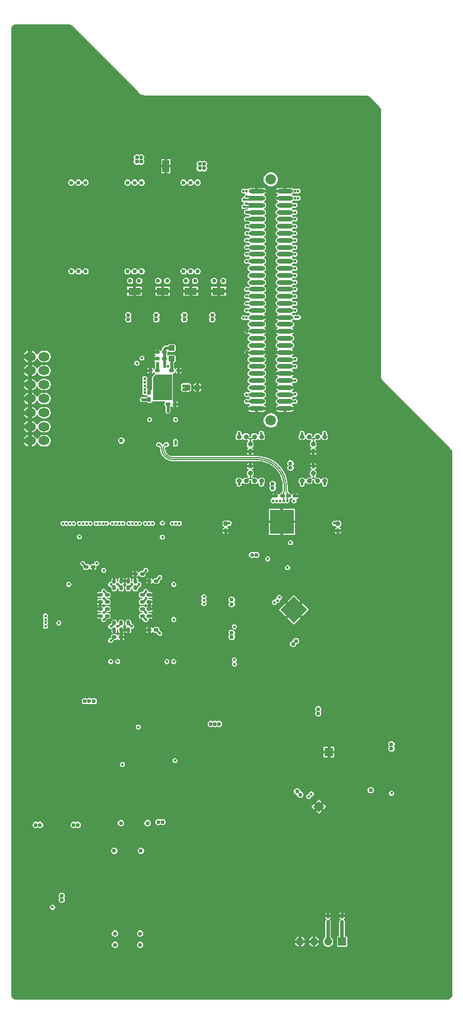
<source format=gbl>
G04*
G04 #@! TF.GenerationSoftware,Altium Limited,Altium Designer,21.7.2 (23)*
G04*
G04 Layer_Physical_Order=8*
G04 Layer_Color=16711680*
%FSLAX43Y43*%
%MOMM*%
G71*
G04*
G04 #@! TF.SameCoordinates,5A851601-7680-42F0-B5C6-608C5AADBA52*
G04*
G04*
G04 #@! TF.FilePolarity,Positive*
G04*
G01*
G75*
%ADD11C,0.250*%
%ADD17C,0.300*%
G04:AMPARAMS|DCode=23|XSize=0.61mm|YSize=0.6mm|CornerRadius=0.15mm|HoleSize=0mm|Usage=FLASHONLY|Rotation=180.000|XOffset=0mm|YOffset=0mm|HoleType=Round|Shape=RoundedRectangle|*
%AMROUNDEDRECTD23*
21,1,0.610,0.300,0,0,180.0*
21,1,0.310,0.600,0,0,180.0*
1,1,0.300,-0.155,0.150*
1,1,0.300,0.155,0.150*
1,1,0.300,0.155,-0.150*
1,1,0.300,-0.155,-0.150*
%
%ADD23ROUNDEDRECTD23*%
G04:AMPARAMS|DCode=26|XSize=0.5mm|YSize=0.6mm|CornerRadius=0.125mm|HoleSize=0mm|Usage=FLASHONLY|Rotation=90.000|XOffset=0mm|YOffset=0mm|HoleType=Round|Shape=RoundedRectangle|*
%AMROUNDEDRECTD26*
21,1,0.500,0.350,0,0,90.0*
21,1,0.250,0.600,0,0,90.0*
1,1,0.250,0.175,0.125*
1,1,0.250,0.175,-0.125*
1,1,0.250,-0.175,-0.125*
1,1,0.250,-0.175,0.125*
%
%ADD26ROUNDEDRECTD26*%
G04:AMPARAMS|DCode=36|XSize=0.5mm|YSize=0.6mm|CornerRadius=0.125mm|HoleSize=0mm|Usage=FLASHONLY|Rotation=180.000|XOffset=0mm|YOffset=0mm|HoleType=Round|Shape=RoundedRectangle|*
%AMROUNDEDRECTD36*
21,1,0.500,0.350,0,0,180.0*
21,1,0.250,0.600,0,0,180.0*
1,1,0.250,-0.125,0.175*
1,1,0.250,0.125,0.175*
1,1,0.250,0.125,-0.175*
1,1,0.250,-0.125,-0.175*
%
%ADD36ROUNDEDRECTD36*%
G04:AMPARAMS|DCode=37|XSize=0.9mm|YSize=0.8mm|CornerRadius=0.2mm|HoleSize=0mm|Usage=FLASHONLY|Rotation=0.000|XOffset=0mm|YOffset=0mm|HoleType=Round|Shape=RoundedRectangle|*
%AMROUNDEDRECTD37*
21,1,0.900,0.400,0,0,0.0*
21,1,0.500,0.800,0,0,0.0*
1,1,0.400,0.250,-0.200*
1,1,0.400,-0.250,-0.200*
1,1,0.400,-0.250,0.200*
1,1,0.400,0.250,0.200*
%
%ADD37ROUNDEDRECTD37*%
G04:AMPARAMS|DCode=41|XSize=0.61mm|YSize=0.6mm|CornerRadius=0.15mm|HoleSize=0mm|Usage=FLASHONLY|Rotation=270.000|XOffset=0mm|YOffset=0mm|HoleType=Round|Shape=RoundedRectangle|*
%AMROUNDEDRECTD41*
21,1,0.610,0.300,0,0,270.0*
21,1,0.310,0.600,0,0,270.0*
1,1,0.300,-0.150,-0.155*
1,1,0.300,-0.150,0.155*
1,1,0.300,0.150,0.155*
1,1,0.300,0.150,-0.155*
%
%ADD41ROUNDEDRECTD41*%
G04:AMPARAMS|DCode=44|XSize=0.9mm|YSize=0.8mm|CornerRadius=0.2mm|HoleSize=0mm|Usage=FLASHONLY|Rotation=270.000|XOffset=0mm|YOffset=0mm|HoleType=Round|Shape=RoundedRectangle|*
%AMROUNDEDRECTD44*
21,1,0.900,0.400,0,0,270.0*
21,1,0.500,0.800,0,0,270.0*
1,1,0.400,-0.200,-0.250*
1,1,0.400,-0.200,0.250*
1,1,0.400,0.200,0.250*
1,1,0.400,0.200,-0.250*
%
%ADD44ROUNDEDRECTD44*%
%ADD76C,0.140*%
%ADD77C,0.400*%
%ADD78C,0.500*%
%ADD146C,0.185*%
%ADD149C,4.200*%
%ADD150O,1.600X1.300*%
%ADD151R,3.450X3.450*%
%ADD152R,1.000X1.800*%
%ADD153C,1.150*%
%ADD154R,1.150X1.150*%
%ADD155O,0.500X1.500*%
%ADD156R,1.250X1.250*%
%ADD157C,6.000*%
%ADD158C,1.500*%
%ADD159R,1.800X1.000*%
%ADD160P,3.818X4X180.0*%
%ADD161P,1.626X4X180.0*%
%ADD162C,0.600*%
%ADD163C,0.400*%
%ADD164C,0.700*%
%ADD179O,2.337X0.610*%
G36*
X58455Y189417D02*
X58653Y189391D01*
X58838Y189314D01*
X58997Y189192D01*
X58997Y189192D01*
Y189192D01*
X59088Y189105D01*
X68455Y179738D01*
X68539Y179644D01*
Y179644D01*
X68637Y179568D01*
X68816Y179431D01*
X69139Y179297D01*
X69485Y179252D01*
Y179258D01*
X69495Y179260D01*
X100865D01*
X100875Y179258D01*
Y179257D01*
X101073Y179231D01*
X101258Y179154D01*
X101417Y179032D01*
X101419Y179029D01*
X102827Y177621D01*
X102833Y177613D01*
X102832Y177612D01*
X102954Y177453D01*
X103031Y177268D01*
X103057Y177070D01*
X103058D01*
X103060Y177060D01*
Y139461D01*
X103052Y139335D01*
X103052Y139335D01*
X103068Y139212D01*
X103097Y138989D01*
X103231Y138666D01*
X103444Y138389D01*
X103448Y138393D01*
X103456Y138387D01*
X112987Y128856D01*
X112993Y128848D01*
X112992Y128847D01*
X113114Y128688D01*
X113191Y128503D01*
X113217Y128305D01*
X113218D01*
X113218Y51000D01*
X113216D01*
X113192Y50815D01*
X113120Y50642D01*
X113007Y50493D01*
X112858Y50380D01*
X112685Y50308D01*
X112500Y50284D01*
Y50282D01*
X51000D01*
Y50284D01*
X50815Y50308D01*
X50642Y50380D01*
X50493Y50493D01*
X50380Y50642D01*
X50308Y50815D01*
X50284Y51000D01*
X50282D01*
Y188700D01*
X50284D01*
X50308Y188885D01*
X50380Y189058D01*
X50493Y189207D01*
X50642Y189320D01*
X50815Y189392D01*
X51000Y189416D01*
Y189418D01*
X58455D01*
Y189417D01*
D02*
G37*
%LPC*%
G36*
X68940Y170850D02*
X68760D01*
X68595Y170781D01*
X68550Y170736D01*
X68505Y170781D01*
X68340Y170850D01*
X68160D01*
X67995Y170781D01*
X67869Y170655D01*
X67800Y170490D01*
Y170310D01*
X67869Y170145D01*
X67914Y170100D01*
X67869Y170055D01*
X67800Y169890D01*
Y169710D01*
X67869Y169545D01*
X67995Y169419D01*
X68160Y169350D01*
X68340D01*
X68505Y169419D01*
X68550Y169464D01*
X68595Y169419D01*
X68760Y169350D01*
X68940D01*
X69105Y169419D01*
X69231Y169545D01*
X69300Y169710D01*
Y169890D01*
X69231Y170055D01*
X69186Y170100D01*
X69231Y170145D01*
X69300Y170310D01*
Y170490D01*
X69231Y170655D01*
X69105Y170781D01*
X68940Y170850D01*
D02*
G37*
G36*
X77890Y169900D02*
X77710D01*
X77545Y169831D01*
X77500Y169786D01*
X77455Y169831D01*
X77290Y169900D01*
X77110D01*
X76945Y169831D01*
X76819Y169705D01*
X76750Y169540D01*
Y169360D01*
X76819Y169195D01*
X76864Y169150D01*
X76819Y169105D01*
X76750Y168940D01*
Y168760D01*
X76819Y168595D01*
X76945Y168469D01*
X77110Y168400D01*
X77290D01*
X77455Y168469D01*
X77500Y168514D01*
X77545Y168469D01*
X77710Y168400D01*
X77890D01*
X78055Y168469D01*
X78181Y168595D01*
X78250Y168760D01*
Y168940D01*
X78181Y169105D01*
X78136Y169150D01*
X78181Y169195D01*
X78250Y169360D01*
Y169540D01*
X78181Y169705D01*
X78055Y169831D01*
X77890Y169900D01*
D02*
G37*
G36*
X73000Y170200D02*
X72550D01*
Y169350D01*
X73000D01*
Y170200D01*
D02*
G37*
G36*
X72150D02*
X71700D01*
Y169350D01*
X72150D01*
Y170200D01*
D02*
G37*
G36*
X73000Y168950D02*
X72550D01*
Y168100D01*
X73000D01*
Y168950D01*
D02*
G37*
G36*
X72150D02*
X71700D01*
Y168100D01*
X72150D01*
Y168950D01*
D02*
G37*
G36*
X60990Y167250D02*
X60810D01*
X60645Y167181D01*
X60519Y167055D01*
X60467Y166931D01*
X60333D01*
X60281Y167055D01*
X60155Y167181D01*
X59990Y167250D01*
X59810D01*
X59645Y167181D01*
X59519Y167055D01*
X59467Y166931D01*
X59333D01*
X59281Y167055D01*
X59155Y167181D01*
X58990Y167250D01*
X58810D01*
X58645Y167181D01*
X58519Y167055D01*
X58450Y166890D01*
Y166710D01*
X58519Y166545D01*
X58645Y166419D01*
X58810Y166350D01*
X58990D01*
X59155Y166419D01*
X59281Y166545D01*
X59333Y166669D01*
X59467D01*
X59519Y166545D01*
X59645Y166419D01*
X59810Y166350D01*
X59990D01*
X60155Y166419D01*
X60281Y166545D01*
X60333Y166669D01*
X60467D01*
X60519Y166545D01*
X60645Y166419D01*
X60810Y166350D01*
X60990D01*
X61155Y166419D01*
X61281Y166545D01*
X61350Y166710D01*
Y166890D01*
X61281Y167055D01*
X61155Y167181D01*
X60990Y167250D01*
D02*
G37*
G36*
X76990D02*
X76810D01*
X76645Y167181D01*
X76519Y167055D01*
X76467Y166931D01*
X76333D01*
X76281Y167055D01*
X76155Y167181D01*
X75990Y167250D01*
X75810D01*
X75645Y167181D01*
X75519Y167055D01*
X75467Y166931D01*
X75333D01*
X75281Y167055D01*
X75155Y167181D01*
X74990Y167250D01*
X74810D01*
X74645Y167181D01*
X74519Y167055D01*
X74450Y166890D01*
Y166710D01*
X74519Y166545D01*
X74645Y166419D01*
X74810Y166350D01*
X74990D01*
X75155Y166419D01*
X75281Y166545D01*
X75333Y166669D01*
X75467D01*
X75519Y166545D01*
X75645Y166419D01*
X75810Y166350D01*
X75990D01*
X76155Y166419D01*
X76281Y166545D01*
X76333Y166669D01*
X76467D01*
X76519Y166545D01*
X76645Y166419D01*
X76810Y166350D01*
X76990D01*
X77155Y166419D01*
X77281Y166545D01*
X77350Y166710D01*
Y166890D01*
X77281Y167055D01*
X77155Y167181D01*
X76990Y167250D01*
D02*
G37*
G36*
X68990D02*
X68810D01*
X68645Y167181D01*
X68519Y167055D01*
X68467Y166931D01*
X68333D01*
X68281Y167055D01*
X68155Y167181D01*
X67990Y167250D01*
X67810D01*
X67645Y167181D01*
X67519Y167055D01*
X67467Y166931D01*
X67333D01*
X67281Y167055D01*
X67155Y167181D01*
X66990Y167250D01*
X66810D01*
X66645Y167181D01*
X66519Y167055D01*
X66450Y166890D01*
Y166710D01*
X66519Y166545D01*
X66645Y166419D01*
X66810Y166350D01*
X66990D01*
X67155Y166419D01*
X67281Y166545D01*
X67333Y166669D01*
X67467D01*
X67519Y166545D01*
X67645Y166419D01*
X67810Y166350D01*
X67990D01*
X68155Y166419D01*
X68281Y166545D01*
X68333Y166669D01*
X68467D01*
X68519Y166545D01*
X68645Y166419D01*
X68810Y166350D01*
X68990D01*
X69155Y166419D01*
X69281Y166545D01*
X69350Y166710D01*
Y166890D01*
X69281Y167055D01*
X69155Y167181D01*
X68990Y167250D01*
D02*
G37*
G36*
X87470Y168284D02*
X87206D01*
X86952Y168216D01*
X86724Y168084D01*
X86538Y167898D01*
X86406Y167670D01*
X86338Y167416D01*
Y167152D01*
X86406Y166898D01*
X86538Y166670D01*
X86724Y166484D01*
X86952Y166352D01*
X87206Y166284D01*
X87470D01*
X87724Y166352D01*
X87952Y166484D01*
X88138Y166670D01*
X88270Y166898D01*
X88338Y167152D01*
Y167416D01*
X88270Y167670D01*
X88138Y167898D01*
X87952Y168084D01*
X87724Y168216D01*
X87470Y168284D01*
D02*
G37*
G36*
X85138Y166048D02*
X84474D01*
X84297Y166012D01*
X84146Y165912D01*
X84143Y165906D01*
X84048Y165897D01*
X83920Y165950D01*
X83780D01*
X83652Y165897D01*
X83650Y165895D01*
X83648Y165897D01*
X83520Y165950D01*
X83380D01*
X83252Y165897D01*
X83153Y165798D01*
X83100Y165670D01*
Y165530D01*
X83153Y165402D01*
X83252Y165303D01*
X83380Y165250D01*
X83520D01*
X83598Y165283D01*
X83658Y165248D01*
X83658Y165111D01*
X83560Y165012D01*
X83507Y164883D01*
Y164744D01*
X83417Y164714D01*
X83412D01*
X83283Y164661D01*
X83185Y164562D01*
X83132Y164433D01*
Y164294D01*
X83185Y164166D01*
X83283Y164067D01*
X83412Y164014D01*
X83419D01*
X83507Y163893D01*
Y163754D01*
X83417Y163723D01*
X83412D01*
X83283Y163670D01*
X83185Y163571D01*
X83132Y163443D01*
Y163304D01*
X83185Y163175D01*
X83283Y163076D01*
X83412Y163023D01*
X83551D01*
X83680Y163076D01*
X83696Y163093D01*
X84040D01*
X84104Y162966D01*
X84097Y162957D01*
X83850D01*
X83816Y162950D01*
X83780D01*
X83748Y162937D01*
X83713Y162930D01*
X83684Y162910D01*
X83652Y162897D01*
X83627Y162872D01*
X83598Y162852D01*
X83578Y162823D01*
X83553Y162798D01*
X83540Y162766D01*
X83520Y162737D01*
X83513Y162702D01*
X83500Y162670D01*
Y162634D01*
X83493Y162600D01*
X83500Y162566D01*
Y162530D01*
X83513Y162498D01*
X83520Y162463D01*
X83540Y162434D01*
X83553Y162402D01*
X83578Y162377D01*
X83598Y162348D01*
X83627Y162328D01*
X83652Y162303D01*
X83684Y162290D01*
X83713Y162270D01*
X83748Y162263D01*
X83780Y162250D01*
X83816D01*
X83850Y162243D01*
X84166D01*
X84297Y162156D01*
X84331Y162149D01*
Y162019D01*
X84297Y162012D01*
X84214Y161957D01*
X83850D01*
X83816Y161950D01*
X83780D01*
X83748Y161937D01*
X83713Y161930D01*
X83684Y161910D01*
X83652Y161897D01*
X83627Y161872D01*
X83598Y161852D01*
X83578Y161823D01*
X83553Y161798D01*
X83540Y161766D01*
X83520Y161737D01*
X83513Y161702D01*
X83500Y161670D01*
Y161634D01*
X83493Y161600D01*
X83500Y161566D01*
Y161530D01*
X83513Y161498D01*
X83520Y161463D01*
X83540Y161434D01*
X83553Y161402D01*
X83578Y161377D01*
X83598Y161348D01*
X83627Y161328D01*
X83652Y161303D01*
X83684Y161290D01*
X83713Y161270D01*
X83748Y161263D01*
X83780Y161250D01*
X83816D01*
X83850Y161243D01*
X84166D01*
X84297Y161156D01*
X84331Y161149D01*
Y161019D01*
X84297Y161012D01*
X84146Y160912D01*
X84121Y160874D01*
X84098Y160872D01*
X83970Y160925D01*
X83830D01*
X83702Y160872D01*
X83603Y160773D01*
X83550Y160645D01*
Y160505D01*
X83603Y160377D01*
X83702Y160278D01*
X83830Y160225D01*
X83970D01*
X84098Y160278D01*
X84134Y160275D01*
X84146Y160256D01*
X84297Y160156D01*
X84331Y160149D01*
Y160019D01*
X84297Y160012D01*
X84146Y159912D01*
X84121Y159874D01*
X84098Y159872D01*
X83970Y159925D01*
X83830D01*
X83702Y159872D01*
X83603Y159773D01*
X83550Y159645D01*
Y159505D01*
X83603Y159377D01*
X83702Y159278D01*
X83830Y159225D01*
X83970D01*
X84098Y159278D01*
X84134Y159275D01*
X84146Y159256D01*
X84297Y159156D01*
X84331Y159149D01*
Y159019D01*
X84297Y159012D01*
X84146Y158912D01*
X84129Y158886D01*
X84074Y158881D01*
X83946Y158934D01*
X83806D01*
X83678Y158881D01*
X83579Y158782D01*
X83526Y158654D01*
Y158514D01*
X83579Y158386D01*
X83678Y158287D01*
X83806Y158234D01*
X83946D01*
X84074Y158287D01*
X84129Y158282D01*
X84146Y158256D01*
X84297Y158156D01*
X84331Y158149D01*
Y158019D01*
X84297Y158012D01*
X84146Y157912D01*
X84129Y157886D01*
X84074Y157881D01*
X83946Y157934D01*
X83806D01*
X83678Y157881D01*
X83579Y157782D01*
X83526Y157654D01*
Y157514D01*
X83579Y157386D01*
X83678Y157287D01*
X83806Y157234D01*
X83946D01*
X84074Y157287D01*
X84129Y157282D01*
X84146Y157256D01*
X84297Y157156D01*
X84331Y157149D01*
Y157019D01*
X84297Y157012D01*
X84146Y156912D01*
X84129Y156886D01*
X84074Y156881D01*
X83946Y156934D01*
X83806D01*
X83678Y156881D01*
X83579Y156782D01*
X83526Y156654D01*
Y156514D01*
X83579Y156386D01*
X83678Y156287D01*
X83806Y156234D01*
X83946D01*
X84074Y156287D01*
X84129Y156282D01*
X84146Y156256D01*
X84297Y156156D01*
X84331Y156149D01*
Y156019D01*
X84297Y156012D01*
X84146Y155912D01*
X84129Y155886D01*
X84074Y155881D01*
X83946Y155934D01*
X83806D01*
X83678Y155881D01*
X83579Y155782D01*
X83526Y155654D01*
Y155514D01*
X83579Y155386D01*
X83678Y155287D01*
X83806Y155234D01*
X83946D01*
X84074Y155287D01*
X84129Y155282D01*
X84146Y155256D01*
X84297Y155156D01*
X84331Y155149D01*
Y155019D01*
X84297Y155012D01*
X84146Y154912D01*
X84046Y154761D01*
X84011Y154584D01*
X84046Y154407D01*
X84146Y154256D01*
X84297Y154156D01*
X84331Y154149D01*
Y154019D01*
X84297Y154012D01*
X84146Y153912D01*
X84046Y153761D01*
X84011Y153584D01*
X84046Y153407D01*
X84146Y153256D01*
X84297Y153156D01*
X84331Y153149D01*
Y153019D01*
X84297Y153012D01*
X84146Y152912D01*
X84046Y152761D01*
X84011Y152584D01*
X84046Y152407D01*
X84146Y152256D01*
X84297Y152156D01*
X84331Y152149D01*
Y152019D01*
X84297Y152012D01*
X84146Y151912D01*
X84129Y151886D01*
X84074Y151881D01*
X83946Y151934D01*
X83806D01*
X83678Y151881D01*
X83579Y151782D01*
X83526Y151654D01*
Y151514D01*
X83579Y151386D01*
X83678Y151287D01*
X83806Y151234D01*
X83946D01*
X84074Y151287D01*
X84129Y151282D01*
X84146Y151256D01*
X84297Y151156D01*
X84331Y151149D01*
Y151019D01*
X84297Y151012D01*
X84146Y150912D01*
X84129Y150886D01*
X84074Y150881D01*
X83946Y150934D01*
X83806D01*
X83678Y150881D01*
X83579Y150782D01*
X83526Y150654D01*
Y150514D01*
X83579Y150386D01*
X83678Y150287D01*
X83806Y150234D01*
X83946D01*
X84074Y150287D01*
X84129Y150282D01*
X84146Y150256D01*
X84297Y150156D01*
X84331Y150149D01*
Y150019D01*
X84297Y150012D01*
X84146Y149912D01*
X84129Y149886D01*
X84074Y149881D01*
X83946Y149934D01*
X83806D01*
X83678Y149881D01*
X83579Y149782D01*
X83526Y149654D01*
Y149514D01*
X83579Y149386D01*
X83678Y149287D01*
X83806Y149234D01*
X83946D01*
X84074Y149287D01*
X84129Y149282D01*
X84146Y149256D01*
X84297Y149156D01*
X84331Y149149D01*
Y149019D01*
X84297Y149012D01*
X84146Y148912D01*
X84129Y148886D01*
X84074Y148881D01*
X83946Y148934D01*
X83806D01*
X83678Y148881D01*
X83579Y148782D01*
X83526Y148654D01*
Y148514D01*
X83579Y148386D01*
X83678Y148287D01*
X83806Y148234D01*
X83946D01*
X84074Y148287D01*
X84129Y148282D01*
X84146Y148256D01*
X84297Y148156D01*
X84331Y148149D01*
Y148019D01*
X84297Y148012D01*
X84146Y147912D01*
X84107Y147852D01*
X84048Y147847D01*
X83920Y147900D01*
X83780D01*
X83652Y147847D01*
X83650Y147845D01*
X83648Y147847D01*
X83520Y147900D01*
X83380D01*
X83252Y147847D01*
X83153Y147748D01*
X83100Y147620D01*
Y147480D01*
X83153Y147352D01*
X83252Y147253D01*
X83380Y147200D01*
X83520D01*
X83648Y147253D01*
X83650Y147255D01*
X83652Y147253D01*
X83780Y147200D01*
X83920D01*
X84048Y147253D01*
X84060Y147265D01*
X84147Y147256D01*
X84297Y147156D01*
X84331Y147149D01*
Y147019D01*
X84297Y147012D01*
X84146Y146912D01*
X84046Y146761D01*
X84011Y146584D01*
X84046Y146407D01*
X84146Y146256D01*
X84297Y146156D01*
X84331Y146149D01*
Y146019D01*
X84297Y146012D01*
X84146Y145912D01*
X84093Y145832D01*
X84017Y145883D01*
X83900Y145906D01*
X83783Y145883D01*
X83684Y145816D01*
X83617Y145717D01*
X83594Y145600D01*
X83617Y145483D01*
X83684Y145384D01*
X83692Y145376D01*
X83791Y145309D01*
X83908Y145286D01*
X84025Y145309D01*
X84084Y145349D01*
X84146Y145256D01*
X84297Y145156D01*
X84331Y145149D01*
Y145019D01*
X84297Y145012D01*
X84146Y144912D01*
X84046Y144761D01*
X84011Y144584D01*
X84046Y144407D01*
X84146Y144256D01*
X84297Y144156D01*
X84331Y144149D01*
Y144019D01*
X84297Y144012D01*
X84146Y143912D01*
X84046Y143761D01*
X84011Y143584D01*
X84046Y143407D01*
X84146Y143256D01*
X84297Y143156D01*
X84331Y143149D01*
Y143019D01*
X84297Y143012D01*
X84146Y142912D01*
X84093Y142832D01*
X84017Y142883D01*
X83900Y142906D01*
X83783Y142883D01*
X83684Y142816D01*
X83617Y142717D01*
X83594Y142600D01*
X83617Y142483D01*
X83684Y142384D01*
X83692Y142376D01*
X83791Y142309D01*
X83908Y142286D01*
X84025Y142309D01*
X84084Y142349D01*
X84146Y142256D01*
X84297Y142156D01*
X84331Y142149D01*
Y142019D01*
X84297Y142012D01*
X84146Y141912D01*
X84046Y141761D01*
X84011Y141584D01*
X84046Y141407D01*
X84146Y141256D01*
X84297Y141156D01*
X84331Y141149D01*
Y141019D01*
X84297Y141012D01*
X84146Y140912D01*
X84046Y140761D01*
X84011Y140584D01*
X84046Y140407D01*
X84146Y140256D01*
X84297Y140156D01*
X84331Y140149D01*
Y140019D01*
X84297Y140012D01*
X84146Y139912D01*
X84046Y139761D01*
X84011Y139584D01*
X84046Y139407D01*
X84146Y139256D01*
X84297Y139156D01*
X84331Y139149D01*
Y139019D01*
X84297Y139012D01*
X84146Y138912D01*
X84046Y138761D01*
X84011Y138584D01*
X84046Y138407D01*
X84146Y138256D01*
X84297Y138156D01*
X84331Y138149D01*
Y138019D01*
X84297Y138012D01*
X84146Y137912D01*
X84046Y137761D01*
X84011Y137584D01*
X84046Y137407D01*
X84146Y137256D01*
X84297Y137156D01*
X84331Y137149D01*
Y137019D01*
X84297Y137012D01*
X84146Y136912D01*
X84129Y136886D01*
X84074Y136881D01*
X83946Y136934D01*
X83806D01*
X83678Y136881D01*
X83579Y136782D01*
X83526Y136654D01*
Y136514D01*
X83579Y136386D01*
X83678Y136287D01*
X83806Y136234D01*
X83946D01*
X84074Y136287D01*
X84129Y136282D01*
X84146Y136256D01*
X84297Y136156D01*
X84331Y136149D01*
Y136019D01*
X84297Y136012D01*
X84146Y135912D01*
X84129Y135886D01*
X84074Y135881D01*
X83946Y135934D01*
X83806D01*
X83678Y135881D01*
X83579Y135782D01*
X83526Y135654D01*
Y135514D01*
X83579Y135386D01*
X83678Y135287D01*
X83806Y135234D01*
X83946D01*
X84074Y135287D01*
X84129Y135282D01*
X84146Y135256D01*
X84297Y135156D01*
X84331Y135149D01*
Y135019D01*
X84297Y135012D01*
X84146Y134912D01*
X84061Y134784D01*
X85338D01*
X86615D01*
X86529Y134912D01*
X86379Y135012D01*
X86345Y135019D01*
Y135149D01*
X86379Y135156D01*
X86529Y135256D01*
X86630Y135407D01*
X86665Y135584D01*
X86630Y135761D01*
X86529Y135912D01*
X86379Y136012D01*
X86345Y136019D01*
Y136149D01*
X86379Y136156D01*
X86529Y136256D01*
X86630Y136407D01*
X86665Y136584D01*
X86630Y136761D01*
X86529Y136912D01*
X86379Y137012D01*
X86345Y137019D01*
Y137149D01*
X86379Y137156D01*
X86529Y137256D01*
X86630Y137407D01*
X86665Y137584D01*
X86630Y137761D01*
X86529Y137912D01*
X86379Y138012D01*
X86345Y138019D01*
Y138149D01*
X86379Y138156D01*
X86529Y138256D01*
X86630Y138407D01*
X86665Y138584D01*
X86630Y138761D01*
X86529Y138912D01*
X86379Y139012D01*
X86345Y139019D01*
Y139149D01*
X86379Y139156D01*
X86529Y139256D01*
X86630Y139407D01*
X86665Y139584D01*
X86630Y139761D01*
X86529Y139912D01*
X86379Y140012D01*
X86345Y140019D01*
Y140149D01*
X86379Y140156D01*
X86529Y140256D01*
X86630Y140407D01*
X86665Y140584D01*
X86630Y140761D01*
X86529Y140912D01*
X86379Y141012D01*
X86345Y141019D01*
Y141149D01*
X86379Y141156D01*
X86529Y141256D01*
X86630Y141407D01*
X86665Y141584D01*
X86630Y141761D01*
X86529Y141912D01*
X86379Y142012D01*
X86345Y142019D01*
Y142149D01*
X86379Y142156D01*
X86529Y142256D01*
X86615Y142384D01*
X85338D01*
Y142784D01*
X86615D01*
X86529Y142912D01*
X86379Y143012D01*
X86345Y143019D01*
Y143149D01*
X86379Y143156D01*
X86529Y143256D01*
X86630Y143407D01*
X86665Y143584D01*
X86630Y143761D01*
X86529Y143912D01*
X86379Y144012D01*
X86345Y144019D01*
Y144149D01*
X86379Y144156D01*
X86529Y144256D01*
X86630Y144407D01*
X86665Y144584D01*
X86630Y144761D01*
X86529Y144912D01*
X86379Y145012D01*
X86345Y145019D01*
Y145149D01*
X86379Y145156D01*
X86529Y145256D01*
X86615Y145384D01*
X85338D01*
Y145784D01*
X86615D01*
X86529Y145912D01*
X86379Y146012D01*
X86345Y146019D01*
Y146149D01*
X86379Y146156D01*
X86529Y146256D01*
X86630Y146407D01*
X86665Y146584D01*
X86630Y146761D01*
X86529Y146912D01*
X86379Y147012D01*
X86345Y147019D01*
Y147149D01*
X86379Y147156D01*
X86529Y147256D01*
X86615Y147384D01*
X85338D01*
Y147784D01*
X86615D01*
X86529Y147912D01*
X86379Y148012D01*
X86345Y148019D01*
Y148149D01*
X86379Y148156D01*
X86529Y148256D01*
X86630Y148407D01*
X86665Y148584D01*
X86630Y148761D01*
X86529Y148912D01*
X86379Y149012D01*
X86345Y149019D01*
Y149149D01*
X86379Y149156D01*
X86529Y149256D01*
X86630Y149407D01*
X86665Y149584D01*
X86630Y149761D01*
X86529Y149912D01*
X86379Y150012D01*
X86345Y150019D01*
Y150149D01*
X86379Y150156D01*
X86529Y150256D01*
X86630Y150407D01*
X86665Y150584D01*
X86630Y150761D01*
X86529Y150912D01*
X86379Y151012D01*
X86345Y151019D01*
Y151149D01*
X86379Y151156D01*
X86529Y151256D01*
X86630Y151407D01*
X86665Y151584D01*
X86630Y151761D01*
X86529Y151912D01*
X86379Y152012D01*
X86345Y152019D01*
Y152149D01*
X86379Y152156D01*
X86529Y152256D01*
X86630Y152407D01*
X86665Y152584D01*
X86630Y152761D01*
X86529Y152912D01*
X86379Y153012D01*
X86345Y153019D01*
Y153149D01*
X86379Y153156D01*
X86529Y153256D01*
X86630Y153407D01*
X86665Y153584D01*
X86630Y153761D01*
X86529Y153912D01*
X86379Y154012D01*
X86345Y154019D01*
Y154149D01*
X86379Y154156D01*
X86529Y154256D01*
X86630Y154407D01*
X86665Y154584D01*
X86630Y154761D01*
X86529Y154912D01*
X86379Y155012D01*
X86345Y155019D01*
Y155149D01*
X86379Y155156D01*
X86529Y155256D01*
X86630Y155407D01*
X86665Y155584D01*
X86630Y155761D01*
X86529Y155912D01*
X86379Y156012D01*
X86345Y156019D01*
Y156149D01*
X86379Y156156D01*
X86529Y156256D01*
X86630Y156407D01*
X86665Y156584D01*
X86630Y156761D01*
X86529Y156912D01*
X86379Y157012D01*
X86345Y157019D01*
Y157149D01*
X86379Y157156D01*
X86529Y157256D01*
X86630Y157407D01*
X86665Y157584D01*
X86630Y157761D01*
X86529Y157912D01*
X86379Y158012D01*
X86345Y158019D01*
Y158149D01*
X86379Y158156D01*
X86529Y158256D01*
X86630Y158407D01*
X86665Y158584D01*
X86630Y158761D01*
X86529Y158912D01*
X86379Y159012D01*
X86345Y159019D01*
Y159149D01*
X86379Y159156D01*
X86529Y159256D01*
X86630Y159407D01*
X86665Y159584D01*
X86630Y159761D01*
X86529Y159912D01*
X86379Y160012D01*
X86345Y160019D01*
Y160149D01*
X86379Y160156D01*
X86529Y160256D01*
X86630Y160407D01*
X86665Y160584D01*
X86630Y160761D01*
X86529Y160912D01*
X86379Y161012D01*
X86345Y161019D01*
Y161149D01*
X86379Y161156D01*
X86529Y161256D01*
X86630Y161407D01*
X86665Y161584D01*
X86630Y161761D01*
X86529Y161912D01*
X86379Y162012D01*
X86345Y162019D01*
Y162149D01*
X86379Y162156D01*
X86529Y162256D01*
X86630Y162407D01*
X86665Y162584D01*
X86630Y162761D01*
X86529Y162912D01*
X86379Y163012D01*
X86345Y163019D01*
Y163149D01*
X86379Y163156D01*
X86529Y163256D01*
X86630Y163407D01*
X86665Y163584D01*
X86630Y163761D01*
X86529Y163912D01*
X86379Y164012D01*
X86345Y164019D01*
Y164149D01*
X86379Y164156D01*
X86529Y164256D01*
X86630Y164407D01*
X86665Y164584D01*
X86630Y164761D01*
X86529Y164912D01*
X86379Y165012D01*
X86345Y165019D01*
Y165149D01*
X86379Y165156D01*
X86529Y165256D01*
X86615Y165384D01*
X85338D01*
Y165584D01*
X85138D01*
Y166048D01*
D02*
G37*
G36*
X86202D02*
X85538D01*
Y165784D01*
X86615D01*
X86529Y165912D01*
X86379Y166012D01*
X86202Y166048D01*
D02*
G37*
G36*
X89138D02*
X88474D01*
X88297Y166012D01*
X88147Y165912D01*
X88061Y165784D01*
X89138D01*
Y166048D01*
D02*
G37*
G36*
X90202D02*
X89538D01*
Y165584D01*
X89338D01*
Y165384D01*
X88061D01*
X88147Y165256D01*
X88297Y165156D01*
X88331Y165149D01*
Y165019D01*
X88297Y165012D01*
X88147Y164912D01*
X88061Y164784D01*
X89338D01*
Y164384D01*
X88061D01*
X88147Y164256D01*
X88297Y164156D01*
X88331Y164149D01*
Y164019D01*
X88297Y164012D01*
X88147Y163912D01*
X88046Y163761D01*
X88011Y163584D01*
X88046Y163407D01*
X88147Y163256D01*
X88297Y163156D01*
X88331Y163149D01*
Y163019D01*
X88297Y163012D01*
X88147Y162912D01*
X88046Y162761D01*
X88011Y162584D01*
X88046Y162407D01*
X88147Y162256D01*
X88297Y162156D01*
X88331Y162149D01*
Y162019D01*
X88297Y162012D01*
X88147Y161912D01*
X88046Y161761D01*
X88011Y161584D01*
X88046Y161407D01*
X88147Y161256D01*
X88297Y161156D01*
X88331Y161149D01*
Y161019D01*
X88297Y161012D01*
X88147Y160912D01*
X88046Y160761D01*
X88011Y160584D01*
X88046Y160407D01*
X88147Y160256D01*
X88297Y160156D01*
X88331Y160149D01*
Y160019D01*
X88297Y160012D01*
X88147Y159912D01*
X88046Y159761D01*
X88011Y159584D01*
X88046Y159407D01*
X88147Y159256D01*
X88297Y159156D01*
X88331Y159149D01*
Y159019D01*
X88297Y159012D01*
X88147Y158912D01*
X88046Y158761D01*
X88011Y158584D01*
X88046Y158407D01*
X88147Y158256D01*
X88297Y158156D01*
X88331Y158149D01*
Y158019D01*
X88297Y158012D01*
X88147Y157912D01*
X88046Y157761D01*
X88011Y157584D01*
X88046Y157407D01*
X88147Y157256D01*
X88297Y157156D01*
X88331Y157149D01*
Y157019D01*
X88297Y157012D01*
X88147Y156912D01*
X88046Y156761D01*
X88011Y156584D01*
X88046Y156407D01*
X88147Y156256D01*
X88297Y156156D01*
X88331Y156149D01*
Y156019D01*
X88297Y156012D01*
X88147Y155912D01*
X88046Y155761D01*
X88011Y155584D01*
X88046Y155407D01*
X88147Y155256D01*
X88297Y155156D01*
X88331Y155149D01*
Y155019D01*
X88297Y155012D01*
X88147Y154912D01*
X88046Y154761D01*
X88011Y154584D01*
X88046Y154407D01*
X88147Y154256D01*
X88297Y154156D01*
X88331Y154149D01*
Y154019D01*
X88297Y154012D01*
X88147Y153912D01*
X88046Y153761D01*
X88011Y153584D01*
X88046Y153407D01*
X88147Y153256D01*
X88297Y153156D01*
X88331Y153149D01*
Y153019D01*
X88297Y153012D01*
X88147Y152912D01*
X88046Y152761D01*
X88011Y152584D01*
X88046Y152407D01*
X88147Y152256D01*
X88297Y152156D01*
X88331Y152149D01*
Y152019D01*
X88297Y152012D01*
X88147Y151912D01*
X88046Y151761D01*
X88011Y151584D01*
X88046Y151407D01*
X88147Y151256D01*
X88297Y151156D01*
X88331Y151149D01*
Y151019D01*
X88297Y151012D01*
X88147Y150912D01*
X88046Y150761D01*
X88011Y150584D01*
X88046Y150407D01*
X88147Y150256D01*
X88297Y150156D01*
X88331Y150149D01*
Y150019D01*
X88297Y150012D01*
X88147Y149912D01*
X88046Y149761D01*
X88011Y149584D01*
X88046Y149407D01*
X88147Y149256D01*
X88297Y149156D01*
X88331Y149149D01*
Y149019D01*
X88297Y149012D01*
X88147Y148912D01*
X88046Y148761D01*
X88011Y148584D01*
X88046Y148407D01*
X88147Y148256D01*
X88297Y148156D01*
X88331Y148149D01*
Y148019D01*
X88297Y148012D01*
X88147Y147912D01*
X88061Y147784D01*
X89338D01*
Y147384D01*
X88061D01*
X88147Y147256D01*
X88297Y147156D01*
X88331Y147149D01*
Y147019D01*
X88297Y147012D01*
X88147Y146912D01*
X88046Y146761D01*
X88011Y146584D01*
X88046Y146407D01*
X88147Y146256D01*
X88297Y146156D01*
X88331Y146149D01*
Y146019D01*
X88297Y146012D01*
X88147Y145912D01*
X88061Y145784D01*
X89338D01*
X90615D01*
X90529Y145912D01*
X90379Y146012D01*
X90345Y146019D01*
Y146149D01*
X90379Y146156D01*
X90529Y146256D01*
X90630Y146407D01*
X90665Y146584D01*
X90630Y146761D01*
X90529Y146912D01*
X90379Y147012D01*
X90345Y147019D01*
Y147149D01*
X90379Y147156D01*
X90529Y147256D01*
X90555Y147294D01*
X90652Y147303D01*
X90780Y147250D01*
X90920D01*
X91048Y147303D01*
X91050Y147305D01*
X91052Y147303D01*
X91180Y147250D01*
X91320D01*
X91448Y147303D01*
X91547Y147402D01*
X91600Y147530D01*
Y147670D01*
X91547Y147798D01*
X91448Y147897D01*
X91320Y147950D01*
X91180D01*
X91052Y147897D01*
X91050Y147895D01*
X91048Y147897D01*
X90920Y147950D01*
X90780D01*
X90652Y147897D01*
X90532Y147909D01*
X90529Y147912D01*
X90379Y148012D01*
X90345Y148019D01*
Y148149D01*
X90379Y148156D01*
X90529Y148256D01*
X90547Y148282D01*
X90602Y148287D01*
X90730Y148234D01*
X90870D01*
X90998Y148287D01*
X91097Y148386D01*
X91150Y148514D01*
Y148654D01*
X91097Y148782D01*
X90998Y148881D01*
X90870Y148934D01*
X90730D01*
X90602Y148881D01*
X90547Y148886D01*
X90529Y148912D01*
X90379Y149012D01*
X90345Y149019D01*
Y149149D01*
X90379Y149156D01*
X90529Y149256D01*
X90547Y149282D01*
X90602Y149287D01*
X90730Y149234D01*
X90870D01*
X90998Y149287D01*
X91097Y149386D01*
X91150Y149514D01*
Y149654D01*
X91097Y149782D01*
X90998Y149881D01*
X90870Y149934D01*
X90730D01*
X90602Y149881D01*
X90547Y149886D01*
X90529Y149912D01*
X90379Y150012D01*
X90345Y150019D01*
Y150149D01*
X90379Y150156D01*
X90529Y150256D01*
X90547Y150282D01*
X90602Y150287D01*
X90730Y150234D01*
X90870D01*
X90998Y150287D01*
X91097Y150386D01*
X91150Y150514D01*
Y150654D01*
X91097Y150782D01*
X90998Y150881D01*
X90870Y150934D01*
X90730D01*
X90602Y150881D01*
X90547Y150886D01*
X90529Y150912D01*
X90379Y151012D01*
X90345Y151019D01*
Y151149D01*
X90379Y151156D01*
X90529Y151256D01*
X90547Y151282D01*
X90602Y151287D01*
X90730Y151234D01*
X90870D01*
X90998Y151287D01*
X91097Y151386D01*
X91150Y151514D01*
Y151654D01*
X91097Y151782D01*
X90998Y151881D01*
X90870Y151934D01*
X90730D01*
X90602Y151881D01*
X90547Y151886D01*
X90529Y151912D01*
X90379Y152012D01*
X90345Y152019D01*
Y152149D01*
X90379Y152156D01*
X90529Y152256D01*
X90547Y152282D01*
X90602Y152287D01*
X90730Y152234D01*
X90870D01*
X90998Y152287D01*
X91097Y152386D01*
X91150Y152514D01*
Y152654D01*
X91097Y152782D01*
X90998Y152881D01*
X90870Y152934D01*
X90730D01*
X90602Y152881D01*
X90547Y152886D01*
X90529Y152912D01*
X90379Y153012D01*
X90345Y153019D01*
Y153149D01*
X90379Y153156D01*
X90529Y153256D01*
X90547Y153282D01*
X90602Y153287D01*
X90730Y153234D01*
X90870D01*
X90998Y153287D01*
X91097Y153386D01*
X91150Y153514D01*
Y153654D01*
X91097Y153782D01*
X90998Y153881D01*
X90870Y153934D01*
X90730D01*
X90602Y153881D01*
X90547Y153886D01*
X90529Y153912D01*
X90379Y154012D01*
X90345Y154019D01*
Y154149D01*
X90379Y154156D01*
X90529Y154256D01*
X90547Y154282D01*
X90602Y154287D01*
X90730Y154234D01*
X90870D01*
X90998Y154287D01*
X91097Y154386D01*
X91150Y154514D01*
Y154654D01*
X91097Y154782D01*
X90998Y154881D01*
X90870Y154934D01*
X90730D01*
X90602Y154881D01*
X90547Y154886D01*
X90529Y154912D01*
X90379Y155012D01*
X90345Y155019D01*
Y155149D01*
X90379Y155156D01*
X90529Y155256D01*
X90547Y155282D01*
X90602Y155287D01*
X90730Y155234D01*
X90870D01*
X90998Y155287D01*
X91097Y155386D01*
X91150Y155514D01*
Y155654D01*
X91097Y155782D01*
X90998Y155881D01*
X90870Y155934D01*
X90730D01*
X90602Y155881D01*
X90547Y155886D01*
X90529Y155912D01*
X90379Y156012D01*
X90345Y156019D01*
Y156149D01*
X90379Y156156D01*
X90529Y156256D01*
X90547Y156282D01*
X90602Y156287D01*
X90730Y156234D01*
X90870D01*
X90998Y156287D01*
X91097Y156386D01*
X91150Y156514D01*
Y156654D01*
X91097Y156782D01*
X90998Y156881D01*
X90870Y156934D01*
X90730D01*
X90602Y156881D01*
X90547Y156886D01*
X90529Y156912D01*
X90379Y157012D01*
X90345Y157019D01*
Y157149D01*
X90379Y157156D01*
X90529Y157256D01*
X90547Y157282D01*
X90602Y157287D01*
X90730Y157234D01*
X90870D01*
X90998Y157287D01*
X91097Y157386D01*
X91150Y157514D01*
Y157654D01*
X91097Y157782D01*
X90998Y157881D01*
X90870Y157934D01*
X90730D01*
X90602Y157881D01*
X90547Y157886D01*
X90529Y157912D01*
X90379Y158012D01*
X90345Y158019D01*
Y158149D01*
X90379Y158156D01*
X90529Y158256D01*
X90547Y158282D01*
X90602Y158287D01*
X90730Y158234D01*
X90870D01*
X90998Y158287D01*
X91097Y158386D01*
X91150Y158514D01*
Y158654D01*
X91097Y158782D01*
X90998Y158881D01*
X90870Y158934D01*
X90730D01*
X90602Y158881D01*
X90547Y158886D01*
X90529Y158912D01*
X90379Y159012D01*
X90345Y159019D01*
Y159149D01*
X90379Y159156D01*
X90529Y159256D01*
X90547Y159282D01*
X90602Y159287D01*
X90730Y159234D01*
X90870D01*
X90998Y159287D01*
X91097Y159386D01*
X91150Y159514D01*
Y159654D01*
X91097Y159782D01*
X90998Y159881D01*
X90870Y159934D01*
X90730D01*
X90602Y159881D01*
X90547Y159886D01*
X90529Y159912D01*
X90379Y160012D01*
X90345Y160019D01*
Y160149D01*
X90379Y160156D01*
X90529Y160256D01*
X90547Y160282D01*
X90602Y160287D01*
X90730Y160234D01*
X90870D01*
X90998Y160287D01*
X91097Y160386D01*
X91150Y160514D01*
Y160654D01*
X91097Y160782D01*
X90998Y160881D01*
X90870Y160934D01*
X90730D01*
X90602Y160881D01*
X90547Y160886D01*
X90529Y160912D01*
X90379Y161012D01*
X90345Y161019D01*
Y161149D01*
X90379Y161156D01*
X90529Y161256D01*
X90547Y161282D01*
X90602Y161287D01*
X90730Y161234D01*
X90870D01*
X90998Y161287D01*
X91097Y161386D01*
X91150Y161514D01*
Y161654D01*
X91097Y161782D01*
X90998Y161881D01*
X90870Y161934D01*
X90730D01*
X90602Y161881D01*
X90547Y161886D01*
X90529Y161912D01*
X90379Y162012D01*
X90345Y162019D01*
Y162149D01*
X90379Y162156D01*
X90529Y162256D01*
X90547Y162282D01*
X90602Y162287D01*
X90730Y162234D01*
X90870D01*
X90998Y162287D01*
X91097Y162386D01*
X91150Y162514D01*
Y162654D01*
X91097Y162782D01*
X90998Y162881D01*
X90870Y162934D01*
X90730D01*
X90602Y162881D01*
X90547Y162886D01*
X90529Y162912D01*
X90379Y163012D01*
X90345Y163019D01*
Y163149D01*
X90379Y163156D01*
X90529Y163256D01*
X90547Y163282D01*
X90602Y163287D01*
X90730Y163234D01*
X90870D01*
X90998Y163287D01*
X91097Y163386D01*
X91150Y163514D01*
Y163654D01*
X91097Y163782D01*
X90998Y163881D01*
X90870Y163934D01*
X90730D01*
X90602Y163881D01*
X90547Y163886D01*
X90529Y163912D01*
X90379Y164012D01*
X90345Y164019D01*
Y164149D01*
X90379Y164156D01*
X90529Y164256D01*
X90539Y164270D01*
X90627Y164278D01*
X90755Y164225D01*
X90895D01*
X91023Y164278D01*
X91025Y164280D01*
X91027Y164278D01*
X91155Y164225D01*
X91295D01*
X91423Y164278D01*
X91522Y164377D01*
X91575Y164505D01*
Y164645D01*
X91522Y164773D01*
X91423Y164872D01*
X91295Y164925D01*
X91155D01*
X91027Y164872D01*
X91025Y164870D01*
X91023Y164872D01*
X90895Y164925D01*
X90755D01*
X90627Y164872D01*
X90551Y164879D01*
X90529Y164912D01*
X90379Y165012D01*
X90345Y165019D01*
Y165149D01*
X90379Y165156D01*
X90529Y165256D01*
X90556Y165296D01*
X90627Y165303D01*
X90755Y165250D01*
X90895D01*
X91023Y165303D01*
X91025Y165305D01*
X91027Y165303D01*
X91155Y165250D01*
X91295D01*
X91423Y165303D01*
X91522Y165402D01*
X91575Y165530D01*
Y165670D01*
X91522Y165798D01*
X91423Y165897D01*
X91295Y165950D01*
X91155D01*
X91027Y165897D01*
X91025Y165895D01*
X91023Y165897D01*
X90895Y165950D01*
X90755D01*
X90627Y165897D01*
X90534Y165906D01*
X90529Y165912D01*
X90379Y166012D01*
X90202Y166048D01*
D02*
G37*
G36*
X60990Y154600D02*
X60810D01*
X60645Y154531D01*
X60519Y154405D01*
X60467Y154281D01*
X60333Y154281D01*
X60281Y154405D01*
X60155Y154531D01*
X59990Y154600D01*
X59810D01*
X59645Y154531D01*
X59519Y154405D01*
X59467Y154281D01*
X59333Y154281D01*
X59281Y154405D01*
X59155Y154531D01*
X58990Y154600D01*
X58810D01*
X58645Y154531D01*
X58519Y154405D01*
X58450Y154240D01*
Y154060D01*
X58519Y153895D01*
X58645Y153769D01*
X58810Y153700D01*
X58990D01*
X59155Y153769D01*
X59281Y153895D01*
X59333Y154019D01*
X59467Y154019D01*
X59519Y153895D01*
X59645Y153769D01*
X59810Y153700D01*
X59990D01*
X60155Y153769D01*
X60281Y153895D01*
X60333Y154019D01*
X60467Y154019D01*
X60519Y153895D01*
X60645Y153769D01*
X60810Y153700D01*
X60990D01*
X61155Y153769D01*
X61281Y153895D01*
X61350Y154060D01*
Y154240D01*
X61281Y154405D01*
X61155Y154531D01*
X60990Y154600D01*
D02*
G37*
G36*
X76990Y154600D02*
X76810D01*
X76645Y154531D01*
X76519Y154405D01*
X76467Y154281D01*
X76333D01*
X76281Y154405D01*
X76155Y154531D01*
X75990Y154600D01*
X75810D01*
X75645Y154531D01*
X75519Y154405D01*
X75467Y154281D01*
X75333D01*
X75281Y154405D01*
X75155Y154531D01*
X74990Y154600D01*
X74810D01*
X74645Y154531D01*
X74519Y154405D01*
X74450Y154240D01*
Y154060D01*
X74519Y153895D01*
X74645Y153769D01*
X74810Y153700D01*
X74990D01*
X75155Y153769D01*
X75281Y153895D01*
X75333Y154019D01*
X75467D01*
X75519Y153895D01*
X75645Y153769D01*
X75810Y153700D01*
X75990D01*
X76155Y153769D01*
X76281Y153895D01*
X76333Y154019D01*
X76467D01*
X76519Y153895D01*
X76645Y153769D01*
X76810Y153700D01*
X76990D01*
X77155Y153769D01*
X77281Y153895D01*
X77350Y154060D01*
Y154240D01*
X77281Y154405D01*
X77155Y154531D01*
X76990Y154600D01*
D02*
G37*
G36*
X68990D02*
X68810D01*
X68645Y154531D01*
X68519Y154405D01*
X68467Y154281D01*
X68333D01*
X68281Y154405D01*
X68155Y154531D01*
X67990Y154600D01*
X67810D01*
X67645Y154531D01*
X67519Y154405D01*
X67467Y154281D01*
X67333D01*
X67281Y154405D01*
X67155Y154531D01*
X66990Y154600D01*
X66810D01*
X66645Y154531D01*
X66519Y154405D01*
X66450Y154240D01*
Y154060D01*
X66519Y153895D01*
X66645Y153769D01*
X66810Y153700D01*
X66990D01*
X67155Y153769D01*
X67281Y153895D01*
X67333Y154019D01*
X67467D01*
X67519Y153895D01*
X67645Y153769D01*
X67810Y153700D01*
X67990D01*
X68155Y153769D01*
X68281Y153895D01*
X68333Y154019D01*
X68467D01*
X68519Y153895D01*
X68645Y153769D01*
X68810Y153700D01*
X68990D01*
X69155Y153769D01*
X69281Y153895D01*
X69350Y154060D01*
Y154240D01*
X69281Y154405D01*
X69155Y154531D01*
X68990Y154600D01*
D02*
G37*
G36*
X80640Y153250D02*
X80460D01*
X80295Y153181D01*
X80169Y153055D01*
X80100Y152890D01*
Y152710D01*
X80169Y152545D01*
X80295Y152419D01*
X80460Y152350D01*
X80640D01*
X80805Y152419D01*
X80931Y152545D01*
X81000Y152710D01*
Y152890D01*
X80931Y153055D01*
X80805Y153181D01*
X80640Y153250D01*
D02*
G37*
G36*
X79340D02*
X79160D01*
X78995Y153181D01*
X78869Y153055D01*
X78800Y152890D01*
Y152710D01*
X78869Y152545D01*
X78995Y152419D01*
X79160Y152350D01*
X79340D01*
X79505Y152419D01*
X79631Y152545D01*
X79700Y152710D01*
Y152890D01*
X79631Y153055D01*
X79505Y153181D01*
X79340Y153250D01*
D02*
G37*
G36*
X76640D02*
X76460D01*
X76295Y153181D01*
X76169Y153055D01*
X76100Y152890D01*
Y152710D01*
X76169Y152545D01*
X76295Y152419D01*
X76460Y152350D01*
X76640D01*
X76805Y152419D01*
X76931Y152545D01*
X77000Y152710D01*
Y152890D01*
X76931Y153055D01*
X76805Y153181D01*
X76640Y153250D01*
D02*
G37*
G36*
X75340D02*
X75160D01*
X74995Y153181D01*
X74869Y153055D01*
X74800Y152890D01*
Y152710D01*
X74869Y152545D01*
X74995Y152419D01*
X75160Y152350D01*
X75340D01*
X75505Y152419D01*
X75631Y152545D01*
X75700Y152710D01*
Y152890D01*
X75631Y153055D01*
X75505Y153181D01*
X75340Y153250D01*
D02*
G37*
G36*
X72640D02*
X72460D01*
X72295Y153181D01*
X72169Y153055D01*
X72100Y152890D01*
Y152710D01*
X72169Y152545D01*
X72295Y152419D01*
X72460Y152350D01*
X72640D01*
X72805Y152419D01*
X72931Y152545D01*
X73000Y152710D01*
Y152890D01*
X72931Y153055D01*
X72805Y153181D01*
X72640Y153250D01*
D02*
G37*
G36*
X71340D02*
X71160D01*
X70995Y153181D01*
X70869Y153055D01*
X70800Y152890D01*
Y152710D01*
X70869Y152545D01*
X70995Y152419D01*
X71160Y152350D01*
X71340D01*
X71505Y152419D01*
X71631Y152545D01*
X71700Y152710D01*
Y152890D01*
X71631Y153055D01*
X71505Y153181D01*
X71340Y153250D01*
D02*
G37*
G36*
X68640D02*
X68460D01*
X68295Y153181D01*
X68169Y153055D01*
X68100Y152890D01*
Y152710D01*
X68169Y152545D01*
X68295Y152419D01*
X68460Y152350D01*
X68640D01*
X68805Y152419D01*
X68931Y152545D01*
X69000Y152710D01*
Y152890D01*
X68931Y153055D01*
X68805Y153181D01*
X68640Y153250D01*
D02*
G37*
G36*
X67340D02*
X67160D01*
X66995Y153181D01*
X66869Y153055D01*
X66800Y152890D01*
Y152710D01*
X66869Y152545D01*
X66995Y152419D01*
X67160Y152350D01*
X67340D01*
X67505Y152419D01*
X67631Y152545D01*
X67700Y152710D01*
Y152890D01*
X67631Y153055D01*
X67505Y153181D01*
X67340Y153250D01*
D02*
G37*
G36*
X80950Y151950D02*
X80100D01*
Y151500D01*
X80950D01*
Y151950D01*
D02*
G37*
G36*
X79700D02*
X78850D01*
Y151500D01*
X79700D01*
Y151950D01*
D02*
G37*
G36*
X76950Y151950D02*
X76100D01*
Y151500D01*
X76950D01*
Y151950D01*
D02*
G37*
G36*
X68950D02*
X68100D01*
Y151500D01*
X68950D01*
Y151950D01*
D02*
G37*
G36*
X75700D02*
X74850D01*
Y151500D01*
X75700D01*
Y151950D01*
D02*
G37*
G36*
X67700D02*
X66850D01*
Y151500D01*
X67700D01*
Y151950D01*
D02*
G37*
G36*
X72950D02*
X72100D01*
Y151500D01*
X72950D01*
Y151950D01*
D02*
G37*
G36*
X71700D02*
X70850D01*
Y151500D01*
X71700D01*
Y151950D01*
D02*
G37*
G36*
X80950Y151100D02*
X80100D01*
Y150650D01*
X80950D01*
Y151100D01*
D02*
G37*
G36*
X79700D02*
X78850D01*
Y150650D01*
X79700D01*
Y151100D01*
D02*
G37*
G36*
X76950Y151100D02*
X76100D01*
Y150650D01*
X76950D01*
Y151100D01*
D02*
G37*
G36*
X75700D02*
X74850D01*
Y150650D01*
X75700D01*
Y151100D01*
D02*
G37*
G36*
X72950Y151100D02*
X72100D01*
Y150650D01*
X72950D01*
Y151100D01*
D02*
G37*
G36*
X71700D02*
X70850D01*
Y150650D01*
X71700D01*
Y151100D01*
D02*
G37*
G36*
X68950Y151100D02*
X68100D01*
Y150650D01*
X68950D01*
Y151100D01*
D02*
G37*
G36*
X67700D02*
X66850D01*
Y150650D01*
X67700D01*
Y151100D01*
D02*
G37*
G36*
X79090Y148350D02*
X78910D01*
X78745Y148281D01*
X78619Y148155D01*
X78550Y147990D01*
Y147810D01*
X78619Y147645D01*
X78664Y147600D01*
X78619Y147555D01*
X78550Y147390D01*
Y147210D01*
X78619Y147045D01*
X78745Y146919D01*
X78910Y146850D01*
X79090D01*
X79255Y146919D01*
X79381Y147045D01*
X79450Y147210D01*
Y147390D01*
X79381Y147555D01*
X79336Y147600D01*
X79381Y147645D01*
X79450Y147810D01*
Y147990D01*
X79381Y148155D01*
X79255Y148281D01*
X79090Y148350D01*
D02*
G37*
G36*
X75090D02*
X74910D01*
X74745Y148281D01*
X74619Y148155D01*
X74550Y147990D01*
Y147810D01*
X74619Y147645D01*
X74664Y147600D01*
X74619Y147555D01*
X74550Y147390D01*
Y147210D01*
X74619Y147045D01*
X74745Y146919D01*
X74910Y146850D01*
X75090D01*
X75255Y146919D01*
X75381Y147045D01*
X75450Y147210D01*
Y147390D01*
X75381Y147555D01*
X75336Y147600D01*
X75381Y147645D01*
X75450Y147810D01*
Y147990D01*
X75381Y148155D01*
X75255Y148281D01*
X75090Y148350D01*
D02*
G37*
G36*
X71090D02*
X70910D01*
X70745Y148281D01*
X70619Y148155D01*
X70550Y147990D01*
Y147810D01*
X70619Y147645D01*
X70664Y147600D01*
X70619Y147555D01*
X70550Y147390D01*
Y147210D01*
X70619Y147045D01*
X70745Y146919D01*
X70910Y146850D01*
X71090D01*
X71255Y146919D01*
X71381Y147045D01*
X71450Y147210D01*
Y147390D01*
X71381Y147555D01*
X71336Y147600D01*
X71381Y147645D01*
X71450Y147810D01*
Y147990D01*
X71381Y148155D01*
X71255Y148281D01*
X71090Y148350D01*
D02*
G37*
G36*
X67090D02*
X66910D01*
X66745Y148281D01*
X66619Y148155D01*
X66550Y147990D01*
Y147810D01*
X66619Y147645D01*
X66664Y147600D01*
X66619Y147555D01*
X66550Y147390D01*
Y147210D01*
X66619Y147045D01*
X66745Y146919D01*
X66910Y146850D01*
X67090D01*
X67255Y146919D01*
X67381Y147045D01*
X67450Y147210D01*
Y147390D01*
X67381Y147555D01*
X67336Y147600D01*
X67381Y147645D01*
X67450Y147810D01*
Y147990D01*
X67381Y148155D01*
X67255Y148281D01*
X67090Y148350D01*
D02*
G37*
G36*
X73400Y143781D02*
X72900D01*
X72763Y143754D01*
X72648Y143676D01*
X72584Y143581D01*
X72324D01*
X72187Y143554D01*
X72072Y143476D01*
X71898Y143302D01*
X71820Y143187D01*
X71793Y143050D01*
Y142942D01*
X71777Y142931D01*
X71716Y142840D01*
X71715Y142834D01*
X71585D01*
X71584Y142840D01*
X71523Y142931D01*
X71432Y142992D01*
X71350Y143008D01*
Y142607D01*
X71150D01*
Y142407D01*
X70710D01*
X70716Y142375D01*
X70777Y142284D01*
X70868Y142223D01*
X70893Y142218D01*
Y142089D01*
X70868Y142084D01*
X70777Y142023D01*
X70716Y141932D01*
X70710Y141900D01*
X71150D01*
Y141500D01*
X70710D01*
X70716Y141468D01*
X70777Y141377D01*
X70820Y141348D01*
X70841Y141322D01*
X70853Y141210D01*
X70850Y141190D01*
X70840Y141166D01*
X70820Y141137D01*
X70813Y141102D01*
X70800Y141070D01*
Y141034D01*
X70793Y141000D01*
X70793Y141000D01*
Y140334D01*
X70777Y140323D01*
X70716Y140232D01*
X70715Y140226D01*
X70585D01*
X70584Y140232D01*
X70523Y140323D01*
X70432Y140384D01*
X70350Y140400D01*
Y140000D01*
Y139600D01*
X70432Y139616D01*
X70523Y139677D01*
X70584Y139768D01*
X70585Y139774D01*
X70715D01*
X70716Y139768D01*
X70777Y139677D01*
X70791Y139667D01*
X70799Y139629D01*
X70791Y139515D01*
X70460Y139184D01*
X70413Y139069D01*
Y137305D01*
X70405Y137297D01*
X70286Y137248D01*
X70232Y137284D01*
X70200Y137290D01*
Y136850D01*
X69800D01*
Y137314D01*
X69711Y137372D01*
X69700Y137390D01*
Y137420D01*
X69647Y137548D01*
X69595Y137600D01*
X69647Y137652D01*
X69700Y137780D01*
Y137920D01*
X69647Y138048D01*
X69595Y138100D01*
X69647Y138152D01*
X69700Y138280D01*
Y138420D01*
X69647Y138548D01*
X69595Y138600D01*
X69647Y138652D01*
X69700Y138780D01*
Y138920D01*
X69647Y139048D01*
X69548Y139147D01*
X69420Y139200D01*
X69280D01*
X69152Y139147D01*
X69053Y139048D01*
X69000Y138920D01*
Y138780D01*
X69053Y138652D01*
X69105Y138600D01*
X69053Y138548D01*
X69000Y138420D01*
Y138280D01*
X69053Y138152D01*
X69105Y138100D01*
X69053Y138048D01*
X69000Y137920D01*
Y137780D01*
X69053Y137652D01*
X69105Y137600D01*
X69053Y137548D01*
X69000Y137420D01*
Y137280D01*
X69053Y137152D01*
X69105Y137100D01*
X69053Y137048D01*
X69000Y136920D01*
Y136780D01*
X69053Y136652D01*
X69152Y136553D01*
X69280Y136500D01*
X69420D01*
X69498Y136533D01*
X69555Y136550D01*
X69667Y136492D01*
X69677Y136477D01*
X69768Y136416D01*
X69774Y136415D01*
Y136285D01*
X69768Y136284D01*
X69677Y136223D01*
X69666Y136207D01*
X69000D01*
X68966Y136200D01*
X68930D01*
X68898Y136187D01*
X68863Y136180D01*
X68834Y136160D01*
X68802Y136147D01*
X68777Y136122D01*
X68748Y136102D01*
X68728Y136073D01*
X68703Y136048D01*
X68690Y136016D01*
X68670Y135987D01*
X68663Y135952D01*
X68650Y135920D01*
Y135884D01*
X68643Y135850D01*
X68650Y135816D01*
Y135780D01*
X68663Y135748D01*
X68670Y135713D01*
X68690Y135684D01*
X68703Y135652D01*
X68728Y135627D01*
X68748Y135598D01*
X68777Y135578D01*
X68802Y135553D01*
X68834Y135540D01*
X68863Y135520D01*
X68898Y135513D01*
X68930Y135500D01*
X68966D01*
X69000Y135493D01*
X69666D01*
X69677Y135477D01*
X69768Y135416D01*
X69875Y135395D01*
X70125D01*
X70232Y135416D01*
X70323Y135477D01*
X70384Y135568D01*
X70384Y135570D01*
X70526Y135633D01*
X70575Y135613D01*
X72195D01*
X72203Y135605D01*
X72252Y135486D01*
X72216Y135432D01*
X72195Y135325D01*
Y135075D01*
X72216Y134968D01*
X72277Y134877D01*
X72293Y134866D01*
Y134200D01*
X72300Y134165D01*
Y134130D01*
X72313Y134098D01*
X72320Y134063D01*
X72340Y134034D01*
X72353Y134002D01*
X72378Y133977D01*
X72398Y133948D01*
X72398Y133948D01*
X72427Y133928D01*
X72452Y133903D01*
X72484Y133890D01*
X72513Y133870D01*
X72548Y133863D01*
X72580Y133850D01*
X72616D01*
X72650Y133843D01*
X72684Y133850D01*
X72720D01*
X72752Y133863D01*
X72787Y133870D01*
X72816Y133890D01*
X72848Y133903D01*
X72873Y133928D01*
X72902Y133948D01*
X72922Y133977D01*
X72947Y134002D01*
X72960Y134034D01*
X72980Y134063D01*
X72987Y134098D01*
X73000Y134130D01*
Y134166D01*
X73007Y134200D01*
X73007Y134200D01*
Y134866D01*
X73023Y134877D01*
X73084Y134968D01*
X73085Y134974D01*
X73215D01*
X73216Y134968D01*
X73277Y134877D01*
X73368Y134816D01*
X73450Y134800D01*
Y135200D01*
Y135600D01*
X73445Y135599D01*
X73361Y135712D01*
X73387Y135775D01*
Y139425D01*
X73370Y139468D01*
X73370Y139485D01*
X73438Y139607D01*
X73482Y139616D01*
X73573Y139677D01*
X73634Y139768D01*
X73635Y139774D01*
X73765D01*
X73766Y139768D01*
X73827Y139677D01*
X73918Y139616D01*
X74000Y139600D01*
Y140000D01*
Y140400D01*
X73918Y140384D01*
X73827Y140323D01*
X73766Y140232D01*
X73765Y140226D01*
X73635D01*
X73634Y140232D01*
X73573Y140323D01*
X73557Y140334D01*
Y141184D01*
X73652Y141248D01*
X73730Y141363D01*
X73757Y141500D01*
Y141900D01*
X73730Y142037D01*
X73652Y142152D01*
X73537Y142230D01*
X73400Y142257D01*
X72900D01*
X72763Y142230D01*
X72662Y142162D01*
X72592Y142180D01*
X72533Y142210D01*
X72528Y142249D01*
X72527Y142290D01*
X72584Y142375D01*
X72605Y142482D01*
Y142647D01*
X72732Y142715D01*
X72763Y142694D01*
X72900Y142667D01*
X73400D01*
X73537Y142694D01*
X73652Y142772D01*
X73730Y142887D01*
X73757Y143024D01*
Y143424D01*
X73730Y143561D01*
X73652Y143676D01*
X73537Y143754D01*
X73400Y143781D01*
D02*
G37*
G36*
X70950Y143008D02*
X70868Y142992D01*
X70777Y142931D01*
X70716Y142840D01*
X70710Y142807D01*
X70950D01*
Y143008D01*
D02*
G37*
G36*
X90615Y145384D02*
X89338D01*
X88061D01*
X88147Y145256D01*
X88297Y145156D01*
X88331Y145149D01*
Y145019D01*
X88297Y145012D01*
X88147Y144912D01*
X88046Y144761D01*
X88011Y144584D01*
X88046Y144407D01*
X88147Y144256D01*
X88297Y144156D01*
X88331Y144149D01*
Y144019D01*
X88297Y144012D01*
X88147Y143912D01*
X88046Y143761D01*
X88011Y143584D01*
X88046Y143407D01*
X88147Y143256D01*
X88297Y143156D01*
X88331Y143149D01*
Y143019D01*
X88297Y143012D01*
X88147Y142912D01*
X88061Y142784D01*
X89338D01*
X90615D01*
X90529Y142912D01*
X90379Y143012D01*
X90345Y143019D01*
Y143149D01*
X90379Y143156D01*
X90529Y143256D01*
X90630Y143407D01*
X90665Y143584D01*
X90630Y143761D01*
X90529Y143912D01*
X90379Y144012D01*
X90345Y144019D01*
Y144149D01*
X90379Y144156D01*
X90529Y144256D01*
X90630Y144407D01*
X90665Y144584D01*
X90630Y144761D01*
X90529Y144912D01*
X90379Y145012D01*
X90345Y145019D01*
Y145149D01*
X90379Y145156D01*
X90529Y145256D01*
X90615Y145384D01*
D02*
G37*
G36*
X52700Y142787D02*
X52641Y142779D01*
X52447Y142699D01*
X52279Y142571D01*
X52151Y142403D01*
X52108Y142300D01*
X52700D01*
Y142787D01*
D02*
G37*
G36*
X55150Y142807D02*
X54850D01*
X54641Y142779D01*
X54447Y142699D01*
X54279Y142571D01*
X54151Y142403D01*
X54071Y142209D01*
X54064Y142159D01*
X53936D01*
X53929Y142209D01*
X53849Y142403D01*
X53721Y142571D01*
X53553Y142699D01*
X53359Y142779D01*
X53300Y142787D01*
Y142000D01*
Y141213D01*
X53359Y141221D01*
X53553Y141301D01*
X53721Y141429D01*
X53849Y141597D01*
X53929Y141791D01*
X53936Y141841D01*
X54064D01*
X54071Y141791D01*
X54151Y141597D01*
X54279Y141429D01*
X54447Y141301D01*
X54641Y141221D01*
X54850Y141193D01*
X55150D01*
X55359Y141221D01*
X55553Y141301D01*
X55721Y141429D01*
X55849Y141597D01*
X55929Y141791D01*
X55957Y142000D01*
X55929Y142209D01*
X55849Y142403D01*
X55721Y142571D01*
X55553Y142699D01*
X55359Y142779D01*
X55150Y142807D01*
D02*
G37*
G36*
X69020Y142125D02*
X68880D01*
X68752Y142072D01*
X68653Y141973D01*
X68600Y141845D01*
Y141705D01*
X68653Y141577D01*
X68752Y141478D01*
X68880Y141425D01*
X69020D01*
X69148Y141478D01*
X69247Y141577D01*
X69300Y141705D01*
Y141845D01*
X69247Y141973D01*
X69148Y142072D01*
X69020Y142125D01*
D02*
G37*
G36*
X90615Y142384D02*
X89338D01*
X88061D01*
X88147Y142256D01*
X88297Y142156D01*
X88331Y142149D01*
Y142019D01*
X88297Y142012D01*
X88147Y141912D01*
X88046Y141761D01*
X88011Y141584D01*
X88046Y141407D01*
X88147Y141256D01*
X88297Y141156D01*
X88331Y141149D01*
Y141019D01*
X88297Y141012D01*
X88147Y140912D01*
X88046Y140761D01*
X88011Y140584D01*
X88046Y140407D01*
X88147Y140256D01*
X88297Y140156D01*
X88331Y140149D01*
Y140019D01*
X88297Y140012D01*
X88147Y139912D01*
X88061Y139784D01*
X89338D01*
X90615D01*
X90529Y139912D01*
X90379Y140012D01*
X90345Y140019D01*
Y140149D01*
X90379Y140156D01*
X90529Y140256D01*
X90558Y140299D01*
X90602Y140303D01*
X90730Y140250D01*
X90870D01*
X90998Y140303D01*
X91097Y140402D01*
X91150Y140530D01*
Y140670D01*
X91097Y140798D01*
X90998Y140897D01*
X90870Y140950D01*
X90730D01*
X90602Y140897D01*
X90535Y140903D01*
X90529Y140912D01*
X90379Y141012D01*
X90345Y141019D01*
Y141149D01*
X90379Y141156D01*
X90529Y141256D01*
X90558Y141299D01*
X90602Y141303D01*
X90730Y141250D01*
X90870D01*
X90998Y141303D01*
X91097Y141402D01*
X91150Y141530D01*
Y141670D01*
X91097Y141798D01*
X90998Y141897D01*
X90870Y141950D01*
X90730D01*
X90602Y141897D01*
X90535Y141903D01*
X90529Y141912D01*
X90379Y142012D01*
X90345Y142019D01*
Y142149D01*
X90379Y142156D01*
X90529Y142256D01*
X90615Y142384D01*
D02*
G37*
G36*
X52700Y141700D02*
X52108D01*
X52151Y141597D01*
X52279Y141429D01*
X52447Y141301D01*
X52641Y141221D01*
X52700Y141213D01*
Y141700D01*
D02*
G37*
G36*
X68295Y141400D02*
X68155D01*
X68027Y141347D01*
X67928Y141248D01*
X67875Y141120D01*
Y140980D01*
X67928Y140852D01*
X68027Y140753D01*
X68155Y140700D01*
X68295D01*
X68423Y140753D01*
X68522Y140852D01*
X68575Y140980D01*
Y141120D01*
X68522Y141248D01*
X68423Y141347D01*
X68295Y141400D01*
D02*
G37*
G36*
X52700Y140787D02*
X52641Y140779D01*
X52447Y140699D01*
X52279Y140571D01*
X52151Y140403D01*
X52108Y140300D01*
X52700D01*
Y140787D01*
D02*
G37*
G36*
X74400Y140400D02*
Y140200D01*
X74640D01*
X74634Y140232D01*
X74573Y140323D01*
X74482Y140384D01*
X74400Y140400D01*
D02*
G37*
G36*
X69950D02*
X69868Y140384D01*
X69777Y140323D01*
X69716Y140232D01*
X69710Y140200D01*
X69950D01*
Y140400D01*
D02*
G37*
G36*
X55150Y140807D02*
X54850D01*
X54641Y140779D01*
X54447Y140699D01*
X54279Y140571D01*
X54151Y140403D01*
X54071Y140209D01*
X54064Y140159D01*
X53936D01*
X53929Y140209D01*
X53849Y140403D01*
X53721Y140571D01*
X53553Y140699D01*
X53359Y140779D01*
X53300Y140787D01*
Y140000D01*
Y139213D01*
X53359Y139221D01*
X53553Y139301D01*
X53721Y139429D01*
X53849Y139597D01*
X53929Y139791D01*
X53936Y139841D01*
X54064D01*
X54071Y139791D01*
X54151Y139597D01*
X54279Y139429D01*
X54447Y139301D01*
X54641Y139221D01*
X54850Y139193D01*
X55150D01*
X55359Y139221D01*
X55553Y139301D01*
X55721Y139429D01*
X55849Y139597D01*
X55929Y139791D01*
X55957Y140000D01*
X55929Y140209D01*
X55849Y140403D01*
X55721Y140571D01*
X55553Y140699D01*
X55359Y140779D01*
X55150Y140807D01*
D02*
G37*
G36*
X74640Y139800D02*
X74400D01*
Y139600D01*
X74482Y139616D01*
X74573Y139677D01*
X74634Y139768D01*
X74640Y139800D01*
D02*
G37*
G36*
X69950Y139800D02*
X69710D01*
X69716Y139768D01*
X69777Y139677D01*
X69868Y139616D01*
X69950Y139600D01*
Y139800D01*
D02*
G37*
G36*
X52700Y139700D02*
X52108D01*
X52151Y139597D01*
X52279Y139429D01*
X52447Y139301D01*
X52641Y139221D01*
X52700Y139213D01*
Y139700D01*
D02*
G37*
G36*
X52700Y138787D02*
X52641Y138779D01*
X52447Y138699D01*
X52279Y138571D01*
X52151Y138403D01*
X52108Y138300D01*
X52700D01*
Y138787D01*
D02*
G37*
G36*
X90615Y139384D02*
X89338D01*
X88061D01*
X88147Y139256D01*
X88297Y139156D01*
X88331Y139149D01*
Y139019D01*
X88297Y139012D01*
X88147Y138912D01*
X88046Y138761D01*
X88011Y138584D01*
X88046Y138407D01*
X88147Y138256D01*
X88297Y138156D01*
X88331Y138149D01*
Y138019D01*
X88297Y138012D01*
X88147Y137912D01*
X88061Y137784D01*
X89338D01*
X90615D01*
X90529Y137912D01*
X90379Y138012D01*
X90345Y138019D01*
Y138149D01*
X90379Y138156D01*
X90529Y138256D01*
X90547Y138282D01*
X90602Y138287D01*
X90730Y138234D01*
X90870D01*
X90998Y138287D01*
X91097Y138386D01*
X91150Y138514D01*
Y138654D01*
X91097Y138782D01*
X90998Y138881D01*
X90870Y138934D01*
X90730D01*
X90602Y138881D01*
X90547Y138886D01*
X90529Y138912D01*
X90379Y139012D01*
X90345Y139019D01*
Y139149D01*
X90379Y139156D01*
X90529Y139256D01*
X90615Y139384D01*
D02*
G37*
G36*
X55150Y138807D02*
X54850D01*
X54641Y138779D01*
X54447Y138699D01*
X54279Y138571D01*
X54151Y138403D01*
X54071Y138209D01*
X54064Y138159D01*
X53936D01*
X53929Y138209D01*
X53849Y138403D01*
X53721Y138571D01*
X53553Y138699D01*
X53359Y138779D01*
X53300Y138787D01*
Y138000D01*
Y137213D01*
X53359Y137221D01*
X53553Y137301D01*
X53721Y137429D01*
X53849Y137597D01*
X53929Y137791D01*
X53936Y137841D01*
X54064D01*
X54071Y137791D01*
X54151Y137597D01*
X54279Y137429D01*
X54447Y137301D01*
X54641Y137221D01*
X54850Y137193D01*
X55150D01*
X55359Y137221D01*
X55553Y137301D01*
X55721Y137429D01*
X55849Y137597D01*
X55929Y137791D01*
X55957Y138000D01*
X55929Y138209D01*
X55849Y138403D01*
X55721Y138571D01*
X55553Y138699D01*
X55359Y138779D01*
X55150Y138807D01*
D02*
G37*
G36*
X77050Y138207D02*
X77050D01*
Y137800D01*
X77407D01*
Y137850D01*
X77380Y137987D01*
X77302Y138102D01*
X77187Y138180D01*
X77050Y138207D01*
D02*
G37*
G36*
X76650D02*
X76513Y138180D01*
X76398Y138102D01*
X76320Y137987D01*
X76293Y137850D01*
Y137800D01*
X76650D01*
Y138207D01*
D02*
G37*
G36*
X52700Y137700D02*
X52108D01*
X52151Y137597D01*
X52279Y137429D01*
X52447Y137301D01*
X52641Y137221D01*
X52700Y137213D01*
Y137700D01*
D02*
G37*
G36*
X76650Y137400D02*
X76293D01*
Y137350D01*
X76320Y137213D01*
X76398Y137098D01*
X76513Y137020D01*
X76650Y136993D01*
Y137400D01*
D02*
G37*
G36*
X77407D02*
X77050D01*
Y136993D01*
X77050D01*
X77187Y137020D01*
X77302Y137098D01*
X77380Y137213D01*
X77407Y137350D01*
Y137400D01*
D02*
G37*
G36*
X75650Y138207D02*
X75250D01*
X75250Y138207D01*
X74850D01*
X74816Y138200D01*
X74780D01*
X74748Y138187D01*
X74713Y138180D01*
X74684Y138160D01*
X74652Y138147D01*
X74627Y138122D01*
X74598Y138102D01*
X74578Y138073D01*
X74553Y138048D01*
X74540Y138016D01*
X74520Y137987D01*
X74513Y137952D01*
X74500Y137920D01*
Y137884D01*
X74493Y137850D01*
X74500Y137816D01*
Y137780D01*
X74513Y137748D01*
X74520Y137713D01*
X74540Y137684D01*
X74553Y137652D01*
X74578Y137627D01*
X74596Y137600D01*
X74578Y137573D01*
X74553Y137548D01*
X74540Y137516D01*
X74520Y137487D01*
X74513Y137452D01*
X74500Y137420D01*
Y137384D01*
X74493Y137350D01*
X74500Y137316D01*
Y137280D01*
X74513Y137248D01*
X74520Y137213D01*
X74540Y137184D01*
X74553Y137152D01*
X74578Y137127D01*
X74598Y137098D01*
X74627Y137078D01*
X74652Y137053D01*
X74684Y137040D01*
X74713Y137020D01*
X74748Y137013D01*
X74780Y137000D01*
X74816D01*
X74850Y136993D01*
X75250D01*
X75250Y136993D01*
X75650D01*
X75787Y137020D01*
X75902Y137098D01*
X75980Y137213D01*
X76007Y137350D01*
Y137850D01*
X75980Y137987D01*
X75902Y138102D01*
X75787Y138180D01*
X75650Y138207D01*
D02*
G37*
G36*
X52700Y136787D02*
X52641Y136779D01*
X52447Y136699D01*
X52279Y136571D01*
X52151Y136403D01*
X52108Y136300D01*
X52700D01*
Y136787D01*
D02*
G37*
G36*
X90615Y137384D02*
X89338D01*
X88061D01*
X88147Y137256D01*
X88297Y137156D01*
X88331Y137149D01*
Y137019D01*
X88297Y137012D01*
X88147Y136912D01*
X88046Y136761D01*
X88011Y136584D01*
X88046Y136407D01*
X88147Y136256D01*
X88297Y136156D01*
X88331Y136149D01*
Y136019D01*
X88297Y136012D01*
X88147Y135912D01*
X88046Y135761D01*
X88011Y135584D01*
X88046Y135407D01*
X88147Y135256D01*
X88297Y135156D01*
X88331Y135149D01*
Y135019D01*
X88297Y135012D01*
X88147Y134912D01*
X88061Y134784D01*
X89338D01*
X90615D01*
X90529Y134912D01*
X90379Y135012D01*
X90345Y135019D01*
Y135149D01*
X90379Y135156D01*
X90529Y135256D01*
X90558Y135299D01*
X90602Y135303D01*
X90730Y135250D01*
X90870D01*
X90998Y135303D01*
X91097Y135402D01*
X91150Y135530D01*
Y135670D01*
X91097Y135798D01*
X90998Y135897D01*
X90870Y135950D01*
X90730D01*
X90602Y135897D01*
X90535Y135903D01*
X90529Y135912D01*
X90379Y136012D01*
X90345Y136019D01*
Y136149D01*
X90379Y136156D01*
X90529Y136256D01*
X90558Y136299D01*
X90602Y136303D01*
X90730Y136250D01*
X90870D01*
X90998Y136303D01*
X91097Y136402D01*
X91150Y136530D01*
Y136670D01*
X91097Y136798D01*
X90998Y136897D01*
X90870Y136950D01*
X90730D01*
X90602Y136897D01*
X90535Y136903D01*
X90529Y136912D01*
X90379Y137012D01*
X90345Y137019D01*
Y137149D01*
X90379Y137156D01*
X90529Y137256D01*
X90615Y137384D01*
D02*
G37*
G36*
X55150Y136807D02*
X54850D01*
X54641Y136779D01*
X54447Y136699D01*
X54279Y136571D01*
X54151Y136403D01*
X54071Y136209D01*
X54064Y136159D01*
X53936D01*
X53929Y136209D01*
X53849Y136403D01*
X53721Y136571D01*
X53553Y136699D01*
X53359Y136779D01*
X53300Y136787D01*
Y136000D01*
Y135213D01*
X53359Y135221D01*
X53553Y135301D01*
X53721Y135429D01*
X53849Y135597D01*
X53929Y135791D01*
X53936Y135841D01*
X54064D01*
X54071Y135791D01*
X54151Y135597D01*
X54279Y135429D01*
X54447Y135301D01*
X54641Y135221D01*
X54850Y135193D01*
X55150D01*
X55359Y135221D01*
X55553Y135301D01*
X55721Y135429D01*
X55849Y135597D01*
X55929Y135791D01*
X55957Y136000D01*
X55929Y136209D01*
X55849Y136403D01*
X55721Y136571D01*
X55553Y136699D01*
X55359Y136779D01*
X55150Y136807D01*
D02*
G37*
G36*
X73850Y135600D02*
Y135400D01*
X74090D01*
X74084Y135432D01*
X74023Y135523D01*
X73932Y135584D01*
X73850Y135600D01*
D02*
G37*
G36*
X52700Y135700D02*
X52108D01*
X52151Y135597D01*
X52279Y135429D01*
X52447Y135301D01*
X52641Y135221D01*
X52700Y135213D01*
Y135700D01*
D02*
G37*
G36*
X74090Y135000D02*
X73850D01*
Y134800D01*
X73932Y134816D01*
X74023Y134877D01*
X74084Y134968D01*
X74090Y135000D01*
D02*
G37*
G36*
X52700Y134787D02*
X52641Y134779D01*
X52447Y134699D01*
X52279Y134571D01*
X52151Y134403D01*
X52108Y134300D01*
X52700D01*
Y134787D01*
D02*
G37*
G36*
X55150Y134807D02*
X54850D01*
X54641Y134779D01*
X54447Y134699D01*
X54279Y134571D01*
X54151Y134403D01*
X54071Y134209D01*
X54064Y134159D01*
X53936D01*
X53929Y134209D01*
X53849Y134403D01*
X53721Y134571D01*
X53553Y134699D01*
X53359Y134779D01*
X53300Y134787D01*
Y134000D01*
Y133213D01*
X53359Y133221D01*
X53553Y133301D01*
X53721Y133429D01*
X53849Y133597D01*
X53929Y133791D01*
X53936Y133841D01*
X54064D01*
X54071Y133791D01*
X54151Y133597D01*
X54279Y133429D01*
X54447Y133301D01*
X54641Y133221D01*
X54850Y133193D01*
X55150D01*
X55359Y133221D01*
X55553Y133301D01*
X55721Y133429D01*
X55849Y133597D01*
X55929Y133791D01*
X55957Y134000D01*
X55929Y134209D01*
X55849Y134403D01*
X55721Y134571D01*
X55553Y134699D01*
X55359Y134779D01*
X55150Y134807D01*
D02*
G37*
G36*
X90615Y134384D02*
X89538D01*
Y134120D01*
X90202D01*
X90379Y134156D01*
X90529Y134256D01*
X90615Y134384D01*
D02*
G37*
G36*
X89138D02*
X88061D01*
X88147Y134256D01*
X88297Y134156D01*
X88474Y134120D01*
X89138D01*
Y134384D01*
D02*
G37*
G36*
X86615D02*
X85538D01*
Y134120D01*
X86202D01*
X86379Y134156D01*
X86529Y134256D01*
X86615Y134384D01*
D02*
G37*
G36*
X85138D02*
X84061D01*
X84146Y134256D01*
X84297Y134156D01*
X84474Y134120D01*
X85138D01*
Y134384D01*
D02*
G37*
G36*
X52700Y133700D02*
X52108D01*
X52151Y133597D01*
X52279Y133429D01*
X52447Y133301D01*
X52641Y133221D01*
X52700Y133213D01*
Y133700D01*
D02*
G37*
G36*
X73820Y133350D02*
X73680D01*
X73552Y133297D01*
X73453Y133198D01*
X73400Y133070D01*
Y132930D01*
X73453Y132802D01*
X73552Y132703D01*
X73680Y132650D01*
X73820D01*
X73948Y132703D01*
X74047Y132802D01*
X74100Y132930D01*
Y133070D01*
X74047Y133198D01*
X73948Y133297D01*
X73820Y133350D01*
D02*
G37*
G36*
X70120D02*
X69980D01*
X69852Y133297D01*
X69753Y133198D01*
X69700Y133070D01*
Y132930D01*
X69753Y132802D01*
X69852Y132703D01*
X69980Y132650D01*
X70120D01*
X70248Y132703D01*
X70347Y132802D01*
X70400Y132930D01*
Y133070D01*
X70347Y133198D01*
X70248Y133297D01*
X70120Y133350D01*
D02*
G37*
G36*
X52700Y132787D02*
X52641Y132779D01*
X52447Y132699D01*
X52279Y132571D01*
X52151Y132403D01*
X52108Y132300D01*
X52700D01*
Y132787D01*
D02*
G37*
G36*
X55150Y132807D02*
X54850D01*
X54641Y132779D01*
X54447Y132699D01*
X54279Y132571D01*
X54151Y132403D01*
X54071Y132209D01*
X54064Y132159D01*
X53936D01*
X53929Y132209D01*
X53849Y132403D01*
X53721Y132571D01*
X53553Y132699D01*
X53359Y132779D01*
X53300Y132787D01*
Y132000D01*
Y131213D01*
X53359Y131221D01*
X53553Y131301D01*
X53721Y131429D01*
X53849Y131597D01*
X53929Y131791D01*
X53936Y131841D01*
X54064D01*
X54071Y131791D01*
X54151Y131597D01*
X54279Y131429D01*
X54447Y131301D01*
X54641Y131221D01*
X54850Y131193D01*
X55150D01*
X55359Y131221D01*
X55553Y131301D01*
X55721Y131429D01*
X55849Y131597D01*
X55929Y131791D01*
X55957Y132000D01*
X55929Y132209D01*
X55849Y132403D01*
X55721Y132571D01*
X55553Y132699D01*
X55359Y132779D01*
X55150Y132807D01*
D02*
G37*
G36*
X87470Y133884D02*
X87206D01*
X86952Y133816D01*
X86724Y133684D01*
X86538Y133498D01*
X86406Y133270D01*
X86338Y133016D01*
Y132752D01*
X86406Y132498D01*
X86538Y132270D01*
X86724Y132084D01*
X86952Y131952D01*
X87206Y131884D01*
X87470D01*
X87724Y131952D01*
X87952Y132084D01*
X88138Y132270D01*
X88270Y132498D01*
X88338Y132752D01*
Y133016D01*
X88270Y133270D01*
X88138Y133498D01*
X87952Y133684D01*
X87724Y133816D01*
X87470Y133884D01*
D02*
G37*
G36*
X52700Y131700D02*
X52108D01*
X52151Y131597D01*
X52279Y131429D01*
X52447Y131301D01*
X52641Y131221D01*
X52700Y131213D01*
Y131700D01*
D02*
G37*
G36*
X95070Y131425D02*
X94930D01*
X94802Y131372D01*
X94703Y131273D01*
X94650Y131145D01*
Y131005D01*
X94667Y130963D01*
X94642Y130946D01*
X94575Y130847D01*
X94565Y130793D01*
X94435D01*
X94425Y130847D01*
X94358Y130946D01*
X94259Y131012D01*
X94142Y131036D01*
X93842D01*
X93725Y131012D01*
X93626Y130946D01*
X93559Y130847D01*
X93536Y130730D01*
Y130522D01*
X93264D01*
Y130730D01*
X93241Y130847D01*
X93174Y130946D01*
X93075Y131012D01*
X92958Y131036D01*
X92658D01*
X92541Y131012D01*
X92442Y130946D01*
X92375Y130847D01*
X92365Y130793D01*
X92235D01*
X92225Y130847D01*
X92158Y130946D01*
X92133Y130963D01*
X92150Y131005D01*
Y131145D01*
X92097Y131273D01*
X91998Y131372D01*
X91870Y131425D01*
X91730D01*
X91602Y131372D01*
X91503Y131273D01*
X91450Y131145D01*
Y131005D01*
X91464Y130972D01*
X91426Y130946D01*
X91359Y130847D01*
X91336Y130730D01*
Y130420D01*
X91359Y130303D01*
X91426Y130204D01*
X91525Y130138D01*
X91642Y130114D01*
X91942D01*
X92059Y130138D01*
X92158Y130204D01*
X92225Y130303D01*
X92235Y130357D01*
X92365D01*
X92375Y130303D01*
X92442Y130204D01*
X92541Y130138D01*
X92658Y130114D01*
X92958D01*
X92961Y130115D01*
X92975Y130100D01*
X93055Y130047D01*
X93100Y130038D01*
X93117Y129966D01*
X93113Y129906D01*
X93029Y129849D01*
X92963Y129750D01*
X92939Y129633D01*
Y129333D01*
X92963Y129216D01*
X93029Y129117D01*
X93128Y129050D01*
X93182Y129040D01*
Y128910D01*
X93128Y128900D01*
X93029Y128833D01*
X92963Y128734D01*
X92949Y128667D01*
X93400D01*
X93851D01*
X93837Y128734D01*
X93771Y128833D01*
X93672Y128900D01*
X93618Y128910D01*
Y129040D01*
X93672Y129050D01*
X93771Y129117D01*
X93837Y129216D01*
X93861Y129333D01*
Y129633D01*
X93837Y129750D01*
X93771Y129849D01*
X93687Y129906D01*
X93683Y129966D01*
X93700Y130038D01*
X93745Y130047D01*
X93825Y130100D01*
X93839Y130115D01*
X93842Y130114D01*
X94142D01*
X94259Y130138D01*
X94358Y130204D01*
X94425Y130303D01*
X94435Y130357D01*
X94565D01*
X94575Y130303D01*
X94642Y130204D01*
X94741Y130138D01*
X94858Y130114D01*
X95158D01*
X95275Y130138D01*
X95374Y130204D01*
X95441Y130303D01*
X95464Y130420D01*
Y130730D01*
X95441Y130847D01*
X95374Y130946D01*
X95336Y130972D01*
X95350Y131005D01*
Y131145D01*
X95297Y131273D01*
X95198Y131372D01*
X95070Y131425D01*
D02*
G37*
G36*
X86070D02*
X85930D01*
X85802Y131372D01*
X85703Y131273D01*
X85650Y131145D01*
Y131005D01*
X85667Y130963D01*
X85642Y130946D01*
X85575Y130847D01*
X85565Y130793D01*
X85435D01*
X85425Y130847D01*
X85358Y130946D01*
X85259Y131012D01*
X85142Y131036D01*
X84842D01*
X84725Y131012D01*
X84626Y130946D01*
X84559Y130847D01*
X84536Y130730D01*
Y130522D01*
X84264D01*
Y130730D01*
X84241Y130847D01*
X84174Y130946D01*
X84075Y131012D01*
X83958Y131036D01*
X83658D01*
X83541Y131012D01*
X83442Y130946D01*
X83375Y130847D01*
X83365Y130793D01*
X83235D01*
X83225Y130847D01*
X83158Y130946D01*
X83133Y130963D01*
X83150Y131005D01*
Y131145D01*
X83097Y131273D01*
X82998Y131372D01*
X82870Y131425D01*
X82730D01*
X82602Y131372D01*
X82503Y131273D01*
X82450Y131145D01*
Y131005D01*
X82464Y130972D01*
X82426Y130946D01*
X82359Y130847D01*
X82336Y130730D01*
Y130420D01*
X82359Y130303D01*
X82426Y130204D01*
X82525Y130138D01*
X82642Y130114D01*
X82942D01*
X83059Y130138D01*
X83158Y130204D01*
X83225Y130303D01*
X83235Y130357D01*
X83365D01*
X83375Y130303D01*
X83442Y130204D01*
X83541Y130138D01*
X83658Y130114D01*
X83958D01*
X83961Y130115D01*
X83975Y130100D01*
X84055Y130047D01*
X84100Y130038D01*
X84117Y129966D01*
X84113Y129906D01*
X84029Y129849D01*
X83963Y129750D01*
X83939Y129633D01*
Y129333D01*
X83963Y129216D01*
X84029Y129117D01*
X84128Y129050D01*
X84182Y129040D01*
Y128910D01*
X84128Y128900D01*
X84029Y128833D01*
X83963Y128734D01*
X83949Y128667D01*
X84400D01*
X84851D01*
X84837Y128734D01*
X84771Y128833D01*
X84672Y128900D01*
X84618Y128910D01*
Y129040D01*
X84672Y129050D01*
X84771Y129117D01*
X84837Y129216D01*
X84861Y129333D01*
Y129633D01*
X84837Y129750D01*
X84771Y129849D01*
X84687Y129906D01*
X84683Y129966D01*
X84700Y130038D01*
X84745Y130047D01*
X84825Y130100D01*
X84839Y130115D01*
X84842Y130114D01*
X85142D01*
X85259Y130138D01*
X85358Y130204D01*
X85425Y130303D01*
X85435Y130357D01*
X85565D01*
X85575Y130303D01*
X85642Y130204D01*
X85741Y130138D01*
X85858Y130114D01*
X86158D01*
X86275Y130138D01*
X86374Y130204D01*
X86441Y130303D01*
X86464Y130420D01*
Y130730D01*
X86441Y130847D01*
X86374Y130946D01*
X86336Y130972D01*
X86350Y131005D01*
Y131145D01*
X86297Y131273D01*
X86198Y131372D01*
X86070Y131425D01*
D02*
G37*
G36*
X52700Y130787D02*
X52641Y130779D01*
X52447Y130699D01*
X52279Y130571D01*
X52151Y130403D01*
X52108Y130300D01*
X52700D01*
Y130787D01*
D02*
G37*
G36*
X55150Y130807D02*
X54850D01*
X54641Y130779D01*
X54447Y130699D01*
X54279Y130571D01*
X54151Y130403D01*
X54071Y130209D01*
X54064Y130159D01*
X53936D01*
X53929Y130209D01*
X53849Y130403D01*
X53721Y130571D01*
X53553Y130699D01*
X53359Y130779D01*
X53300Y130787D01*
Y130000D01*
Y129213D01*
X53359Y129221D01*
X53553Y129301D01*
X53721Y129429D01*
X53849Y129597D01*
X53929Y129791D01*
X53936Y129841D01*
X54064D01*
X54071Y129791D01*
X54151Y129597D01*
X54279Y129429D01*
X54447Y129301D01*
X54641Y129221D01*
X54850Y129193D01*
X55150D01*
X55359Y129221D01*
X55553Y129301D01*
X55721Y129429D01*
X55849Y129597D01*
X55929Y129791D01*
X55957Y130000D01*
X55929Y130209D01*
X55849Y130403D01*
X55721Y130571D01*
X55553Y130699D01*
X55359Y130779D01*
X55150Y130807D01*
D02*
G37*
G36*
X66090Y130450D02*
X65910D01*
X65745Y130381D01*
X65619Y130255D01*
X65550Y130090D01*
Y129910D01*
X65619Y129745D01*
X65745Y129619D01*
X65910Y129550D01*
X66090D01*
X66255Y129619D01*
X66381Y129745D01*
X66450Y129910D01*
Y130090D01*
X66381Y130255D01*
X66255Y130381D01*
X66090Y130450D01*
D02*
G37*
G36*
X72520Y129800D02*
X72380D01*
X72252Y129747D01*
X72153Y129648D01*
X72126Y129584D01*
X71989Y129491D01*
X71964Y129454D01*
X71837D01*
X71811Y129491D01*
X71674Y129584D01*
X71647Y129648D01*
X71548Y129747D01*
X71420Y129800D01*
X71280D01*
X71152Y129747D01*
X71053Y129648D01*
X71000Y129520D01*
Y129380D01*
X71053Y129252D01*
X71152Y129153D01*
X71280Y129100D01*
X71420D01*
X71521Y129042D01*
X71546Y129015D01*
Y128850D01*
X71542D01*
X71575Y128507D01*
X71675Y128177D01*
X71838Y127873D01*
X72057Y127607D01*
X72323Y127388D01*
X72627Y127225D01*
X72957Y127125D01*
X73300Y127092D01*
Y127096D01*
X85393D01*
X85404Y127098D01*
X85965Y127054D01*
X86523Y126920D01*
X87053Y126700D01*
X87542Y126401D01*
X87978Y126028D01*
X88351Y125592D01*
X88650Y125103D01*
X88870Y124573D01*
X89004Y124015D01*
X89048Y123454D01*
X89046Y123443D01*
Y122961D01*
X89037Y122837D01*
X89037Y122836D01*
X89040Y122833D01*
X88881Y122626D01*
X88841Y122530D01*
X88800D01*
X88693Y122509D01*
X88602Y122448D01*
X88541Y122357D01*
X88540Y122351D01*
X88410D01*
X88409Y122357D01*
X88348Y122448D01*
X88257Y122509D01*
X88175Y122525D01*
Y122125D01*
X87975D01*
Y121925D01*
X87535D01*
X87541Y121893D01*
X87541Y121892D01*
X87491Y121738D01*
X87452Y121722D01*
X87353Y121623D01*
X87300Y121495D01*
Y121355D01*
X87353Y121227D01*
X87452Y121128D01*
X87580Y121075D01*
X87720D01*
X87848Y121128D01*
X87900Y121180D01*
X87952Y121128D01*
X88080Y121075D01*
X88220D01*
X88348Y121128D01*
X88400Y121180D01*
X88452Y121128D01*
X88580Y121075D01*
X88720D01*
X88848Y121128D01*
X88900Y121180D01*
X88952Y121128D01*
X89080Y121075D01*
X89220D01*
X89348Y121128D01*
X89400Y121180D01*
X89452Y121128D01*
X89580Y121075D01*
X89720D01*
X89848Y121128D01*
X89947Y121227D01*
X90000Y121355D01*
Y121495D01*
X89959Y121593D01*
X89983Y121665D01*
X89991Y121680D01*
X90025Y121725D01*
X90107Y121741D01*
X90198Y121802D01*
X90259Y121893D01*
X90260Y121899D01*
X90390D01*
X90391Y121893D01*
X90422Y121847D01*
X90440Y121769D01*
X90408Y121678D01*
X90353Y121623D01*
X90300Y121495D01*
Y121355D01*
X90353Y121227D01*
X90452Y121128D01*
X90580Y121075D01*
X90720D01*
X90848Y121128D01*
X90947Y121227D01*
X91000Y121355D01*
Y121495D01*
X90959Y121593D01*
X90983Y121665D01*
X90991Y121680D01*
X91025Y121725D01*
X91107Y121741D01*
X91198Y121802D01*
X91259Y121893D01*
X91265Y121925D01*
X90825D01*
Y122125D01*
X90625D01*
Y122525D01*
X90543Y122509D01*
X90452Y122448D01*
X90391Y122357D01*
X90390Y122351D01*
X90260D01*
X90259Y122357D01*
X90198Y122448D01*
X90107Y122509D01*
X90000Y122530D01*
X89959D01*
X89919Y122626D01*
X89760Y122833D01*
X89763Y122836D01*
X89763Y122837D01*
X89754Y122961D01*
Y123443D01*
X89759D01*
X89722Y124013D01*
X89611Y124573D01*
X89427Y125114D01*
X89174Y125626D01*
X88857Y126101D01*
X88481Y126531D01*
X88051Y126907D01*
X87576Y127224D01*
X87064Y127477D01*
X86523Y127661D01*
X85963Y127772D01*
X85393Y127809D01*
Y127804D01*
X73300D01*
X73298Y127804D01*
X73029Y127839D01*
X72777Y127944D01*
X72560Y128110D01*
X72394Y128327D01*
X72289Y128579D01*
X72254Y128848D01*
X72254Y128850D01*
Y129015D01*
X72279Y129042D01*
X72380Y129100D01*
X72520D01*
X72648Y129153D01*
X72747Y129252D01*
X72800Y129380D01*
Y129520D01*
X72747Y129648D01*
X72648Y129747D01*
X72520Y129800D01*
D02*
G37*
G36*
X52700Y129700D02*
X52108D01*
X52151Y129597D01*
X52279Y129429D01*
X52447Y129301D01*
X52641Y129221D01*
X52700Y129213D01*
Y129700D01*
D02*
G37*
G36*
X73820Y130250D02*
X73680D01*
X73552Y130197D01*
X73453Y130098D01*
X73400Y129970D01*
Y129830D01*
X73453Y129702D01*
X73455Y129700D01*
X73453Y129698D01*
X73400Y129570D01*
Y129430D01*
X73453Y129302D01*
X73552Y129203D01*
X73680Y129150D01*
X73820D01*
X73948Y129203D01*
X74047Y129302D01*
X74100Y129430D01*
Y129570D01*
X74047Y129698D01*
X74045Y129700D01*
X74047Y129702D01*
X74100Y129830D01*
Y129970D01*
X74047Y130098D01*
X73948Y130197D01*
X73820Y130250D01*
D02*
G37*
G36*
X93851Y128267D02*
X93600D01*
Y128020D01*
X93672Y128034D01*
X93771Y128101D01*
X93837Y128200D01*
X93851Y128267D01*
D02*
G37*
G36*
X93200D02*
X92949D01*
X92963Y128200D01*
X93029Y128101D01*
X93128Y128034D01*
X93200Y128020D01*
Y128267D01*
D02*
G37*
G36*
X84851Y128267D02*
X84600D01*
Y128020D01*
X84672Y128034D01*
X84771Y128101D01*
X84837Y128200D01*
X84851Y128267D01*
D02*
G37*
G36*
X84200D02*
X83949D01*
X83963Y128200D01*
X84029Y128101D01*
X84128Y128034D01*
X84200Y128020D01*
Y128267D01*
D02*
G37*
G36*
X84600Y126830D02*
Y126583D01*
X84851D01*
X84837Y126650D01*
X84771Y126749D01*
X84672Y126816D01*
X84600Y126830D01*
D02*
G37*
G36*
X84200D02*
X84128Y126816D01*
X84029Y126749D01*
X83963Y126650D01*
X83949Y126583D01*
X84200D01*
Y126830D01*
D02*
G37*
G36*
X93600D02*
Y126583D01*
X93851D01*
X93837Y126650D01*
X93771Y126749D01*
X93672Y126816D01*
X93600Y126830D01*
D02*
G37*
G36*
X93200Y126830D02*
X93128Y126816D01*
X93029Y126749D01*
X92963Y126650D01*
X92949Y126583D01*
X93200D01*
Y126830D01*
D02*
G37*
G36*
X90240Y127200D02*
X90060D01*
X89895Y127131D01*
X89769Y127005D01*
X89700Y126840D01*
Y126660D01*
X89769Y126495D01*
X89814Y126450D01*
X89769Y126405D01*
X89700Y126240D01*
Y126060D01*
X89769Y125895D01*
X89895Y125769D01*
X90060Y125700D01*
X90240D01*
X90405Y125769D01*
X90531Y125895D01*
X90600Y126060D01*
Y126240D01*
X90531Y126405D01*
X90486Y126450D01*
X90531Y126495D01*
X90600Y126660D01*
Y126840D01*
X90531Y127005D01*
X90405Y127131D01*
X90240Y127200D01*
D02*
G37*
G36*
X93851Y126183D02*
X93400D01*
X92949D01*
X92963Y126116D01*
X93029Y126017D01*
X93128Y125950D01*
X93182Y125940D01*
Y125810D01*
X93128Y125800D01*
X93029Y125733D01*
X92963Y125634D01*
X92939Y125517D01*
Y125217D01*
X92963Y125100D01*
X93029Y125001D01*
X93113Y124944D01*
X93117Y124884D01*
X93100Y124812D01*
X93055Y124803D01*
X92975Y124750D01*
X92961Y124735D01*
X92958Y124736D01*
X92658D01*
X92541Y124712D01*
X92442Y124646D01*
X92375Y124547D01*
X92365Y124493D01*
X92235D01*
X92225Y124547D01*
X92158Y124646D01*
X92059Y124712D01*
X91942Y124736D01*
X91642D01*
X91525Y124712D01*
X91426Y124646D01*
X91359Y124547D01*
X91336Y124430D01*
Y124120D01*
X91359Y124003D01*
X91426Y123904D01*
X91464Y123878D01*
X91450Y123845D01*
Y123705D01*
X91503Y123577D01*
X91602Y123478D01*
X91730Y123425D01*
X91870D01*
X91998Y123478D01*
X92097Y123577D01*
X92150Y123705D01*
Y123845D01*
X92133Y123887D01*
X92158Y123904D01*
X92225Y124003D01*
X92235Y124057D01*
X92365D01*
X92375Y124003D01*
X92442Y123904D01*
X92541Y123838D01*
X92658Y123814D01*
X92958D01*
X93075Y123838D01*
X93174Y123904D01*
X93241Y124003D01*
X93264Y124120D01*
Y124328D01*
X93536D01*
Y124120D01*
X93559Y124003D01*
X93626Y123904D01*
X93725Y123838D01*
X93842Y123814D01*
X94142D01*
X94259Y123838D01*
X94358Y123904D01*
X94425Y124003D01*
X94435Y124057D01*
X94565D01*
X94575Y124003D01*
X94642Y123904D01*
X94667Y123887D01*
X94650Y123845D01*
Y123705D01*
X94703Y123577D01*
X94802Y123478D01*
X94930Y123425D01*
X95070D01*
X95198Y123478D01*
X95297Y123577D01*
X95350Y123705D01*
Y123845D01*
X95336Y123878D01*
X95374Y123904D01*
X95441Y124003D01*
X95464Y124120D01*
Y124430D01*
X95441Y124547D01*
X95374Y124646D01*
X95275Y124712D01*
X95158Y124736D01*
X94858D01*
X94741Y124712D01*
X94642Y124646D01*
X94575Y124547D01*
X94565Y124493D01*
X94435D01*
X94425Y124547D01*
X94358Y124646D01*
X94259Y124712D01*
X94142Y124736D01*
X93842D01*
X93839Y124735D01*
X93825Y124750D01*
X93745Y124803D01*
X93700Y124812D01*
X93683Y124884D01*
X93687Y124944D01*
X93771Y125001D01*
X93837Y125100D01*
X93861Y125217D01*
Y125517D01*
X93837Y125634D01*
X93771Y125733D01*
X93672Y125800D01*
X93618Y125810D01*
Y125940D01*
X93672Y125950D01*
X93771Y126017D01*
X93837Y126116D01*
X93851Y126183D01*
D02*
G37*
G36*
X84851Y126183D02*
X84400D01*
X83949D01*
X83963Y126116D01*
X84029Y126017D01*
X84128Y125950D01*
X84182Y125940D01*
Y125810D01*
X84128Y125800D01*
X84029Y125733D01*
X83963Y125634D01*
X83939Y125517D01*
Y125217D01*
X83963Y125100D01*
X84029Y125001D01*
X84113Y124944D01*
X84117Y124884D01*
X84100Y124812D01*
X84055Y124803D01*
X83975Y124750D01*
X83961Y124735D01*
X83958Y124736D01*
X83658D01*
X83541Y124712D01*
X83442Y124646D01*
X83375Y124547D01*
X83365Y124493D01*
X83235D01*
X83225Y124547D01*
X83158Y124646D01*
X83059Y124712D01*
X82942Y124736D01*
X82642D01*
X82525Y124712D01*
X82426Y124646D01*
X82359Y124547D01*
X82336Y124430D01*
Y124120D01*
X82359Y124003D01*
X82426Y123904D01*
X82464Y123878D01*
X82450Y123845D01*
Y123705D01*
X82503Y123577D01*
X82602Y123478D01*
X82730Y123425D01*
X82870D01*
X82998Y123478D01*
X83097Y123577D01*
X83150Y123705D01*
Y123845D01*
X83133Y123887D01*
X83158Y123904D01*
X83225Y124003D01*
X83235Y124057D01*
X83365D01*
X83375Y124003D01*
X83442Y123904D01*
X83541Y123838D01*
X83658Y123814D01*
X83958D01*
X84075Y123838D01*
X84174Y123904D01*
X84241Y124003D01*
X84264Y124120D01*
Y124328D01*
X84536D01*
Y124120D01*
X84559Y124003D01*
X84626Y123904D01*
X84725Y123838D01*
X84842Y123814D01*
X85142D01*
X85259Y123838D01*
X85358Y123904D01*
X85425Y124003D01*
X85435Y124057D01*
X85565D01*
X85575Y124003D01*
X85642Y123904D01*
X85667Y123887D01*
X85650Y123845D01*
Y123705D01*
X85703Y123577D01*
X85802Y123478D01*
X85930Y123425D01*
X86070D01*
X86198Y123478D01*
X86297Y123577D01*
X86350Y123705D01*
Y123845D01*
X86336Y123878D01*
X86374Y123904D01*
X86441Y124003D01*
X86464Y124120D01*
Y124430D01*
X86441Y124547D01*
X86374Y124646D01*
X86275Y124712D01*
X86158Y124736D01*
X85858D01*
X85741Y124712D01*
X85642Y124646D01*
X85575Y124547D01*
X85565Y124493D01*
X85435D01*
X85425Y124547D01*
X85358Y124646D01*
X85259Y124712D01*
X85142Y124736D01*
X84842D01*
X84839Y124735D01*
X84825Y124750D01*
X84745Y124803D01*
X84700Y124812D01*
X84683Y124884D01*
X84687Y124944D01*
X84771Y125001D01*
X84837Y125100D01*
X84861Y125217D01*
Y125517D01*
X84837Y125634D01*
X84771Y125733D01*
X84672Y125800D01*
X84618Y125810D01*
Y125940D01*
X84672Y125950D01*
X84771Y126017D01*
X84837Y126116D01*
X84851Y126183D01*
D02*
G37*
G36*
X87690Y124275D02*
X87510D01*
X87345Y124206D01*
X87219Y124080D01*
X87150Y123915D01*
Y123735D01*
X87219Y123570D01*
X87264Y123525D01*
X87219Y123480D01*
X87150Y123315D01*
Y123135D01*
X87219Y122970D01*
X87345Y122844D01*
X87510Y122775D01*
X87690D01*
X87855Y122844D01*
X87981Y122970D01*
X88050Y123135D01*
Y123315D01*
X87981Y123480D01*
X87936Y123525D01*
X87981Y123570D01*
X88050Y123735D01*
Y123915D01*
X87981Y124080D01*
X87855Y124206D01*
X87690Y124275D01*
D02*
G37*
G36*
X87775Y122525D02*
X87693Y122509D01*
X87602Y122448D01*
X87541Y122357D01*
X87535Y122325D01*
X87775D01*
Y122525D01*
D02*
G37*
G36*
X91025D02*
Y122325D01*
X91265D01*
X91259Y122357D01*
X91198Y122448D01*
X91107Y122509D01*
X91025Y122525D01*
D02*
G37*
G36*
X90775Y120300D02*
X89100D01*
Y118625D01*
X90775D01*
Y120300D01*
D02*
G37*
G36*
X88700D02*
X87025D01*
Y118625D01*
X88700D01*
Y120300D01*
D02*
G37*
G36*
X97055Y118639D02*
X96745D01*
X96628Y118616D01*
X96530Y118550D01*
X96470Y118575D01*
X96330D01*
X96202Y118522D01*
X96103Y118423D01*
X96050Y118295D01*
Y118155D01*
X96103Y118027D01*
X96202Y117928D01*
X96330Y117875D01*
X96470D01*
X96486Y117882D01*
X96529Y117817D01*
X96628Y117750D01*
X96682Y117740D01*
Y117610D01*
X96628Y117600D01*
X96529Y117533D01*
X96463Y117434D01*
X96449Y117367D01*
X96900D01*
Y117167D01*
D01*
Y117367D01*
X97351D01*
X97337Y117434D01*
X97271Y117533D01*
X97172Y117600D01*
X97118Y117610D01*
Y117740D01*
X97172Y117750D01*
X97271Y117817D01*
X97337Y117916D01*
X97361Y118033D01*
Y118333D01*
X97337Y118450D01*
X97271Y118549D01*
X97172Y118616D01*
X97055Y118639D01*
D02*
G37*
G36*
X70520Y118550D02*
X70380D01*
X70252Y118497D01*
X70200Y118445D01*
X70148Y118497D01*
X70020Y118550D01*
X69880D01*
X69752Y118497D01*
X69700Y118445D01*
X69648Y118497D01*
X69520Y118550D01*
X69380D01*
X69252Y118497D01*
X69153Y118398D01*
X69100Y118270D01*
Y118130D01*
X69153Y118002D01*
X69252Y117903D01*
X69380Y117850D01*
X69520D01*
X69648Y117903D01*
X69700Y117955D01*
X69752Y117903D01*
X69880Y117850D01*
X70020D01*
X70148Y117903D01*
X70200Y117955D01*
X70252Y117903D01*
X70380Y117850D01*
X70520D01*
X70648Y117903D01*
X70747Y118002D01*
X70800Y118130D01*
Y118270D01*
X70747Y118398D01*
X70648Y118497D01*
X70520Y118550D01*
D02*
G37*
G36*
X74370D02*
X74230D01*
X74102Y118497D01*
X74050Y118445D01*
X73998Y118497D01*
X73870Y118550D01*
X73730D01*
X73602Y118497D01*
X73550Y118445D01*
X73498Y118497D01*
X73370Y118550D01*
X73230D01*
X73102Y118497D01*
X73003Y118398D01*
X72950Y118270D01*
Y118130D01*
X73003Y118002D01*
X73102Y117903D01*
X73230Y117850D01*
X73370D01*
X73498Y117903D01*
X73550Y117955D01*
X73602Y117903D01*
X73730Y117850D01*
X73870D01*
X73998Y117903D01*
X74050Y117955D01*
X74102Y117903D01*
X74230Y117850D01*
X74370D01*
X74498Y117903D01*
X74597Y118002D01*
X74650Y118130D01*
Y118270D01*
X74597Y118398D01*
X74498Y118497D01*
X74370Y118550D01*
D02*
G37*
G36*
X68670D02*
X68530D01*
X68402Y118497D01*
X68350Y118445D01*
X68298Y118497D01*
X68170Y118550D01*
X68030D01*
X67902Y118497D01*
X67850Y118445D01*
X67798Y118497D01*
X67670Y118550D01*
X67530D01*
X67402Y118497D01*
X67350Y118445D01*
X67298Y118497D01*
X67170Y118550D01*
X67030D01*
X66902Y118497D01*
X66803Y118398D01*
X66750Y118270D01*
Y118130D01*
X66803Y118002D01*
X66902Y117903D01*
X67030Y117850D01*
X67170D01*
X67298Y117903D01*
X67350Y117955D01*
X67402Y117903D01*
X67530Y117850D01*
X67670D01*
X67798Y117903D01*
X67850Y117955D01*
X67902Y117903D01*
X68030Y117850D01*
X68170D01*
X68298Y117903D01*
X68350Y117955D01*
X68402Y117903D01*
X68530Y117850D01*
X68670D01*
X68798Y117903D01*
X68897Y118002D01*
X68950Y118130D01*
Y118270D01*
X68897Y118398D01*
X68798Y118497D01*
X68670Y118550D01*
D02*
G37*
G36*
X66320D02*
X66180D01*
X66052Y118497D01*
X66000Y118445D01*
X65948Y118497D01*
X65820Y118550D01*
X65680D01*
X65552Y118497D01*
X65500Y118445D01*
X65448Y118497D01*
X65320Y118550D01*
X65180D01*
X65052Y118497D01*
X65000Y118445D01*
X64948Y118497D01*
X64820Y118550D01*
X64680D01*
X64552Y118497D01*
X64453Y118398D01*
X64400Y118270D01*
Y118130D01*
X64453Y118002D01*
X64552Y117903D01*
X64680Y117850D01*
X64820D01*
X64948Y117903D01*
X65000Y117955D01*
X65052Y117903D01*
X65180Y117850D01*
X65320D01*
X65448Y117903D01*
X65500Y117955D01*
X65552Y117903D01*
X65680Y117850D01*
X65820D01*
X65948Y117903D01*
X66000Y117955D01*
X66052Y117903D01*
X66180Y117850D01*
X66320D01*
X66448Y117903D01*
X66547Y118002D01*
X66600Y118130D01*
Y118270D01*
X66547Y118398D01*
X66448Y118497D01*
X66320Y118550D01*
D02*
G37*
G36*
X63970D02*
X63830D01*
X63702Y118497D01*
X63650Y118445D01*
X63598Y118497D01*
X63470Y118550D01*
X63330D01*
X63202Y118497D01*
X63150Y118445D01*
X63098Y118497D01*
X62970Y118550D01*
X62830D01*
X62702Y118497D01*
X62650Y118445D01*
X62598Y118497D01*
X62470Y118550D01*
X62330D01*
X62202Y118497D01*
X62103Y118398D01*
X62050Y118270D01*
Y118130D01*
X62103Y118002D01*
X62202Y117903D01*
X62330Y117850D01*
X62470D01*
X62598Y117903D01*
X62650Y117955D01*
X62702Y117903D01*
X62830Y117850D01*
X62970D01*
X63098Y117903D01*
X63150Y117955D01*
X63202Y117903D01*
X63330Y117850D01*
X63470D01*
X63598Y117903D01*
X63650Y117955D01*
X63702Y117903D01*
X63830Y117850D01*
X63970D01*
X64098Y117903D01*
X64197Y118002D01*
X64250Y118130D01*
Y118270D01*
X64197Y118398D01*
X64098Y118497D01*
X63970Y118550D01*
D02*
G37*
G36*
X61620D02*
X61480D01*
X61352Y118497D01*
X61300Y118445D01*
X61248Y118497D01*
X61120Y118550D01*
X60980D01*
X60852Y118497D01*
X60800Y118445D01*
X60748Y118497D01*
X60620Y118550D01*
X60480D01*
X60352Y118497D01*
X60300Y118445D01*
X60248Y118497D01*
X60120Y118550D01*
X59980D01*
X59852Y118497D01*
X59753Y118398D01*
X59700Y118270D01*
Y118130D01*
X59753Y118002D01*
X59852Y117903D01*
X59980Y117850D01*
X60120D01*
X60248Y117903D01*
X60300Y117955D01*
X60352Y117903D01*
X60480Y117850D01*
X60620D01*
X60748Y117903D01*
X60800Y117955D01*
X60852Y117903D01*
X60980Y117850D01*
X61120D01*
X61248Y117903D01*
X61300Y117955D01*
X61352Y117903D01*
X61480Y117850D01*
X61620D01*
X61748Y117903D01*
X61847Y118002D01*
X61900Y118130D01*
Y118270D01*
X61847Y118398D01*
X61748Y118497D01*
X61620Y118550D01*
D02*
G37*
G36*
X59270D02*
X59130D01*
X59002Y118497D01*
X58950Y118445D01*
X58898Y118497D01*
X58770Y118550D01*
X58630D01*
X58502Y118497D01*
X58450Y118445D01*
X58398Y118497D01*
X58270Y118550D01*
X58130D01*
X58002Y118497D01*
X57950Y118445D01*
X57898Y118497D01*
X57770Y118550D01*
X57630D01*
X57502Y118497D01*
X57403Y118398D01*
X57350Y118270D01*
Y118130D01*
X57403Y118002D01*
X57502Y117903D01*
X57630Y117850D01*
X57770D01*
X57898Y117903D01*
X57950Y117955D01*
X58002Y117903D01*
X58130Y117850D01*
X58270D01*
X58398Y117903D01*
X58450Y117955D01*
X58502Y117903D01*
X58630Y117850D01*
X58770D01*
X58898Y117903D01*
X58950Y117955D01*
X59002Y117903D01*
X59130Y117850D01*
X59270D01*
X59398Y117903D01*
X59497Y118002D01*
X59550Y118130D01*
Y118270D01*
X59497Y118398D01*
X59398Y118497D01*
X59270Y118550D01*
D02*
G37*
G36*
X71945Y118608D02*
X71805D01*
X71677Y118555D01*
X71578Y118456D01*
X71525Y118328D01*
Y118188D01*
X71578Y118060D01*
X71677Y117961D01*
X71805Y117908D01*
X71945D01*
X72073Y117961D01*
X72172Y118060D01*
X72225Y118188D01*
Y118328D01*
X72172Y118456D01*
X72073Y118555D01*
X71945Y118608D01*
D02*
G37*
G36*
X81055Y118639D02*
X80745D01*
X80628Y118616D01*
X80529Y118549D01*
X80463Y118450D01*
X80439Y118333D01*
Y118033D01*
X80463Y117916D01*
X80529Y117817D01*
X80628Y117750D01*
X80682Y117740D01*
Y117610D01*
X80628Y117600D01*
X80529Y117533D01*
X80463Y117434D01*
X80449Y117367D01*
X80900D01*
X81351D01*
X81337Y117434D01*
X81271Y117533D01*
X81172Y117600D01*
X81118Y117610D01*
Y117740D01*
X81172Y117750D01*
X81271Y117817D01*
X81314Y117882D01*
X81330Y117875D01*
X81470D01*
X81598Y117928D01*
X81697Y118027D01*
X81750Y118155D01*
Y118295D01*
X81697Y118423D01*
X81598Y118522D01*
X81470Y118575D01*
X81330D01*
X81270Y118550D01*
X81172Y118616D01*
X81055Y118639D01*
D02*
G37*
G36*
X97351Y116967D02*
X97100D01*
Y116720D01*
X97172Y116734D01*
X97271Y116801D01*
X97337Y116900D01*
X97351Y116967D01*
D02*
G37*
G36*
X81351D02*
X81100D01*
Y116720D01*
X81172Y116734D01*
X81271Y116801D01*
X81337Y116900D01*
X81351Y116967D01*
D02*
G37*
G36*
X80700D02*
X80449D01*
X80463Y116900D01*
X80529Y116801D01*
X80628Y116734D01*
X80700Y116720D01*
Y116967D01*
D02*
G37*
G36*
X96700D02*
X96449D01*
X96463Y116900D01*
X96529Y116801D01*
X96628Y116734D01*
X96700Y116720D01*
Y116967D01*
D02*
G37*
G36*
X90775Y118225D02*
X89100D01*
Y116550D01*
X90775D01*
Y118225D01*
D02*
G37*
G36*
X88700D02*
X87025D01*
Y116550D01*
X88700D01*
Y118225D01*
D02*
G37*
G36*
X60120Y116650D02*
X59980D01*
X59852Y116597D01*
X59753Y116498D01*
X59700Y116370D01*
Y116230D01*
X59753Y116102D01*
X59852Y116003D01*
X59980Y115950D01*
X60120D01*
X60248Y116003D01*
X60347Y116102D01*
X60400Y116230D01*
Y116370D01*
X60347Y116498D01*
X60248Y116597D01*
X60120Y116650D01*
D02*
G37*
G36*
X71945Y116592D02*
X71805D01*
X71677Y116539D01*
X71578Y116440D01*
X71525Y116312D01*
Y116172D01*
X71578Y116044D01*
X71677Y115945D01*
X71805Y115892D01*
X71945D01*
X72073Y115945D01*
X72172Y116044D01*
X72225Y116172D01*
Y116312D01*
X72172Y116440D01*
X72073Y116539D01*
X71945Y116592D01*
D02*
G37*
G36*
X90220Y115800D02*
X90080D01*
X89952Y115747D01*
X89853Y115648D01*
X89800Y115520D01*
Y115380D01*
X89853Y115252D01*
X89952Y115153D01*
X90080Y115100D01*
X90220D01*
X90348Y115153D01*
X90447Y115252D01*
X90500Y115380D01*
Y115520D01*
X90447Y115648D01*
X90348Y115747D01*
X90220Y115800D01*
D02*
G37*
G36*
X85365Y114150D02*
X85185D01*
X85020Y114081D01*
X84975Y114036D01*
X84930Y114081D01*
X84765Y114150D01*
X84585D01*
X84420Y114081D01*
X84294Y113955D01*
X84225Y113790D01*
Y113610D01*
X84294Y113445D01*
X84420Y113319D01*
X84585Y113250D01*
X84765D01*
X84930Y113319D01*
X84975Y113364D01*
X85020Y113319D01*
X85185Y113250D01*
X85365D01*
X85530Y113319D01*
X85656Y113445D01*
X85725Y113610D01*
Y113790D01*
X85656Y113955D01*
X85530Y114081D01*
X85365Y114150D01*
D02*
G37*
G36*
X86970Y113500D02*
X86830D01*
X86702Y113447D01*
X86603Y113348D01*
X86550Y113220D01*
Y113080D01*
X86603Y112952D01*
X86702Y112853D01*
X86830Y112800D01*
X86970D01*
X87098Y112853D01*
X87197Y112952D01*
X87250Y113080D01*
Y113220D01*
X87197Y113348D01*
X87098Y113447D01*
X86970Y113500D01*
D02*
G37*
G36*
X62570Y112850D02*
X62430D01*
X62302Y112797D01*
X62203Y112698D01*
X62150Y112570D01*
Y112430D01*
X62133Y112405D01*
X61825D01*
X61718Y112384D01*
X61627Y112323D01*
X61566Y112232D01*
X61565Y112226D01*
X61435D01*
X61434Y112232D01*
X61373Y112323D01*
X61282Y112384D01*
X61175Y112405D01*
X60991D01*
X60850Y112547D01*
Y112570D01*
X60797Y112698D01*
X60698Y112797D01*
X60570Y112850D01*
X60430D01*
X60302Y112797D01*
X60203Y112698D01*
X60150Y112570D01*
Y112430D01*
X60203Y112302D01*
X60302Y112203D01*
X60430Y112150D01*
X60453D01*
X60545Y112059D01*
Y111875D01*
X60566Y111768D01*
X60627Y111677D01*
X60718Y111616D01*
X60825Y111595D01*
X61175D01*
X61282Y111616D01*
X61373Y111677D01*
X61434Y111768D01*
X61435Y111774D01*
X61565D01*
X61566Y111768D01*
X61627Y111677D01*
X61718Y111616D01*
X61800Y111600D01*
Y112000D01*
X62200D01*
Y111600D01*
X62282Y111616D01*
X62373Y111677D01*
X62434Y111768D01*
X62455Y111875D01*
Y112125D01*
X62476Y112150D01*
X62570D01*
X62698Y112203D01*
X62797Y112302D01*
X62850Y112430D01*
Y112570D01*
X62797Y112698D01*
X62698Y112797D01*
X62570Y112850D01*
D02*
G37*
G36*
X89795Y112242D02*
X89655D01*
X89527Y112189D01*
X89428Y112090D01*
X89375Y111962D01*
Y111822D01*
X89428Y111694D01*
X89527Y111595D01*
X89655Y111542D01*
X89795D01*
X89923Y111595D01*
X90022Y111694D01*
X90075Y111822D01*
Y111962D01*
X90022Y112090D01*
X89923Y112189D01*
X89795Y112242D01*
D02*
G37*
G36*
X69570Y111850D02*
X69430D01*
X69302Y111797D01*
X69203Y111698D01*
X69150Y111570D01*
Y111547D01*
X69009Y111405D01*
X68825D01*
X68718Y111384D01*
X68627Y111323D01*
X68566Y111232D01*
X68565Y111226D01*
X68435D01*
X68434Y111232D01*
X68373Y111323D01*
X68282Y111384D01*
X68200Y111400D01*
Y111000D01*
Y110600D01*
X68282Y110616D01*
X68373Y110677D01*
X68434Y110768D01*
X68435Y110774D01*
X68565D01*
X68566Y110768D01*
X68627Y110677D01*
X68718Y110616D01*
X68825Y110595D01*
X69175D01*
X69282Y110616D01*
X69373Y110677D01*
X69434Y110768D01*
X69455Y110875D01*
Y111059D01*
X69547Y111150D01*
X69570D01*
X69698Y111203D01*
X69797Y111302D01*
X69850Y111430D01*
Y111570D01*
X69797Y111698D01*
X69698Y111797D01*
X69570Y111850D01*
D02*
G37*
G36*
X67800Y111400D02*
X67718Y111384D01*
X67627Y111323D01*
X67566Y111232D01*
X67560Y111200D01*
X67800D01*
Y111400D01*
D02*
G37*
G36*
X63570Y111850D02*
X63430D01*
X63302Y111797D01*
X63203Y111698D01*
X63150Y111570D01*
Y111430D01*
X63203Y111302D01*
X63302Y111203D01*
X63430Y111150D01*
X63570D01*
X63698Y111203D01*
X63797Y111302D01*
X63850Y111430D01*
Y111570D01*
X63797Y111698D01*
X63698Y111797D01*
X63570Y111850D01*
D02*
G37*
G36*
X67800Y110800D02*
X67560D01*
X67566Y110768D01*
X67627Y110677D01*
X67718Y110616D01*
X67800Y110600D01*
Y110800D01*
D02*
G37*
G36*
X71570Y110850D02*
X71430D01*
X71302Y110797D01*
X71203Y110698D01*
X71150Y110570D01*
Y110547D01*
X71009Y110405D01*
X70825D01*
X70718Y110384D01*
X70627Y110323D01*
X70566Y110232D01*
X70565Y110226D01*
X70435D01*
X70434Y110232D01*
X70373Y110323D01*
X70282Y110384D01*
X70200Y110400D01*
Y110000D01*
Y109600D01*
X70282Y109616D01*
X70373Y109677D01*
X70434Y109768D01*
X70435Y109774D01*
X70565D01*
X70566Y109768D01*
X70627Y109677D01*
X70718Y109616D01*
X70825Y109595D01*
X71175D01*
X71282Y109616D01*
X71373Y109677D01*
X71434Y109768D01*
X71455Y109875D01*
Y110059D01*
X71547Y110150D01*
X71570D01*
X71698Y110203D01*
X71797Y110302D01*
X71850Y110430D01*
Y110570D01*
X71797Y110698D01*
X71698Y110797D01*
X71570Y110850D01*
D02*
G37*
G36*
X66200Y110440D02*
Y110200D01*
X66400D01*
X66384Y110282D01*
X66323Y110373D01*
X66232Y110434D01*
X66200Y110440D01*
D02*
G37*
G36*
X66800D02*
X66768Y110434D01*
X66677Y110373D01*
X66616Y110282D01*
X66600Y110200D01*
X66800D01*
Y110440D01*
D02*
G37*
G36*
X69800Y110400D02*
X69718Y110384D01*
X69627Y110323D01*
X69566Y110232D01*
X69560Y110200D01*
X69800D01*
Y110400D01*
D02*
G37*
G36*
X65200Y110440D02*
Y110000D01*
X64800D01*
Y110440D01*
X64768Y110434D01*
X64677Y110373D01*
X64616Y110282D01*
X64595Y110175D01*
Y109867D01*
X64570Y109850D01*
X64430D01*
X64302Y109797D01*
X64203Y109698D01*
X64150Y109570D01*
Y109430D01*
X64203Y109302D01*
X64302Y109203D01*
X64430Y109150D01*
X64453D01*
X64595Y109009D01*
Y108825D01*
X64616Y108718D01*
X64677Y108627D01*
X64768Y108566D01*
X64875Y108545D01*
X65125D01*
X65232Y108566D01*
X65323Y108627D01*
X65384Y108718D01*
X65405Y108825D01*
Y108955D01*
X65532Y109015D01*
X65595Y108967D01*
Y108825D01*
X65616Y108718D01*
X65677Y108627D01*
X65768Y108566D01*
X65875Y108545D01*
X66125D01*
X66232Y108566D01*
X66323Y108627D01*
X66384Y108718D01*
X66405Y108825D01*
Y109175D01*
X66384Y109282D01*
X66323Y109373D01*
X66232Y109434D01*
X66226Y109435D01*
Y109565D01*
X66232Y109566D01*
X66323Y109627D01*
X66384Y109718D01*
X66400Y109800D01*
X66000D01*
Y110000D01*
X65800D01*
Y110440D01*
X65768Y110434D01*
X65677Y110373D01*
X65616Y110282D01*
X65595Y110175D01*
Y109867D01*
X65570Y109850D01*
X65430D01*
X65405Y109867D01*
Y110175D01*
X65384Y110282D01*
X65323Y110373D01*
X65232Y110434D01*
X65200Y110440D01*
D02*
G37*
G36*
X68200D02*
Y110000D01*
X67800D01*
Y110440D01*
X67768Y110434D01*
X67677Y110373D01*
X67616Y110282D01*
X67595Y110175D01*
Y109867D01*
X67570Y109850D01*
X67430D01*
X67405Y109867D01*
Y110175D01*
X67384Y110282D01*
X67323Y110373D01*
X67232Y110434D01*
X67200Y110440D01*
Y110000D01*
X67000D01*
Y109800D01*
X66600D01*
X66616Y109718D01*
X66677Y109627D01*
X66768Y109566D01*
X66774Y109565D01*
Y109435D01*
X66768Y109434D01*
X66677Y109373D01*
X66616Y109282D01*
X66595Y109175D01*
Y108825D01*
X66616Y108718D01*
X66677Y108627D01*
X66768Y108566D01*
X66875Y108545D01*
X67125D01*
X67232Y108566D01*
X67323Y108627D01*
X67384Y108718D01*
X67405Y108825D01*
Y108967D01*
X67468Y109015D01*
X67595Y108955D01*
Y108825D01*
X67616Y108718D01*
X67677Y108627D01*
X67768Y108566D01*
X67875Y108545D01*
X68125D01*
X68232Y108566D01*
X68323Y108627D01*
X68384Y108718D01*
X68405Y108825D01*
Y108965D01*
X68423Y108977D01*
X68597Y109150D01*
X68620D01*
X68748Y109203D01*
X68847Y109302D01*
X68900Y109430D01*
Y109570D01*
X68847Y109698D01*
X68748Y109797D01*
X68620Y109850D01*
X68520D01*
X68480Y109850D01*
X68405Y109956D01*
Y110175D01*
X68384Y110282D01*
X68323Y110373D01*
X68232Y110434D01*
X68200Y110440D01*
D02*
G37*
G36*
X69800Y109800D02*
X69560D01*
X69566Y109768D01*
X69627Y109677D01*
X69718Y109616D01*
X69800Y109600D01*
Y109800D01*
D02*
G37*
G36*
X73570Y109850D02*
X73430D01*
X73302Y109797D01*
X73203Y109698D01*
X73150Y109570D01*
Y109430D01*
X73203Y109302D01*
X73302Y109203D01*
X73430Y109150D01*
X73570D01*
X73698Y109203D01*
X73797Y109302D01*
X73850Y109430D01*
Y109570D01*
X73797Y109698D01*
X73698Y109797D01*
X73570Y109850D01*
D02*
G37*
G36*
X58570D02*
X58430D01*
X58302Y109797D01*
X58203Y109698D01*
X58150Y109570D01*
Y109430D01*
X58203Y109302D01*
X58302Y109203D01*
X58430Y109150D01*
X58570D01*
X58698Y109203D01*
X58797Y109302D01*
X58850Y109430D01*
Y109570D01*
X58797Y109698D01*
X58698Y109797D01*
X58570Y109850D01*
D02*
G37*
G36*
X88620Y108000D02*
X88480D01*
X88352Y107947D01*
X88253Y107848D01*
X88200Y107720D01*
Y107580D01*
X88215Y107544D01*
X88102Y107497D01*
X88003Y107398D01*
X87956Y107285D01*
X87920Y107300D01*
X87780D01*
X87652Y107247D01*
X87553Y107148D01*
X87500Y107020D01*
Y106880D01*
X87553Y106752D01*
X87652Y106653D01*
X87780Y106600D01*
X87920D01*
X88048Y106653D01*
X88147Y106752D01*
X88194Y106865D01*
X88230Y106850D01*
X88370D01*
X88498Y106903D01*
X88597Y107002D01*
X88650Y107130D01*
Y107270D01*
X88635Y107306D01*
X88748Y107353D01*
X88847Y107452D01*
X88900Y107580D01*
Y107720D01*
X88847Y107848D01*
X88748Y107947D01*
X88620Y108000D01*
D02*
G37*
G36*
X69570Y108850D02*
X69430D01*
X69302Y108797D01*
X69203Y108698D01*
X69150Y108570D01*
Y108547D01*
X69009Y108405D01*
X68825D01*
X68718Y108384D01*
X68627Y108323D01*
X68566Y108232D01*
X68545Y108125D01*
Y107875D01*
X68566Y107768D01*
X68627Y107677D01*
X68718Y107616D01*
X68825Y107595D01*
X68955D01*
X69015Y107468D01*
X68967Y107405D01*
X68825D01*
X68718Y107384D01*
X68627Y107323D01*
X68566Y107232D01*
X68545Y107125D01*
Y106875D01*
X68566Y106768D01*
X68627Y106677D01*
X68718Y106616D01*
X68825Y106595D01*
X69175D01*
X69282Y106616D01*
X69373Y106677D01*
X69434Y106768D01*
X69435Y106774D01*
X69565D01*
X69566Y106768D01*
X69627Y106677D01*
X69718Y106616D01*
X69800Y106600D01*
Y107000D01*
X70000D01*
Y107200D01*
X70440D01*
X70434Y107232D01*
X70373Y107323D01*
X70282Y107384D01*
X70175Y107405D01*
X69867D01*
X69850Y107430D01*
Y107570D01*
X69867Y107595D01*
X70175D01*
X70282Y107616D01*
X70373Y107677D01*
X70434Y107768D01*
X70440Y107800D01*
X70000D01*
Y108200D01*
X70440D01*
X70434Y108232D01*
X70373Y108323D01*
X70282Y108384D01*
X70175Y108405D01*
X69867D01*
X69850Y108430D01*
Y108570D01*
X69797Y108698D01*
X69698Y108797D01*
X69570Y108850D01*
D02*
G37*
G36*
X70440Y106800D02*
X70200D01*
Y106600D01*
X70282Y106616D01*
X70373Y106677D01*
X70434Y106768D01*
X70440Y106800D01*
D02*
G37*
G36*
X62800Y106800D02*
X62560D01*
X62566Y106768D01*
X62627Y106677D01*
X62718Y106616D01*
X62800Y106600D01*
Y106800D01*
D02*
G37*
G36*
X63570Y108850D02*
X63430D01*
X63302Y108797D01*
X63203Y108698D01*
X63150Y108570D01*
Y108430D01*
X63133Y108405D01*
X62825D01*
X62718Y108384D01*
X62627Y108323D01*
X62566Y108232D01*
X62560Y108200D01*
X63000D01*
Y107800D01*
X62560D01*
X62566Y107768D01*
X62627Y107677D01*
X62718Y107616D01*
X62825Y107595D01*
X63133D01*
X63150Y107570D01*
Y107430D01*
X63133Y107405D01*
X62825D01*
X62718Y107384D01*
X62627Y107323D01*
X62566Y107232D01*
X62560Y107200D01*
X63000D01*
Y107000D01*
X63200D01*
Y106600D01*
X63282Y106616D01*
X63373Y106677D01*
X63434Y106768D01*
X63435Y106774D01*
X63565D01*
X63566Y106768D01*
X63627Y106677D01*
X63718Y106616D01*
X63825Y106595D01*
X64175D01*
X64282Y106616D01*
X64373Y106677D01*
X64434Y106768D01*
X64455Y106875D01*
Y107125D01*
X64434Y107232D01*
X64373Y107323D01*
X64282Y107384D01*
X64175Y107405D01*
X64033D01*
X63985Y107468D01*
X64045Y107595D01*
X64175D01*
X64282Y107616D01*
X64373Y107677D01*
X64434Y107768D01*
X64455Y107875D01*
Y108125D01*
X64434Y108232D01*
X64373Y108323D01*
X64282Y108384D01*
X64175Y108405D01*
X63991D01*
X63850Y108547D01*
Y108570D01*
X63797Y108698D01*
X63698Y108797D01*
X63570Y108850D01*
D02*
G37*
G36*
X77870Y108100D02*
X77730D01*
X77602Y108047D01*
X77503Y107948D01*
X77450Y107820D01*
Y107680D01*
X77503Y107552D01*
X77555Y107500D01*
X77503Y107448D01*
X77450Y107320D01*
Y107180D01*
X77503Y107052D01*
X77555Y107000D01*
X77503Y106948D01*
X77450Y106820D01*
Y106680D01*
X77503Y106552D01*
X77602Y106453D01*
X77730Y106400D01*
X77870D01*
X77998Y106453D01*
X78097Y106552D01*
X78150Y106680D01*
Y106820D01*
X78097Y106948D01*
X78045Y107000D01*
X78097Y107052D01*
X78150Y107180D01*
Y107320D01*
X78097Y107448D01*
X78045Y107500D01*
X78097Y107552D01*
X78150Y107680D01*
Y107820D01*
X78097Y107948D01*
X77998Y108047D01*
X77870Y108100D01*
D02*
G37*
G36*
X81840Y107750D02*
X81660D01*
X81495Y107681D01*
X81369Y107555D01*
X81300Y107390D01*
Y107210D01*
X81369Y107045D01*
X81414Y107000D01*
X81369Y106955D01*
X81300Y106790D01*
Y106610D01*
X81369Y106445D01*
X81495Y106319D01*
X81660Y106250D01*
X81840D01*
X82005Y106319D01*
X82131Y106445D01*
X82200Y106610D01*
Y106790D01*
X82131Y106955D01*
X82086Y107000D01*
X82131Y107045D01*
X82200Y107210D01*
Y107390D01*
X82131Y107555D01*
X82005Y107681D01*
X81840Y107750D01*
D02*
G37*
G36*
X64175Y106405D02*
X63825D01*
X63718Y106384D01*
X63627Y106323D01*
X63566Y106232D01*
X63565Y106226D01*
X63435D01*
X63434Y106232D01*
X63373Y106323D01*
X63282Y106384D01*
X63200Y106400D01*
Y106000D01*
X63000D01*
Y105800D01*
X62560D01*
X62566Y105768D01*
X62627Y105677D01*
X62718Y105616D01*
X62825Y105595D01*
X63133D01*
X63150Y105570D01*
Y105430D01*
X63133Y105405D01*
X62825D01*
X62718Y105384D01*
X62627Y105323D01*
X62566Y105232D01*
X62560Y105200D01*
X63000D01*
Y104800D01*
X62560D01*
X62566Y104768D01*
X62627Y104677D01*
X62718Y104616D01*
X62825Y104595D01*
X63133D01*
X63150Y104570D01*
Y104430D01*
X63203Y104302D01*
X63302Y104203D01*
X63430Y104150D01*
X63570D01*
X63698Y104203D01*
X63797Y104302D01*
X63850Y104430D01*
Y104453D01*
X63991Y104595D01*
X64175D01*
X64282Y104616D01*
X64373Y104677D01*
X64434Y104768D01*
X64455Y104875D01*
Y105125D01*
X64434Y105232D01*
X64373Y105323D01*
X64282Y105384D01*
X64175Y105405D01*
X64045D01*
X63985Y105532D01*
X64033Y105595D01*
X64175D01*
X64282Y105616D01*
X64373Y105677D01*
X64434Y105768D01*
X64455Y105875D01*
Y106125D01*
X64434Y106232D01*
X64373Y106323D01*
X64282Y106384D01*
X64175Y106405D01*
D02*
G37*
G36*
X70200Y106400D02*
Y106200D01*
X70440D01*
X70434Y106232D01*
X70373Y106323D01*
X70282Y106384D01*
X70200Y106400D01*
D02*
G37*
G36*
X62800Y106400D02*
X62718Y106384D01*
X62627Y106323D01*
X62566Y106232D01*
X62560Y106200D01*
X62800D01*
Y106400D01*
D02*
G37*
G36*
X90648Y108038D02*
X89728Y107119D01*
X90648Y106200D01*
X91567Y107119D01*
X90648Y108038D01*
D02*
G37*
G36*
X89445Y106836D02*
X88526Y105917D01*
X89446Y104998D01*
X90365Y105917D01*
X89445Y106836D01*
D02*
G37*
G36*
X91850Y106836D02*
X90930Y105917D01*
X91850Y104998D01*
X92769Y105917D01*
X91850Y106836D01*
D02*
G37*
G36*
X73570Y104850D02*
X73430D01*
X73302Y104797D01*
X73203Y104698D01*
X73150Y104570D01*
Y104430D01*
X73203Y104302D01*
X73302Y104203D01*
X73430Y104150D01*
X73570D01*
X73698Y104203D01*
X73797Y104302D01*
X73850Y104430D01*
Y104570D01*
X73797Y104698D01*
X73698Y104797D01*
X73570Y104850D01*
D02*
G37*
G36*
X69175Y106405D02*
X68825D01*
X68718Y106384D01*
X68627Y106323D01*
X68566Y106232D01*
X68545Y106125D01*
Y105875D01*
X68566Y105768D01*
X68627Y105677D01*
X68718Y105616D01*
X68825Y105595D01*
X68967D01*
X69015Y105532D01*
X68955Y105405D01*
X68825D01*
X68718Y105384D01*
X68627Y105323D01*
X68566Y105232D01*
X68545Y105125D01*
Y104875D01*
X68566Y104768D01*
X68627Y104677D01*
X68718Y104616D01*
X68825Y104595D01*
X68965D01*
X68977Y104577D01*
X69150Y104403D01*
Y104380D01*
X69203Y104252D01*
X69302Y104153D01*
X69430Y104100D01*
X69570D01*
X69698Y104153D01*
X69797Y104252D01*
X69850Y104380D01*
Y104480D01*
X69850Y104520D01*
X69956Y104595D01*
X70175D01*
X70282Y104616D01*
X70373Y104677D01*
X70434Y104768D01*
X70440Y104800D01*
X70000D01*
Y105200D01*
X70440D01*
X70434Y105232D01*
X70373Y105323D01*
X70282Y105384D01*
X70175Y105405D01*
X69867D01*
X69850Y105430D01*
Y105570D01*
X69867Y105595D01*
X70175D01*
X70282Y105616D01*
X70373Y105677D01*
X70434Y105768D01*
X70440Y105800D01*
X70000D01*
Y106000D01*
X69800D01*
Y106400D01*
X69718Y106384D01*
X69627Y106323D01*
X69566Y106232D01*
X69565Y106226D01*
X69435D01*
X69434Y106232D01*
X69373Y106323D01*
X69282Y106384D01*
X69175Y106405D01*
D02*
G37*
G36*
X66125Y104455D02*
X65875D01*
X65768Y104434D01*
X65677Y104373D01*
X65616Y104282D01*
X65595Y104175D01*
Y104033D01*
X65532Y103985D01*
X65405Y104045D01*
Y104175D01*
X65384Y104282D01*
X65323Y104373D01*
X65232Y104434D01*
X65125Y104455D01*
X64875D01*
X64768Y104434D01*
X64677Y104373D01*
X64616Y104282D01*
X64595Y104175D01*
Y103991D01*
X64453Y103850D01*
X64430D01*
X64302Y103797D01*
X64203Y103698D01*
X64150Y103570D01*
Y103430D01*
X64203Y103302D01*
X64302Y103203D01*
X64430Y103150D01*
X64570D01*
X64595Y103133D01*
Y102825D01*
X64616Y102718D01*
X64677Y102627D01*
X64768Y102566D01*
X64800Y102560D01*
Y103000D01*
X65200D01*
Y102560D01*
X65232Y102566D01*
X65323Y102627D01*
X65384Y102718D01*
X65405Y102825D01*
Y103133D01*
X65430Y103150D01*
X65570D01*
X65595Y103133D01*
Y102825D01*
X65616Y102718D01*
X65677Y102627D01*
X65768Y102566D01*
X65800Y102560D01*
Y103000D01*
X66000D01*
Y103200D01*
X66400D01*
X66384Y103282D01*
X66323Y103373D01*
X66232Y103434D01*
X66226Y103435D01*
Y103565D01*
X66232Y103566D01*
X66323Y103627D01*
X66384Y103718D01*
X66405Y103825D01*
Y104175D01*
X66384Y104282D01*
X66323Y104373D01*
X66232Y104434D01*
X66125Y104455D01*
D02*
G37*
G36*
X90648Y105634D02*
X89728Y104715D01*
X90648Y103795D01*
X91567Y104715D01*
X90648Y105634D01*
D02*
G37*
G36*
X57170Y104350D02*
X57030D01*
X56902Y104297D01*
X56803Y104198D01*
X56750Y104070D01*
Y103930D01*
X56803Y103802D01*
X56902Y103703D01*
X57030Y103650D01*
X57170D01*
X57298Y103703D01*
X57397Y103802D01*
X57450Y103930D01*
Y104070D01*
X57397Y104198D01*
X57298Y104297D01*
X57170Y104350D01*
D02*
G37*
G36*
X71175Y103405D02*
X70825D01*
X70718Y103384D01*
X70627Y103323D01*
X70566Y103232D01*
X70565Y103226D01*
X70435D01*
X70434Y103232D01*
X70373Y103323D01*
X70282Y103384D01*
X70200Y103400D01*
Y103000D01*
Y102600D01*
X70282Y102616D01*
X70373Y102677D01*
X70434Y102768D01*
X70435Y102774D01*
X70565D01*
X70566Y102768D01*
X70627Y102677D01*
X70718Y102616D01*
X70825Y102595D01*
X71009D01*
X71150Y102453D01*
Y102430D01*
X71203Y102302D01*
X71302Y102203D01*
X71430Y102150D01*
X71570D01*
X71698Y102203D01*
X71797Y102302D01*
X71850Y102430D01*
Y102570D01*
X71797Y102698D01*
X71698Y102797D01*
X71570Y102850D01*
X71547D01*
X71455Y102941D01*
Y103125D01*
X71434Y103232D01*
X71373Y103323D01*
X71282Y103384D01*
X71175Y103405D01*
D02*
G37*
G36*
X69800Y103400D02*
X69718Y103384D01*
X69627Y103323D01*
X69566Y103232D01*
X69560Y103200D01*
X69800D01*
Y103400D01*
D02*
G37*
G36*
X55270Y105350D02*
X55130D01*
X55002Y105297D01*
X54903Y105198D01*
X54850Y105070D01*
Y104930D01*
X54903Y104802D01*
X54955Y104750D01*
X54903Y104698D01*
X54850Y104570D01*
Y104430D01*
X54903Y104302D01*
X54955Y104250D01*
X54903Y104198D01*
X54850Y104070D01*
Y103930D01*
X54903Y103802D01*
X54955Y103750D01*
X54903Y103698D01*
X54850Y103570D01*
Y103430D01*
X54903Y103302D01*
X55002Y103203D01*
X55130Y103150D01*
X55270D01*
X55398Y103203D01*
X55497Y103302D01*
X55550Y103430D01*
Y103570D01*
X55497Y103698D01*
X55445Y103750D01*
X55497Y103802D01*
X55550Y103930D01*
Y104070D01*
X55497Y104198D01*
X55445Y104250D01*
X55497Y104302D01*
X55550Y104430D01*
Y104570D01*
X55497Y104698D01*
X55445Y104750D01*
X55497Y104802D01*
X55550Y104930D01*
Y105070D01*
X55497Y105198D01*
X55398Y105297D01*
X55270Y105350D01*
D02*
G37*
G36*
X82220Y103825D02*
X82080D01*
X81952Y103772D01*
X81853Y103673D01*
X81800Y103545D01*
Y103405D01*
X81853Y103277D01*
X81952Y103178D01*
X82080Y103125D01*
X82220D01*
X82348Y103178D01*
X82447Y103277D01*
X82500Y103405D01*
Y103545D01*
X82447Y103673D01*
X82348Y103772D01*
X82220Y103825D01*
D02*
G37*
G36*
X69800Y102800D02*
X69560D01*
X69566Y102768D01*
X69627Y102677D01*
X69718Y102616D01*
X69800Y102600D01*
Y102800D01*
D02*
G37*
G36*
X67125Y104455D02*
X66875D01*
X66768Y104434D01*
X66677Y104373D01*
X66616Y104282D01*
X66595Y104175D01*
Y103825D01*
X66616Y103718D01*
X66677Y103627D01*
X66768Y103566D01*
X66774Y103565D01*
Y103435D01*
X66768Y103434D01*
X66677Y103373D01*
X66616Y103282D01*
X66600Y103200D01*
X67000D01*
Y103000D01*
X67200D01*
Y102560D01*
X67232Y102566D01*
X67323Y102627D01*
X67384Y102718D01*
X67405Y102825D01*
Y103133D01*
X67430Y103150D01*
X67570D01*
X67698Y103203D01*
X67797Y103302D01*
X67850Y103430D01*
Y103570D01*
X67797Y103698D01*
X67698Y103797D01*
X67570Y103850D01*
X67547D01*
X67405Y103991D01*
Y104175D01*
X67384Y104282D01*
X67323Y104373D01*
X67232Y104434D01*
X67125Y104455D01*
D02*
G37*
G36*
X66800Y102800D02*
X66600D01*
X66616Y102718D01*
X66677Y102627D01*
X66768Y102566D01*
X66800Y102560D01*
Y102800D01*
D02*
G37*
G36*
X66400D02*
X66200D01*
Y102560D01*
X66232Y102566D01*
X66323Y102627D01*
X66384Y102718D01*
X66400Y102800D01*
D02*
G37*
G36*
X66200Y102400D02*
Y102200D01*
X66440D01*
X66434Y102232D01*
X66373Y102323D01*
X66282Y102384D01*
X66200Y102400D01*
D02*
G37*
G36*
X65175Y102405D02*
X64825D01*
X64718Y102384D01*
X64627Y102323D01*
X64566Y102232D01*
X64545Y102125D01*
Y101941D01*
X64453Y101850D01*
X64430D01*
X64302Y101797D01*
X64203Y101698D01*
X64150Y101570D01*
Y101430D01*
X64203Y101302D01*
X64302Y101203D01*
X64430Y101150D01*
X64570D01*
X64698Y101203D01*
X64797Y101302D01*
X64850Y101430D01*
Y101453D01*
X64991Y101595D01*
X65175D01*
X65282Y101616D01*
X65373Y101677D01*
X65434Y101768D01*
X65435Y101774D01*
X65565D01*
X65566Y101768D01*
X65627Y101677D01*
X65718Y101616D01*
X65800Y101600D01*
Y102000D01*
Y102400D01*
X65718Y102384D01*
X65627Y102323D01*
X65566Y102232D01*
X65565Y102226D01*
X65435D01*
X65434Y102232D01*
X65373Y102323D01*
X65282Y102384D01*
X65175Y102405D01*
D02*
G37*
G36*
X66440Y101800D02*
X66200D01*
Y101600D01*
X66282Y101616D01*
X66373Y101677D01*
X66434Y101768D01*
X66440Y101800D01*
D02*
G37*
G36*
X81840Y103050D02*
X81660D01*
X81495Y102981D01*
X81369Y102855D01*
X81300Y102690D01*
Y102510D01*
X81369Y102345D01*
X81414Y102300D01*
X81369Y102255D01*
X81300Y102090D01*
Y101910D01*
X81369Y101745D01*
X81495Y101619D01*
X81660Y101550D01*
X81840D01*
X82005Y101619D01*
X82131Y101745D01*
X82200Y101910D01*
Y102090D01*
X82131Y102255D01*
X82086Y102300D01*
X82131Y102345D01*
X82200Y102510D01*
Y102690D01*
X82131Y102855D01*
X82005Y102981D01*
X81840Y103050D01*
D02*
G37*
G36*
X91020Y101877D02*
X90841D01*
X90676Y101808D01*
X90549Y101682D01*
X90480Y101516D01*
Y101452D01*
X90417D01*
X90251Y101384D01*
X90125Y101257D01*
X90056Y101092D01*
Y100913D01*
X90125Y100747D01*
X90251Y100621D01*
X90417Y100552D01*
X90596D01*
X90761Y100621D01*
X90888Y100747D01*
X90956Y100913D01*
Y100977D01*
X91020D01*
X91185Y101045D01*
X91312Y101172D01*
X91380Y101337D01*
Y101516D01*
X91312Y101682D01*
X91185Y101808D01*
X91020Y101877D01*
D02*
G37*
G36*
X73570Y98850D02*
X73430D01*
X73302Y98797D01*
X73203Y98698D01*
X73150Y98570D01*
Y98430D01*
X73203Y98302D01*
X73302Y98203D01*
X73430Y98150D01*
X73570D01*
X73698Y98203D01*
X73797Y98302D01*
X73850Y98430D01*
Y98570D01*
X73797Y98698D01*
X73698Y98797D01*
X73570Y98850D01*
D02*
G37*
G36*
X72570D02*
X72430D01*
X72302Y98797D01*
X72203Y98698D01*
X72150Y98570D01*
Y98430D01*
X72203Y98302D01*
X72302Y98203D01*
X72430Y98150D01*
X72570D01*
X72698Y98203D01*
X72797Y98302D01*
X72850Y98430D01*
Y98570D01*
X72797Y98698D01*
X72698Y98797D01*
X72570Y98850D01*
D02*
G37*
G36*
X65570D02*
X65430D01*
X65302Y98797D01*
X65203Y98698D01*
X65150Y98570D01*
Y98430D01*
X65203Y98302D01*
X65302Y98203D01*
X65430Y98150D01*
X65570D01*
X65698Y98203D01*
X65797Y98302D01*
X65850Y98430D01*
Y98570D01*
X65797Y98698D01*
X65698Y98797D01*
X65570Y98850D01*
D02*
G37*
G36*
X64570D02*
X64430D01*
X64302Y98797D01*
X64203Y98698D01*
X64150Y98570D01*
Y98430D01*
X64203Y98302D01*
X64302Y98203D01*
X64430Y98150D01*
X64570D01*
X64698Y98203D01*
X64797Y98302D01*
X64850Y98430D01*
Y98570D01*
X64797Y98698D01*
X64698Y98797D01*
X64570Y98850D01*
D02*
G37*
G36*
X82220Y99125D02*
X82080D01*
X81952Y99072D01*
X81853Y98973D01*
X81800Y98845D01*
Y98705D01*
X81853Y98577D01*
X81897Y98533D01*
X81938Y98450D01*
X81897Y98367D01*
X81853Y98323D01*
X81800Y98195D01*
Y98055D01*
X81853Y97927D01*
X81952Y97828D01*
X82080Y97775D01*
X82220D01*
X82348Y97828D01*
X82447Y97927D01*
X82500Y98055D01*
Y98195D01*
X82447Y98323D01*
X82403Y98367D01*
X82362Y98450D01*
X82403Y98533D01*
X82447Y98577D01*
X82500Y98705D01*
Y98845D01*
X82447Y98973D01*
X82348Y99072D01*
X82220Y99125D01*
D02*
G37*
G36*
X62190Y93300D02*
X62010D01*
X61845Y93231D01*
X61775Y93161D01*
X61705Y93231D01*
X61540Y93300D01*
X61360D01*
X61195Y93231D01*
X61125Y93161D01*
X61055Y93231D01*
X60890Y93300D01*
X60710D01*
X60545Y93231D01*
X60419Y93105D01*
X60350Y92940D01*
Y92760D01*
X60419Y92595D01*
X60545Y92469D01*
X60710Y92400D01*
X60890D01*
X61055Y92469D01*
X61125Y92539D01*
X61195Y92469D01*
X61360Y92400D01*
X61540D01*
X61705Y92469D01*
X61775Y92539D01*
X61845Y92469D01*
X62010Y92400D01*
X62190D01*
X62355Y92469D01*
X62481Y92595D01*
X62550Y92760D01*
Y92940D01*
X62481Y93105D01*
X62355Y93231D01*
X62190Y93300D01*
D02*
G37*
G36*
X94190Y92150D02*
X94010D01*
X93845Y92081D01*
X93719Y91955D01*
X93650Y91790D01*
Y91610D01*
X93719Y91445D01*
X93764Y91400D01*
X93719Y91355D01*
X93650Y91190D01*
Y91010D01*
X93719Y90845D01*
X93845Y90719D01*
X94010Y90650D01*
X94190D01*
X94355Y90719D01*
X94481Y90845D01*
X94550Y91010D01*
Y91190D01*
X94481Y91355D01*
X94436Y91400D01*
X94481Y91445D01*
X94550Y91610D01*
Y91790D01*
X94481Y91955D01*
X94355Y92081D01*
X94190Y92150D01*
D02*
G37*
G36*
X80040Y90050D02*
X79860D01*
X79695Y89981D01*
X79650Y89936D01*
X79605Y89981D01*
X79440Y90050D01*
X79260D01*
X79095Y89981D01*
X79050Y89936D01*
X79005Y89981D01*
X78840Y90050D01*
X78660D01*
X78495Y89981D01*
X78369Y89855D01*
X78300Y89690D01*
Y89510D01*
X78369Y89345D01*
X78495Y89219D01*
X78660Y89150D01*
X78840D01*
X79005Y89219D01*
X79050Y89264D01*
X79095Y89219D01*
X79260Y89150D01*
X79440D01*
X79605Y89219D01*
X79650Y89264D01*
X79695Y89219D01*
X79860Y89150D01*
X80040D01*
X80205Y89219D01*
X80331Y89345D01*
X80400Y89510D01*
Y89690D01*
X80331Y89855D01*
X80205Y89981D01*
X80040Y90050D01*
D02*
G37*
G36*
X68495Y89500D02*
X68355D01*
X68227Y89447D01*
X68128Y89348D01*
X68075Y89220D01*
Y89080D01*
X68128Y88952D01*
X68227Y88853D01*
X68355Y88800D01*
X68495D01*
X68623Y88853D01*
X68722Y88952D01*
X68775Y89080D01*
Y89220D01*
X68722Y89348D01*
X68623Y89447D01*
X68495Y89500D01*
D02*
G37*
G36*
X96405Y86350D02*
X95830D01*
Y85775D01*
X96405D01*
Y86350D01*
D02*
G37*
G36*
X95430D02*
X94855D01*
Y85775D01*
X95430D01*
Y86350D01*
D02*
G37*
G36*
X104615Y87138D02*
X104435D01*
X104270Y87070D01*
X104144Y86943D01*
X104075Y86778D01*
Y86599D01*
X104144Y86433D01*
X104189Y86388D01*
X104144Y86343D01*
X104075Y86178D01*
Y85999D01*
X104144Y85833D01*
X104270Y85707D01*
X104435Y85638D01*
X104615D01*
X104780Y85707D01*
X104906Y85833D01*
X104975Y85999D01*
Y86178D01*
X104906Y86343D01*
X104861Y86388D01*
X104906Y86433D01*
X104975Y86599D01*
Y86778D01*
X104906Y86943D01*
X104780Y87070D01*
X104615Y87138D01*
D02*
G37*
G36*
X96405Y85375D02*
X95830D01*
Y84800D01*
X96405D01*
Y85375D01*
D02*
G37*
G36*
X95430D02*
X94855D01*
Y84800D01*
X95430D01*
Y85375D01*
D02*
G37*
G36*
X73745Y84725D02*
X73605D01*
X73477Y84672D01*
X73378Y84573D01*
X73325Y84445D01*
Y84305D01*
X73378Y84177D01*
X73477Y84078D01*
X73605Y84025D01*
X73745D01*
X73873Y84078D01*
X73972Y84177D01*
X74025Y84305D01*
Y84445D01*
X73972Y84573D01*
X73873Y84672D01*
X73745Y84725D01*
D02*
G37*
G36*
X66245Y84175D02*
X66105D01*
X65977Y84122D01*
X65878Y84023D01*
X65825Y83895D01*
Y83755D01*
X65878Y83627D01*
X65977Y83528D01*
X66105Y83475D01*
X66245D01*
X66373Y83528D01*
X66472Y83627D01*
X66525Y83755D01*
Y83895D01*
X66472Y84023D01*
X66373Y84122D01*
X66245Y84175D01*
D02*
G37*
G36*
X101690Y80600D02*
X101510D01*
X101345Y80531D01*
X101219Y80405D01*
X101150Y80240D01*
Y80060D01*
X101219Y79895D01*
X101345Y79769D01*
X101510Y79700D01*
X101690D01*
X101855Y79769D01*
X101981Y79895D01*
X102050Y80060D01*
Y80240D01*
X101981Y80405D01*
X101855Y80531D01*
X101690Y80600D01*
D02*
G37*
G36*
X104620Y80050D02*
X104480D01*
X104352Y79997D01*
X104253Y79898D01*
X104200Y79770D01*
Y79630D01*
X104253Y79502D01*
X104352Y79403D01*
X104480Y79350D01*
X104620D01*
X104748Y79403D01*
X104847Y79502D01*
X104900Y79630D01*
Y79770D01*
X104847Y79898D01*
X104748Y79997D01*
X104620Y80050D01*
D02*
G37*
G36*
X91187Y80400D02*
X91008D01*
X90843Y80331D01*
X90716Y80205D01*
X90648Y80039D01*
Y79860D01*
X90716Y79695D01*
X90843Y79568D01*
X91008Y79500D01*
X91072D01*
Y79436D01*
X91140Y79270D01*
X91267Y79144D01*
X91432Y79075D01*
X91611D01*
X91777Y79144D01*
X91903Y79270D01*
X91972Y79436D01*
Y79615D01*
X91903Y79780D01*
X91777Y79907D01*
X91611Y79975D01*
X91548D01*
Y80039D01*
X91479Y80205D01*
X91353Y80331D01*
X91187Y80400D01*
D02*
G37*
G36*
X93178Y79951D02*
X93038D01*
X92910Y79898D01*
X92811Y79799D01*
X92758Y79671D01*
Y79598D01*
X92685D01*
X92556Y79544D01*
X92458Y79446D01*
X92404Y79317D01*
Y79178D01*
X92458Y79049D01*
X92556Y78951D01*
X92685Y78898D01*
X92824D01*
X92953Y78951D01*
X93051Y79049D01*
X93104Y79178D01*
Y79251D01*
X93178D01*
X93306Y79304D01*
X93405Y79403D01*
X93458Y79531D01*
Y79671D01*
X93405Y79799D01*
X93306Y79898D01*
X93178Y79951D01*
D02*
G37*
G36*
X94191Y78836D02*
X93820Y78465D01*
X94191Y78093D01*
X94563Y78465D01*
X94191Y78836D01*
D02*
G37*
G36*
X94845Y78182D02*
X94474Y77811D01*
X94845Y77439D01*
X95217Y77811D01*
X94845Y78182D01*
D02*
G37*
G36*
X93537Y78182D02*
X93166Y77811D01*
X93537Y77439D01*
X93908Y77811D01*
X93537Y78182D01*
D02*
G37*
G36*
X94191Y77528D02*
X93820Y77157D01*
X94191Y76785D01*
X94563Y77157D01*
X94191Y77528D01*
D02*
G37*
G36*
X71990Y76050D02*
X71810D01*
X71645Y75981D01*
X71600Y75936D01*
X71555Y75981D01*
X71390Y76050D01*
X71210D01*
X71045Y75981D01*
X70919Y75855D01*
X70850Y75690D01*
Y75510D01*
X70919Y75345D01*
X71045Y75219D01*
X71210Y75150D01*
X71390D01*
X71555Y75219D01*
X71600Y75264D01*
X71645Y75219D01*
X71810Y75150D01*
X71990D01*
X72155Y75219D01*
X72281Y75345D01*
X72350Y75510D01*
Y75690D01*
X72281Y75855D01*
X72155Y75981D01*
X71990Y76050D01*
D02*
G37*
G36*
X59890Y75650D02*
X59710D01*
X59545Y75581D01*
X59513Y75549D01*
X59480Y75581D01*
X59315Y75650D01*
X59135D01*
X58970Y75581D01*
X58844Y75455D01*
X58775Y75290D01*
Y75110D01*
X58844Y74945D01*
X58970Y74819D01*
X59135Y74750D01*
X59315D01*
X59480Y74819D01*
X59513Y74851D01*
X59545Y74819D01*
X59710Y74750D01*
X59890D01*
X60055Y74819D01*
X60181Y74945D01*
X60250Y75110D01*
Y75290D01*
X60181Y75455D01*
X60055Y75581D01*
X59890Y75650D01*
D02*
G37*
G36*
X54490D02*
X54310D01*
X54145Y75581D01*
X54100Y75536D01*
X54055Y75581D01*
X53890Y75650D01*
X53710D01*
X53545Y75581D01*
X53419Y75455D01*
X53350Y75290D01*
Y75110D01*
X53419Y74945D01*
X53545Y74819D01*
X53710Y74750D01*
X53890D01*
X54055Y74819D01*
X54100Y74864D01*
X54145Y74819D01*
X54310Y74750D01*
X54490D01*
X54655Y74819D01*
X54781Y74945D01*
X54850Y75110D01*
Y75290D01*
X54781Y75455D01*
X54655Y75581D01*
X54490Y75650D01*
D02*
G37*
G36*
X69840Y75900D02*
X69660D01*
X69495Y75831D01*
X69369Y75705D01*
X69300Y75540D01*
Y75360D01*
X69369Y75195D01*
X69495Y75069D01*
X69660Y75000D01*
X69840D01*
X70005Y75069D01*
X70131Y75195D01*
X70200Y75360D01*
Y75540D01*
X70131Y75705D01*
X70005Y75831D01*
X69840Y75900D01*
D02*
G37*
G36*
X66040D02*
X65860D01*
X65695Y75831D01*
X65569Y75705D01*
X65500Y75540D01*
Y75360D01*
X65569Y75195D01*
X65695Y75069D01*
X65860Y75000D01*
X66040D01*
X66205Y75069D01*
X66331Y75195D01*
X66400Y75360D01*
Y75540D01*
X66331Y75705D01*
X66205Y75831D01*
X66040Y75900D01*
D02*
G37*
G36*
X68890Y71950D02*
X68710D01*
X68545Y71881D01*
X68419Y71755D01*
X68350Y71590D01*
Y71410D01*
X68419Y71245D01*
X68545Y71119D01*
X68710Y71050D01*
X68890D01*
X69055Y71119D01*
X69181Y71245D01*
X69250Y71410D01*
Y71590D01*
X69181Y71755D01*
X69055Y71881D01*
X68890Y71950D01*
D02*
G37*
G36*
X65090D02*
X64910D01*
X64745Y71881D01*
X64619Y71755D01*
X64550Y71590D01*
Y71410D01*
X64619Y71245D01*
X64745Y71119D01*
X64910Y71050D01*
X65090D01*
X65255Y71119D01*
X65381Y71245D01*
X65450Y71410D01*
Y71590D01*
X65381Y71755D01*
X65255Y71881D01*
X65090Y71950D01*
D02*
G37*
G36*
X57615Y65550D02*
X57435D01*
X57270Y65481D01*
X57144Y65355D01*
X57075Y65190D01*
Y65010D01*
X57144Y64845D01*
X57189Y64800D01*
X57144Y64755D01*
X57075Y64590D01*
Y64410D01*
X57144Y64245D01*
X57270Y64119D01*
X57435Y64050D01*
X57615D01*
X57780Y64119D01*
X57906Y64245D01*
X57975Y64410D01*
Y64590D01*
X57906Y64755D01*
X57861Y64800D01*
X57906Y64845D01*
X57975Y65010D01*
Y65190D01*
X57906Y65355D01*
X57780Y65481D01*
X57615Y65550D01*
D02*
G37*
G36*
X56270Y63800D02*
X56130D01*
X56002Y63747D01*
X55903Y63648D01*
X55850Y63520D01*
Y63380D01*
X55903Y63252D01*
X56002Y63153D01*
X56130Y63100D01*
X56270D01*
X56398Y63153D01*
X56497Y63252D01*
X56550Y63380D01*
Y63520D01*
X56497Y63648D01*
X56398Y63747D01*
X56270Y63800D01*
D02*
G37*
G36*
X97700Y62690D02*
Y62450D01*
X97900D01*
X97884Y62532D01*
X97823Y62623D01*
X97732Y62684D01*
X97700Y62690D01*
D02*
G37*
G36*
X95700Y62690D02*
Y62450D01*
X95900D01*
X95884Y62532D01*
X95823Y62623D01*
X95732Y62684D01*
X95700Y62690D01*
D02*
G37*
G36*
X95300D02*
X95268Y62684D01*
X95177Y62623D01*
X95116Y62532D01*
X95100Y62450D01*
X95300D01*
Y62690D01*
D02*
G37*
G36*
X97300D02*
X97268Y62684D01*
X97177Y62623D01*
X97116Y62532D01*
X97100Y62450D01*
X97300D01*
Y62690D01*
D02*
G37*
G36*
X68790Y60150D02*
X68610D01*
X68445Y60081D01*
X68319Y59955D01*
X68250Y59790D01*
Y59610D01*
X68319Y59445D01*
X68445Y59319D01*
X68610Y59250D01*
X68790D01*
X68955Y59319D01*
X69081Y59445D01*
X69150Y59610D01*
Y59790D01*
X69081Y59955D01*
X68955Y60081D01*
X68790Y60150D01*
D02*
G37*
G36*
X65190D02*
X65010D01*
X64845Y60081D01*
X64719Y59955D01*
X64650Y59790D01*
Y59610D01*
X64719Y59445D01*
X64845Y59319D01*
X65010Y59250D01*
X65190D01*
X65355Y59319D01*
X65481Y59445D01*
X65550Y59610D01*
Y59790D01*
X65481Y59955D01*
X65355Y60081D01*
X65190Y60150D01*
D02*
G37*
G36*
X93698Y59244D02*
Y58747D01*
X94195D01*
X94174Y58827D01*
X94078Y58992D01*
X93943Y59127D01*
X93778Y59223D01*
X93698Y59244D01*
D02*
G37*
G36*
X93298D02*
X93218Y59223D01*
X93053Y59127D01*
X92918Y58992D01*
X92822Y58827D01*
X92801Y58747D01*
X93298D01*
Y59244D01*
D02*
G37*
G36*
X91698D02*
Y58747D01*
X92195D01*
X92174Y58827D01*
X92078Y58992D01*
X91943Y59127D01*
X91778Y59223D01*
X91698Y59244D01*
D02*
G37*
G36*
X91298D02*
X91218Y59223D01*
X91053Y59127D01*
X90918Y58992D01*
X90822Y58827D01*
X90801Y58747D01*
X91298D01*
Y59244D01*
D02*
G37*
G36*
X94195Y58347D02*
X93698D01*
Y57850D01*
X93778Y57871D01*
X93943Y57967D01*
X94078Y58102D01*
X94174Y58267D01*
X94195Y58347D01*
D02*
G37*
G36*
X93298D02*
X92801D01*
X92822Y58267D01*
X92918Y58102D01*
X93053Y57967D01*
X93218Y57871D01*
X93298Y57850D01*
Y58347D01*
D02*
G37*
G36*
X92195D02*
X91698D01*
Y57850D01*
X91778Y57871D01*
X91943Y57967D01*
X92078Y58102D01*
X92174Y58267D01*
X92195Y58347D01*
D02*
G37*
G36*
X91298D02*
X90801D01*
X90822Y58267D01*
X90918Y58102D01*
X91053Y57967D01*
X91218Y57871D01*
X91298Y57850D01*
Y58347D01*
D02*
G37*
G36*
X97900Y62050D02*
X97500D01*
X97100D01*
X97116Y61968D01*
X97177Y61877D01*
X97268Y61816D01*
X97274Y61815D01*
Y61685D01*
X97268Y61684D01*
X97177Y61623D01*
X97116Y61532D01*
X97095Y61425D01*
Y61272D01*
X97092Y61259D01*
Y61208D01*
X97090Y61198D01*
X97090Y61198D01*
Y59272D01*
X96773D01*
Y57822D01*
X98223D01*
Y59272D01*
X97906D01*
Y61190D01*
X97908Y61200D01*
X97908Y61200D01*
Y61259D01*
X97905Y61272D01*
Y61425D01*
X97884Y61532D01*
X97823Y61623D01*
X97732Y61684D01*
X97726Y61685D01*
Y61815D01*
X97732Y61816D01*
X97823Y61877D01*
X97884Y61968D01*
X97900Y62050D01*
D02*
G37*
G36*
X95900D02*
X95500D01*
X95100D01*
X95116Y61968D01*
X95177Y61877D01*
X95268Y61816D01*
X95274Y61815D01*
Y61685D01*
X95268Y61684D01*
X95177Y61623D01*
X95116Y61532D01*
X95095Y61425D01*
Y61262D01*
X95092Y61250D01*
Y59150D01*
X95053Y59127D01*
X94918Y58992D01*
X94822Y58827D01*
X94773Y58642D01*
Y58452D01*
X94822Y58267D01*
X94918Y58102D01*
X95053Y57967D01*
X95218Y57871D01*
X95403Y57822D01*
X95593D01*
X95778Y57871D01*
X95943Y57967D01*
X96078Y58102D01*
X96174Y58267D01*
X96223Y58452D01*
Y58642D01*
X96174Y58827D01*
X96078Y58992D01*
X95943Y59127D01*
X95908Y59148D01*
Y61250D01*
X95905Y61262D01*
Y61425D01*
X95884Y61532D01*
X95823Y61623D01*
X95732Y61684D01*
X95726Y61685D01*
Y61815D01*
X95732Y61816D01*
X95823Y61877D01*
X95884Y61968D01*
X95900Y62050D01*
D02*
G37*
G36*
X68790Y58550D02*
X68610D01*
X68445Y58481D01*
X68319Y58355D01*
X68250Y58190D01*
Y58010D01*
X68319Y57845D01*
X68445Y57719D01*
X68610Y57650D01*
X68790D01*
X68955Y57719D01*
X69081Y57845D01*
X69150Y58010D01*
Y58190D01*
X69081Y58355D01*
X68955Y58481D01*
X68790Y58550D01*
D02*
G37*
G36*
X65190D02*
X65010D01*
X64845Y58481D01*
X64719Y58355D01*
X64650Y58190D01*
Y58010D01*
X64719Y57845D01*
X64845Y57719D01*
X65010Y57650D01*
X65190D01*
X65355Y57719D01*
X65481Y57845D01*
X65550Y58010D01*
Y58190D01*
X65481Y58355D01*
X65355Y58481D01*
X65190Y58550D01*
D02*
G37*
%LPD*%
G36*
X73225Y135775D02*
X70575D01*
Y139069D01*
X70931Y139425D01*
X73225D01*
Y135775D01*
D02*
G37*
D11*
X60825Y112125D02*
Y112175D01*
X60500Y112500D02*
Y112500D01*
X60950Y112000D02*
X61000D01*
X60825Y112125D02*
X60950Y112000D01*
X60500Y112500D02*
X60825Y112175D01*
X69175Y111175D02*
X69500Y111500D01*
X69000Y111000D02*
X69050D01*
X69175Y111125D01*
Y111175D01*
X71050Y110000D02*
X71175Y110125D01*
X71000Y110000D02*
X71050D01*
X71175Y110175D02*
X71500Y110500D01*
X71175Y110125D02*
Y110175D01*
X64500Y101500D02*
X64825Y101825D01*
Y101875D02*
X64950Y102000D01*
X64825Y101825D02*
Y101875D01*
X64950Y102000D02*
X65000D01*
X65825Y103825D02*
X65875D01*
X66000Y103950D01*
X65500Y103500D02*
X65825Y103825D01*
X66000Y103950D02*
Y104000D01*
X64500Y103500D02*
X64500D01*
X65000Y103950D02*
Y104000D01*
X64825Y103825D02*
X64875D01*
X65000Y103950D01*
X64500Y103500D02*
X64825Y103825D01*
X69175Y104775D02*
Y104875D01*
Y104775D02*
X69500Y104450D01*
X69050Y105000D02*
X69175Y104875D01*
X69000Y105000D02*
X69050D01*
X69000Y106000D02*
X69050D01*
X69175Y105875D01*
Y105825D02*
X69500Y105500D01*
X69175Y105825D02*
Y105875D01*
Y107125D02*
Y107175D01*
X69000Y107000D02*
X69050D01*
X69175Y107125D01*
Y107175D02*
X69500Y107500D01*
X69050Y108000D02*
X69175Y108125D01*
Y108175D01*
X69500Y108500D01*
X69000Y108000D02*
X69050D01*
X68225Y109175D02*
X68550Y109500D01*
X68125Y109175D02*
X68225D01*
X68000Y109050D02*
X68125Y109175D01*
X68000Y109000D02*
Y109050D01*
X67125Y109175D02*
X67175D01*
X67500Y109500D01*
X67500D01*
X67000Y109000D02*
Y109050D01*
X67125Y109175D01*
X65500Y109500D02*
X65825Y109175D01*
X65875D02*
X66000Y109050D01*
X65825Y109175D02*
X65875D01*
X66000Y109000D02*
Y109050D01*
X64875Y109175D02*
X65000Y109050D01*
X64500Y109500D02*
X64825Y109175D01*
X65000Y109000D02*
Y109050D01*
X64825Y109175D02*
X64875D01*
X63825Y108125D02*
Y108175D01*
Y108125D02*
X63950Y108000D01*
X64000D01*
X63500Y108500D02*
X63825Y108175D01*
Y107125D02*
X63950Y107000D01*
X63825Y107125D02*
Y107175D01*
X63500Y107500D02*
X63825Y107175D01*
X63950Y107000D02*
X64000D01*
X63825Y105875D02*
X63950Y106000D01*
X64000D01*
X63825Y105825D02*
Y105875D01*
X63500Y105500D02*
X63825Y105825D01*
Y104825D02*
Y104875D01*
X63950Y105000D02*
X64000D01*
X63825Y104875D02*
X63950Y105000D01*
X63500Y104500D02*
X63825Y104825D01*
X71050Y103000D02*
X71175Y102875D01*
Y102825D02*
Y102875D01*
X71000Y103000D02*
X71050D01*
X71175Y102825D02*
X71500Y102500D01*
X67175Y103825D02*
X67500Y103500D01*
X67000Y103950D02*
Y104000D01*
Y103950D02*
X67125Y103825D01*
X67175D01*
X85104Y164364D02*
X85335Y164594D01*
X85104Y163373D02*
X85335Y163604D01*
X85116Y164814D02*
X85335Y164594D01*
X85116Y163823D02*
X85335Y163604D01*
X83857Y164814D02*
X85116D01*
X83482Y164364D02*
X85104D01*
X83857Y163823D02*
X85116D01*
X83482Y163373D02*
X85104D01*
D17*
X83900Y145600D02*
X83908Y145592D01*
X83900Y142600D02*
X83908Y142592D01*
X85330Y145592D02*
X85338Y145584D01*
X85330Y142592D02*
X85338Y142584D01*
D23*
X84400Y128467D02*
D03*
Y129483D02*
D03*
Y126383D02*
D03*
Y125367D02*
D03*
X93400Y129483D02*
D03*
Y128467D02*
D03*
Y126383D02*
D03*
Y125367D02*
D03*
X80900Y118183D02*
D03*
Y117167D02*
D03*
X96900Y118183D02*
D03*
Y117167D02*
D03*
D26*
X89825Y122125D02*
D03*
X71150Y141700D02*
D03*
X72150D02*
D03*
X71150Y142607D02*
D03*
X72150D02*
D03*
X70150Y140000D02*
D03*
X71150D02*
D03*
X73200D02*
D03*
X74200D02*
D03*
X73650Y135200D02*
D03*
X72650D02*
D03*
X90825Y122125D02*
D03*
X88975D02*
D03*
X87975D02*
D03*
X69000Y111000D02*
D03*
X68000D02*
D03*
X71000Y110000D02*
D03*
X70000D02*
D03*
Y108000D02*
D03*
X69000D02*
D03*
X70000Y107000D02*
D03*
X69000D02*
D03*
X70000Y106000D02*
D03*
X69000D02*
D03*
X70000Y105000D02*
D03*
X69000D02*
D03*
X71000Y103000D02*
D03*
X70000D02*
D03*
X65000Y102000D02*
D03*
X66000D02*
D03*
X63000Y105000D02*
D03*
X64000D02*
D03*
X63000Y106000D02*
D03*
X64000D02*
D03*
X63000Y108000D02*
D03*
X64000D02*
D03*
X63000Y107000D02*
D03*
X64000D02*
D03*
X61000Y112000D02*
D03*
X62000D02*
D03*
D36*
X97500Y62250D02*
D03*
Y61250D02*
D03*
X95500Y62250D02*
D03*
Y61250D02*
D03*
X70000Y136850D02*
D03*
Y135850D02*
D03*
X68000Y110000D02*
D03*
Y109000D02*
D03*
X67000Y110000D02*
D03*
Y109000D02*
D03*
X65000Y110000D02*
D03*
Y109000D02*
D03*
X66000Y110000D02*
D03*
Y109000D02*
D03*
X65000Y103000D02*
D03*
Y104000D02*
D03*
X67000Y103000D02*
D03*
Y104000D02*
D03*
X66000Y103000D02*
D03*
Y104000D02*
D03*
D37*
X73150Y141700D02*
D03*
Y143224D02*
D03*
D41*
X92808Y124275D02*
D03*
X91792D02*
D03*
X95008D02*
D03*
X93992D02*
D03*
X86008Y124275D02*
D03*
X84992D02*
D03*
X83808D02*
D03*
X82792D02*
D03*
X86008Y130575D02*
D03*
X84992D02*
D03*
X83808D02*
D03*
X82792D02*
D03*
X93992Y130575D02*
D03*
X95008D02*
D03*
X91792D02*
D03*
X92808D02*
D03*
D44*
X75450Y137600D02*
D03*
X76850D02*
D03*
D76*
X89270Y123443D02*
G03*
X85393Y127320I-3877J0D01*
G01*
X89530Y123443D02*
G03*
X85393Y127580I-4137J0D01*
G01*
X71770Y128850D02*
G03*
X73300Y127320I1530J0D01*
G01*
X71770Y129030D02*
G03*
X71350Y129450I-420J0D01*
G01*
X89201Y122671D02*
G03*
X89270Y122837I-166J166D01*
G01*
X89201Y122671D02*
G03*
X88975Y122125I546J-546D01*
G01*
X72030Y128850D02*
G03*
X73300Y127580I1270J0D01*
G01*
X72450Y129450D02*
G03*
X72030Y129030I0J-420D01*
G01*
X89825Y122125D02*
G03*
X89599Y122671I-773J0D01*
G01*
X89530Y122837D02*
G03*
X89599Y122671I235J0D01*
G01*
X89530Y122837D02*
Y123443D01*
X73300Y127580D02*
X85393D01*
X73300Y127320D02*
X85393D01*
X89270Y122837D02*
Y123443D01*
X71770Y128850D02*
Y129030D01*
X72030Y128850D02*
Y129030D01*
D77*
X73200Y141000D02*
Y141650D01*
Y140600D02*
Y141000D01*
Y140050D02*
Y140600D01*
X73150Y141700D02*
X73200Y141650D01*
X73150Y140000D02*
X73200Y140050D01*
X83850Y161600D02*
X85322D01*
X85338Y161584D01*
X83850Y162600D02*
X85322D01*
X85338Y162584D01*
X72150Y142607D02*
X72150Y142607D01*
Y143050D01*
X72324Y143224D02*
X73150D01*
X72150Y143050D02*
X72324Y143224D01*
X72150Y141700D02*
Y142607D01*
X72150Y142607D02*
X72150Y142607D01*
Y140600D02*
Y141000D01*
X71150Y140600D02*
Y141000D01*
Y140000D02*
Y140600D01*
X71150Y141000D02*
X71150Y141000D01*
X69000Y135850D02*
X69400D01*
X70000D01*
X72650Y134600D02*
Y135200D01*
Y134200D02*
Y134600D01*
Y134200D02*
X72650Y134200D01*
X75250Y137850D02*
X75450Y137650D01*
Y137600D02*
Y137650D01*
X75250Y137350D02*
X75450Y137550D01*
Y137600D01*
X74850Y137350D02*
X75250D01*
X74850Y137850D02*
X75250D01*
X72150Y141000D02*
Y141650D01*
X72150Y141650D02*
X72150Y141650D01*
D78*
X97500Y61200D02*
Y61259D01*
X97498Y58547D02*
Y61198D01*
X97500Y61200D01*
X95500Y58549D02*
Y61250D01*
X95498Y58547D02*
X95500Y58549D01*
D146*
X89150Y121950D02*
G03*
X88975Y122125I-175J0D01*
G01*
X89825D02*
G03*
X89650Y121950I0J-175D01*
G01*
X90761Y141584D02*
G03*
X90800Y141600I0J55D01*
G01*
X90761Y140584D02*
G03*
X90800Y140600I0J55D01*
G01*
X80942Y118225D02*
G03*
X80900Y118183I0J-42D01*
G01*
X96900D02*
G03*
X96858Y118225I-42J0D01*
G01*
X89150Y121425D02*
Y121950D01*
X89650Y121425D02*
Y121950D01*
X89338Y136584D02*
X90800D01*
X82792Y130575D02*
Y131075D01*
X89338Y135584D02*
X90800D01*
X86008Y130575D02*
Y131075D01*
X82800Y123775D02*
Y124275D01*
X86008Y123775D02*
Y124275D01*
X95008Y130575D02*
Y131075D01*
X89338Y141584D02*
X90761D01*
X91792Y130575D02*
Y131075D01*
X89338Y140584D02*
X90761D01*
X83876Y135584D02*
X85338D01*
X83876Y136584D02*
X85338D01*
X89338Y163584D02*
X90800D01*
X83939Y159591D02*
X85362D01*
X83939Y160591D02*
X85362D01*
X83876Y158584D02*
X85338D01*
X83876Y157584D02*
X85338D01*
X83876Y156584D02*
X85338D01*
X83876Y155584D02*
X85338D01*
X83876Y151584D02*
X85338D01*
X83876Y150584D02*
X85338D01*
X83876Y149584D02*
X85338D01*
X83876Y148584D02*
X85338D01*
X89338Y138584D02*
X90800D01*
X89338Y148584D02*
X90800D01*
X89338Y149584D02*
X90800D01*
X89338Y150584D02*
X90800D01*
X89338Y151584D02*
X90800D01*
X89338Y152584D02*
X90800D01*
X89338Y153584D02*
X90800D01*
X89338Y154584D02*
X90800D01*
X89338Y155584D02*
X90800D01*
X89338Y156584D02*
X90800D01*
X89338Y157584D02*
X90800D01*
X89338Y158584D02*
X90800D01*
X89338Y159584D02*
X90800D01*
X89338Y160584D02*
X90800D01*
X89338Y161584D02*
X90800D01*
X89338Y162584D02*
X90800D01*
Y135584D02*
Y135600D01*
Y136584D02*
Y136600D01*
X83800Y130575D02*
X83850D01*
X84150Y130275D01*
X82792Y131075D02*
X82800D01*
X84400Y130275D02*
X84400Y130275D01*
Y129483D02*
Y130275D01*
X86000Y131075D02*
X86008D01*
X84150Y130275D02*
X84400D01*
X84950Y130575D02*
X85000D01*
X84650Y130275D02*
X84950Y130575D01*
X84400Y130275D02*
X84650D01*
X86000Y123775D02*
X86008D01*
X83800Y124275D02*
X83850D01*
X82792Y124275D02*
X82800D01*
X84400Y124575D02*
Y125367D01*
X84150Y124575D02*
X84400D01*
X83850Y124275D02*
X84150Y124575D01*
X84400D02*
X84650D01*
X84950Y124275D01*
X84400Y124575D02*
X84400Y124575D01*
X84950Y124275D02*
X85000D01*
X80942Y118225D02*
X81400D01*
X93400Y130275D02*
X93650D01*
X93950Y130575D01*
X94000D01*
X93400Y124575D02*
X93400Y124575D01*
X95000Y123775D02*
Y124275D01*
X95008D01*
X93950Y124275D02*
X94000D01*
X93650Y124575D02*
X93950Y124275D01*
X93400Y124575D02*
X93650D01*
X96400Y118225D02*
X96858D01*
X91792Y131075D02*
X91800D01*
X95000D02*
X95008D01*
X91792Y123775D02*
X91800D01*
X93400Y129483D02*
Y130275D01*
X93400Y130275D02*
X93400Y130275D01*
X93150Y130275D02*
X93400D01*
X92850Y130575D02*
X93150Y130275D01*
X92800Y130575D02*
X92850D01*
X91792Y123775D02*
Y124275D01*
X92800Y124275D02*
X92850D01*
X93150Y124575D01*
X93400D01*
X93400Y124575D02*
Y125367D01*
D149*
X76670Y175730D02*
D03*
X99530Y149695D02*
D03*
X53810Y154775D02*
D03*
X109690Y103340D02*
D03*
X109690Y74130D02*
D03*
X81750Y53810D02*
D03*
X53810Y88735D02*
D03*
X86068D02*
D03*
D150*
X55000Y142000D02*
D03*
Y140000D02*
D03*
Y138000D02*
D03*
Y136000D02*
D03*
Y134000D02*
D03*
Y132000D02*
D03*
Y130000D02*
D03*
X53000Y142000D02*
D03*
Y140000D02*
D03*
Y138000D02*
D03*
Y136000D02*
D03*
Y134000D02*
D03*
Y132000D02*
D03*
Y130000D02*
D03*
D151*
X88900Y118425D02*
D03*
D152*
X72350Y169150D02*
D03*
D153*
X91498Y58547D02*
D03*
X93498D02*
D03*
X95498D02*
D03*
D154*
X97498D02*
D03*
D155*
X71900Y137600D02*
D03*
D156*
X95630Y85575D02*
D03*
D157*
X53810Y53810D02*
D03*
X109690D02*
D03*
X99530Y175730D02*
D03*
X53810Y185890D02*
D03*
Y123660D02*
D03*
X109690D02*
D03*
D158*
X87338Y132884D02*
D03*
Y167284D02*
D03*
D159*
X79900Y151300D02*
D03*
X75900Y151300D02*
D03*
X71900D02*
D03*
X67900D02*
D03*
D160*
X90648Y105917D02*
D03*
D161*
X94191Y77811D02*
D03*
D162*
X107500Y73000D02*
D03*
X54000Y86000D02*
D03*
Y91500D02*
D03*
X84000Y53000D02*
D03*
X79000Y175000D02*
D03*
X79500Y53000D02*
D03*
X74000Y55000D02*
D03*
X66000D02*
D03*
X72250Y67000D02*
D03*
X69750Y69750D02*
D03*
X67000D02*
D03*
X72250D02*
D03*
X63750D02*
D03*
X58356Y188580D02*
D03*
X65100Y58100D02*
D03*
X68700D02*
D03*
Y59700D02*
D03*
X65100D02*
D03*
X68800Y71500D02*
D03*
X65000D02*
D03*
X58000Y139000D02*
D03*
Y143000D02*
D03*
X68000Y125000D02*
D03*
X70000Y127000D02*
D03*
X66000D02*
D03*
X60000Y125000D02*
D03*
Y129000D02*
D03*
Y133000D02*
D03*
Y137000D02*
D03*
X90825Y139600D02*
D03*
X91400D02*
D03*
X82650Y119900D02*
D03*
X105000Y82375D02*
D03*
X81750Y106700D02*
D03*
Y107300D02*
D03*
X53500Y119000D02*
D03*
Y115000D02*
D03*
Y111000D02*
D03*
Y107000D02*
D03*
Y103000D02*
D03*
Y99000D02*
D03*
X62000Y75500D02*
D03*
X61000Y73500D02*
D03*
Y69000D02*
D03*
Y65000D02*
D03*
X56500Y146500D02*
D03*
X51000Y183000D02*
D03*
Y179000D02*
D03*
Y175000D02*
D03*
Y171000D02*
D03*
Y167000D02*
D03*
Y163000D02*
D03*
Y159000D02*
D03*
Y147000D02*
D03*
Y155000D02*
D03*
Y151000D02*
D03*
Y119000D02*
D03*
Y115000D02*
D03*
Y111000D02*
D03*
Y107000D02*
D03*
Y103000D02*
D03*
Y99000D02*
D03*
Y95000D02*
D03*
Y91000D02*
D03*
Y87500D02*
D03*
Y83000D02*
D03*
Y79000D02*
D03*
Y75000D02*
D03*
Y71000D02*
D03*
Y67000D02*
D03*
Y63000D02*
D03*
Y59000D02*
D03*
X94000Y178500D02*
D03*
X90000D02*
D03*
X86000D02*
D03*
X60000Y187000D02*
D03*
X62000Y185000D02*
D03*
X64000Y183000D02*
D03*
X68000Y179000D02*
D03*
X66000Y181000D02*
D03*
X70000Y178500D02*
D03*
X82000D02*
D03*
X74000D02*
D03*
X78000D02*
D03*
X93250Y141250D02*
D03*
X94250Y138750D02*
D03*
X92500D02*
D03*
X94250Y136250D02*
D03*
X92500D02*
D03*
X91400Y145600D02*
D03*
X90800D02*
D03*
X83300D02*
D03*
X83900D02*
D03*
X91400Y142600D02*
D03*
X90800D02*
D03*
Y134600D02*
D03*
X83900D02*
D03*
X83300Y142600D02*
D03*
X83900D02*
D03*
X91400Y134600D02*
D03*
X83300D02*
D03*
X98800Y117675D02*
D03*
X93991Y117683D02*
D03*
X78991D02*
D03*
X83800Y117675D02*
D03*
X66500Y146000D02*
D03*
X64000D02*
D03*
X95800Y126600D02*
D03*
X93400Y127425D02*
D03*
X91000Y128250D02*
D03*
X92550Y128975D02*
D03*
X91050Y131350D02*
D03*
X92200Y132500D02*
D03*
X93400Y131300D02*
D03*
X94600Y132500D02*
D03*
X95750Y131350D02*
D03*
X94250Y128950D02*
D03*
X95800Y128250D02*
D03*
X91000Y126600D02*
D03*
X92550Y125875D02*
D03*
X91050Y123500D02*
D03*
X92200Y122350D02*
D03*
X93400Y123550D02*
D03*
X94600Y122350D02*
D03*
X95750Y123500D02*
D03*
X94250Y125875D02*
D03*
X85250D02*
D03*
X86750Y123500D02*
D03*
X85600Y122350D02*
D03*
X84400Y123550D02*
D03*
X83200Y122350D02*
D03*
X82050Y123500D02*
D03*
X83550Y125875D02*
D03*
X82000Y126600D02*
D03*
X86800Y128250D02*
D03*
X85250Y128975D02*
D03*
X86750Y131350D02*
D03*
X85600Y132500D02*
D03*
X92450Y117700D02*
D03*
X93300Y115950D02*
D03*
Y119450D02*
D03*
X95150Y119900D02*
D03*
Y115500D02*
D03*
X97636Y119892D02*
D03*
Y115492D02*
D03*
X80164D02*
D03*
Y119892D02*
D03*
X82650Y115500D02*
D03*
X84500Y119450D02*
D03*
Y115950D02*
D03*
X85350Y117700D02*
D03*
X71300Y75600D02*
D03*
X71900D02*
D03*
X94100Y91700D02*
D03*
Y91100D02*
D03*
X66000Y130000D02*
D03*
X84400Y131300D02*
D03*
X79350Y89600D02*
D03*
X78750D02*
D03*
X79950D02*
D03*
X69750Y75450D02*
D03*
X65950D02*
D03*
X62000Y127000D02*
D03*
Y131000D02*
D03*
Y135000D02*
D03*
Y139000D02*
D03*
X60000Y141000D02*
D03*
X59800Y75200D02*
D03*
X53800D02*
D03*
X54400D02*
D03*
X102000Y163000D02*
D03*
X62100Y92850D02*
D03*
X61450D02*
D03*
X60800D02*
D03*
X81750Y102600D02*
D03*
Y102000D02*
D03*
X52000Y189000D02*
D03*
X78000Y115000D02*
D03*
X112000Y105000D02*
D03*
X58000Y95000D02*
D03*
X108000Y57000D02*
D03*
X52000D02*
D03*
X90000Y119525D02*
D03*
Y118425D02*
D03*
Y117325D02*
D03*
X88900Y119525D02*
D03*
Y118425D02*
D03*
Y117325D02*
D03*
X87800Y119525D02*
D03*
Y118425D02*
D03*
X87800Y117325D02*
D03*
X68850Y170400D02*
D03*
X68250D02*
D03*
Y169800D02*
D03*
X68850D02*
D03*
X72350Y168650D02*
D03*
Y169650D02*
D03*
X77800Y168850D02*
D03*
Y169450D02*
D03*
X77200Y168850D02*
D03*
Y169450D02*
D03*
X76900Y166800D02*
D03*
X75900D02*
D03*
Y154150D02*
D03*
X74900D02*
D03*
X76900D02*
D03*
X74900Y166800D02*
D03*
X53810Y55910D02*
D03*
X52325Y55295D02*
D03*
X51710Y53810D02*
D03*
X52325Y52325D02*
D03*
X53810Y51710D02*
D03*
X55295Y52325D02*
D03*
X55910Y53810D02*
D03*
X55295Y55295D02*
D03*
X109690Y55910D02*
D03*
X108205Y55295D02*
D03*
X107590Y53810D02*
D03*
X108205Y52325D02*
D03*
X109690Y51710D02*
D03*
X111175Y52325D02*
D03*
X111790Y53810D02*
D03*
X111175Y55295D02*
D03*
X109690Y125760D02*
D03*
X108205Y125145D02*
D03*
X107590Y123660D02*
D03*
X108205Y122175D02*
D03*
X109690Y121560D02*
D03*
X111175Y122175D02*
D03*
X111790Y123660D02*
D03*
X111175Y125145D02*
D03*
X99530Y177830D02*
D03*
X98045Y177215D02*
D03*
X97430Y175730D02*
D03*
X98045Y174245D02*
D03*
X99530Y173630D02*
D03*
X101015Y174245D02*
D03*
X101630Y175730D02*
D03*
X101015Y177215D02*
D03*
X53810Y187990D02*
D03*
X52325Y187375D02*
D03*
X51710Y185890D02*
D03*
X52325Y184405D02*
D03*
X53810Y183790D02*
D03*
X55295Y184405D02*
D03*
X55910Y185890D02*
D03*
X55295Y187375D02*
D03*
X53810Y125760D02*
D03*
X52325Y125145D02*
D03*
X51710Y123660D02*
D03*
X52325Y122175D02*
D03*
X53810Y121560D02*
D03*
X55295Y122175D02*
D03*
X55910Y123660D02*
D03*
X55295Y125145D02*
D03*
X108000Y101000D02*
D03*
X76000Y78000D02*
D03*
X52000Y51000D02*
D03*
X102000Y59000D02*
D03*
X98000Y143000D02*
D03*
X56000Y81000D02*
D03*
Y85000D02*
D03*
X54000Y83000D02*
D03*
X52000Y85000D02*
D03*
X66000Y79000D02*
D03*
X62000D02*
D03*
X102000Y51000D02*
D03*
X98000D02*
D03*
X96000Y53000D02*
D03*
X92000D02*
D03*
X94000Y51000D02*
D03*
X88000Y53000D02*
D03*
X90000Y51000D02*
D03*
X86000D02*
D03*
X82000D02*
D03*
X106000D02*
D03*
X100000Y53000D02*
D03*
X102000Y55000D02*
D03*
X98000D02*
D03*
X94000D02*
D03*
X90000D02*
D03*
X86000D02*
D03*
X84000Y57000D02*
D03*
X82000Y59000D02*
D03*
X86000D02*
D03*
X88000Y57000D02*
D03*
X92000Y61000D02*
D03*
X94000Y63000D02*
D03*
X104000Y57000D02*
D03*
X106000Y55000D02*
D03*
X104000Y53000D02*
D03*
X106000Y59000D02*
D03*
X112000Y57000D02*
D03*
X110000Y59000D02*
D03*
X112000Y61000D02*
D03*
X108000D02*
D03*
X110000Y63000D02*
D03*
X112000Y65000D02*
D03*
X106000Y63000D02*
D03*
X104000Y61000D02*
D03*
X108000Y65000D02*
D03*
X100000Y145000D02*
D03*
Y141000D02*
D03*
X102000Y147000D02*
D03*
Y143000D02*
D03*
Y139000D02*
D03*
X104000Y137000D02*
D03*
X106000Y135000D02*
D03*
X108000Y133000D02*
D03*
X110000Y131000D02*
D03*
Y127000D02*
D03*
X108000Y129000D02*
D03*
X106000Y127000D02*
D03*
X112000Y129000D02*
D03*
Y109000D02*
D03*
Y113000D02*
D03*
X110000Y111000D02*
D03*
X112000Y117000D02*
D03*
X110000Y115000D02*
D03*
X112000Y121000D02*
D03*
X110000Y119000D02*
D03*
X106000Y123000D02*
D03*
X108000Y117000D02*
D03*
Y113000D02*
D03*
Y109000D02*
D03*
X106000Y111000D02*
D03*
X104000Y109000D02*
D03*
X100000D02*
D03*
X98000Y107000D02*
D03*
X96000Y109000D02*
D03*
X102000Y111000D02*
D03*
X104000Y113000D02*
D03*
X102000Y115000D02*
D03*
X106000D02*
D03*
X104000Y117000D02*
D03*
X102000Y119000D02*
D03*
X106000D02*
D03*
X104000Y121000D02*
D03*
X102000Y123000D02*
D03*
X104000Y125000D02*
D03*
X80000Y78000D02*
D03*
X84000D02*
D03*
X102000Y127000D02*
D03*
X100000Y129000D02*
D03*
X104000D02*
D03*
X106000Y131000D02*
D03*
X102000D02*
D03*
X100000Y137000D02*
D03*
X102000Y135000D02*
D03*
X98000Y131000D02*
D03*
X104000Y133000D02*
D03*
X100000D02*
D03*
X98000Y139000D02*
D03*
Y135000D02*
D03*
X52000Y117000D02*
D03*
X80000Y142000D02*
D03*
X81000Y145000D02*
D03*
X80000Y146000D02*
D03*
X78000D02*
D03*
X76000D02*
D03*
X74000D02*
D03*
X72000D02*
D03*
X70000D02*
D03*
X52000Y149000D02*
D03*
X60000Y145000D02*
D03*
X54000Y147000D02*
D03*
X56000Y149000D02*
D03*
X54000Y151000D02*
D03*
X52000Y157000D02*
D03*
Y161000D02*
D03*
X54000Y159000D02*
D03*
X52000Y153000D02*
D03*
X56000D02*
D03*
Y157000D02*
D03*
Y161000D02*
D03*
X54000Y163000D02*
D03*
X52000Y165000D02*
D03*
X54000Y167000D02*
D03*
X56000Y165000D02*
D03*
X52000Y169000D02*
D03*
Y173000D02*
D03*
X56000Y169000D02*
D03*
X54000Y171000D02*
D03*
Y175000D02*
D03*
X56000Y173000D02*
D03*
X52000Y177000D02*
D03*
X56000D02*
D03*
X54000Y179000D02*
D03*
X52000Y181000D02*
D03*
X56000D02*
D03*
X60000Y177000D02*
D03*
X58000Y179000D02*
D03*
Y183000D02*
D03*
X60000Y181000D02*
D03*
X58000Y187000D02*
D03*
X60000Y185000D02*
D03*
X56000Y189000D02*
D03*
X62000Y179000D02*
D03*
X64000Y177000D02*
D03*
X62000Y183000D02*
D03*
X64000Y181000D02*
D03*
X70000Y175000D02*
D03*
X68000Y177000D02*
D03*
X66000Y179000D02*
D03*
Y175000D02*
D03*
X58000D02*
D03*
X62000D02*
D03*
X72000Y177000D02*
D03*
X74000Y175000D02*
D03*
X80000Y177000D02*
D03*
X84000D02*
D03*
X88000D02*
D03*
X96000D02*
D03*
X92000D02*
D03*
X86000Y175000D02*
D03*
X94000D02*
D03*
X96000Y173000D02*
D03*
X90000Y175000D02*
D03*
X102000Y171000D02*
D03*
X82000Y175000D02*
D03*
X100000Y169000D02*
D03*
X98000Y171000D02*
D03*
Y167000D02*
D03*
X100000Y165000D02*
D03*
X102000Y167000D02*
D03*
X94000Y171000D02*
D03*
X96000Y165000D02*
D03*
Y169000D02*
D03*
X94000Y167000D02*
D03*
X100000Y161000D02*
D03*
X98000Y163000D02*
D03*
X102000Y159000D02*
D03*
Y155000D02*
D03*
Y151000D02*
D03*
X94000Y155000D02*
D03*
X100000Y153000D02*
D03*
X98000Y155000D02*
D03*
X94000Y163000D02*
D03*
X96000Y161000D02*
D03*
X98000Y159000D02*
D03*
X100000Y157000D02*
D03*
X94000Y159000D02*
D03*
X96000Y157000D02*
D03*
Y153000D02*
D03*
X98000Y147000D02*
D03*
X94000Y151000D02*
D03*
X96000Y149000D02*
D03*
Y145000D02*
D03*
X62000Y143000D02*
D03*
X94000Y147000D02*
D03*
X92000Y145000D02*
D03*
X94000Y143000D02*
D03*
X96000Y133000D02*
D03*
X72000Y78000D02*
D03*
X100000Y125000D02*
D03*
X78000Y123000D02*
D03*
X98000Y127000D02*
D03*
X80000Y125000D02*
D03*
X98000Y123000D02*
D03*
X100000Y121000D02*
D03*
Y117000D02*
D03*
Y113000D02*
D03*
X98000Y111000D02*
D03*
X96000Y113000D02*
D03*
X92000D02*
D03*
X94000Y111000D02*
D03*
X78000Y119000D02*
D03*
X86000Y107000D02*
D03*
X80000Y113000D02*
D03*
X78000Y111000D02*
D03*
X82000D02*
D03*
X86000Y103000D02*
D03*
X88000Y101000D02*
D03*
X86000Y99000D02*
D03*
X102000Y107000D02*
D03*
X106000D02*
D03*
X98000Y75000D02*
D03*
X110000Y67000D02*
D03*
X108000Y69000D02*
D03*
X112000D02*
D03*
X110000Y71000D02*
D03*
X112000Y73000D02*
D03*
Y77000D02*
D03*
Y81000D02*
D03*
Y85000D02*
D03*
Y89000D02*
D03*
X110000Y79000D02*
D03*
Y83000D02*
D03*
Y87000D02*
D03*
Y91000D02*
D03*
X112000Y93000D02*
D03*
X110000Y107000D02*
D03*
X108000Y105000D02*
D03*
X112000Y101000D02*
D03*
X110000Y99000D02*
D03*
X112000Y97000D02*
D03*
X110000Y95000D02*
D03*
X108000Y97000D02*
D03*
Y93000D02*
D03*
Y89000D02*
D03*
Y85000D02*
D03*
Y81000D02*
D03*
X106000Y75000D02*
D03*
X108000Y77000D02*
D03*
X100000D02*
D03*
X102000Y75000D02*
D03*
X104000Y73000D02*
D03*
X106000Y71000D02*
D03*
Y67000D02*
D03*
X104000Y65000D02*
D03*
X100000Y61000D02*
D03*
X102000Y63000D02*
D03*
X98000D02*
D03*
X104000Y69000D02*
D03*
Y77000D02*
D03*
X100000Y81000D02*
D03*
Y85000D02*
D03*
X104000Y89000D02*
D03*
X100000D02*
D03*
X90000Y59000D02*
D03*
X88000Y61000D02*
D03*
X84000D02*
D03*
X80000D02*
D03*
X90000Y63000D02*
D03*
X92000Y57000D02*
D03*
X100000D02*
D03*
X96000D02*
D03*
Y65000D02*
D03*
X100000D02*
D03*
X98000Y67000D02*
D03*
X92000Y65000D02*
D03*
X94000Y67000D02*
D03*
X102000D02*
D03*
Y71000D02*
D03*
X100000Y69000D02*
D03*
Y73000D02*
D03*
X96000Y69000D02*
D03*
Y73000D02*
D03*
X98000Y71000D02*
D03*
X86000Y95000D02*
D03*
X90000Y91000D02*
D03*
X88000Y93000D02*
D03*
X84000D02*
D03*
X82000Y95000D02*
D03*
X74000D02*
D03*
X90000D02*
D03*
X82000Y87000D02*
D03*
X90000D02*
D03*
X88000Y97000D02*
D03*
X90000Y99000D02*
D03*
X82000Y91000D02*
D03*
X78000Y95000D02*
D03*
X70000D02*
D03*
X66000D02*
D03*
X52000Y113000D02*
D03*
Y109000D02*
D03*
Y105000D02*
D03*
Y101000D02*
D03*
X62000Y95000D02*
D03*
X52000Y97000D02*
D03*
X54000Y95000D02*
D03*
X52000Y81000D02*
D03*
Y93000D02*
D03*
X56000D02*
D03*
X86000Y83000D02*
D03*
X88000Y81000D02*
D03*
Y85000D02*
D03*
X90000Y83000D02*
D03*
X84000Y85000D02*
D03*
X86000Y79000D02*
D03*
X84000Y81000D02*
D03*
X82000Y83000D02*
D03*
Y79000D02*
D03*
X78000D02*
D03*
X74000D02*
D03*
X76000Y61000D02*
D03*
X78000Y59000D02*
D03*
X74000D02*
D03*
X72000Y61000D02*
D03*
X80000Y57000D02*
D03*
X76000Y53000D02*
D03*
X78000Y55000D02*
D03*
X78000Y51000D02*
D03*
X74000D02*
D03*
X72000Y53000D02*
D03*
X70000Y51000D02*
D03*
X76000Y57000D02*
D03*
X72000D02*
D03*
X70000Y55000D02*
D03*
X68000Y53000D02*
D03*
X70000Y79000D02*
D03*
X54000D02*
D03*
X58000D02*
D03*
X52000Y77000D02*
D03*
Y73000D02*
D03*
X62000Y71000D02*
D03*
X52000Y69000D02*
D03*
X62000Y59000D02*
D03*
X60000Y61000D02*
D03*
X52000Y65000D02*
D03*
X62000Y67000D02*
D03*
Y63000D02*
D03*
X56000Y61000D02*
D03*
X52000D02*
D03*
X62000Y55000D02*
D03*
X60000Y57000D02*
D03*
X58000Y59000D02*
D03*
X54000D02*
D03*
X56000Y57000D02*
D03*
X58000Y55000D02*
D03*
X66000Y51000D02*
D03*
X64000Y53000D02*
D03*
X62000Y51000D02*
D03*
X60000Y53000D02*
D03*
X58000Y51000D02*
D03*
X71350Y138700D02*
D03*
X72450D02*
D03*
X71350Y137600D02*
D03*
X72450D02*
D03*
X71350Y136500D02*
D03*
X72450D02*
D03*
X95884Y85321D02*
D03*
Y85829D02*
D03*
X95376D02*
D03*
Y85321D02*
D03*
X104525Y86688D02*
D03*
Y86088D02*
D03*
X103875Y82350D02*
D03*
X102750Y82375D02*
D03*
X101600Y80150D02*
D03*
X80400Y151300D02*
D03*
X79400D02*
D03*
X75400Y151300D02*
D03*
X76400D02*
D03*
X71400D02*
D03*
X72400D02*
D03*
X68400D02*
D03*
X67400D02*
D03*
X89870Y105917D02*
D03*
X90648Y105139D02*
D03*
X91425Y105917D02*
D03*
X90648Y106695D02*
D03*
X58900Y154150D02*
D03*
X59900Y154150D02*
D03*
X60900Y154150D02*
D03*
X94191Y77811D02*
D03*
X66900Y154150D02*
D03*
X68900D02*
D03*
X67900D02*
D03*
X66900Y166800D02*
D03*
X68900D02*
D03*
X67900D02*
D03*
X58900D02*
D03*
X60900D02*
D03*
X59900D02*
D03*
X80550Y152800D02*
D03*
X79250D02*
D03*
X76550D02*
D03*
X75250D02*
D03*
X67250D02*
D03*
X68550D02*
D03*
X72550D02*
D03*
X71250D02*
D03*
X67000Y147900D02*
D03*
X75000Y147300D02*
D03*
X71000Y147900D02*
D03*
Y147300D02*
D03*
X79000Y147900D02*
D03*
X67000Y147300D02*
D03*
X75000Y147900D02*
D03*
X79000Y147300D02*
D03*
X59225Y75200D02*
D03*
X57525Y65100D02*
D03*
Y64500D02*
D03*
X91522Y79525D02*
D03*
X91098Y79950D02*
D03*
X90506Y101002D02*
D03*
X90930Y101427D02*
D03*
X84675Y113700D02*
D03*
X85275D02*
D03*
X83200Y132500D02*
D03*
X82050Y131350D02*
D03*
X83550Y128975D02*
D03*
X82000Y128250D02*
D03*
X87600Y123225D02*
D03*
Y123825D02*
D03*
X90150Y126150D02*
D03*
Y126750D02*
D03*
X96400Y117125D02*
D03*
X81400D02*
D03*
D163*
X73200Y141000D02*
D03*
Y140600D02*
D03*
X72650D02*
D03*
X73675Y84375D02*
D03*
X63500Y111500D02*
D03*
X71875Y116242D02*
D03*
Y118258D02*
D03*
X83876Y136584D02*
D03*
X82150Y103475D02*
D03*
X65500Y98500D02*
D03*
X64500D02*
D03*
X58500Y109500D02*
D03*
X68425Y89150D02*
D03*
X66175Y83825D02*
D03*
X55200Y103500D02*
D03*
Y104000D02*
D03*
Y104500D02*
D03*
Y105000D02*
D03*
X57100Y104000D02*
D03*
X82150Y98125D02*
D03*
Y98775D02*
D03*
X77800Y107750D02*
D03*
Y107250D02*
D03*
Y106750D02*
D03*
X60050Y116300D02*
D03*
X74300Y118200D02*
D03*
X73800D02*
D03*
X73300D02*
D03*
X70450D02*
D03*
X69950D02*
D03*
X69450D02*
D03*
X68600D02*
D03*
X68100D02*
D03*
X67600D02*
D03*
X67100D02*
D03*
X66250D02*
D03*
X65750D02*
D03*
X65250D02*
D03*
X64750D02*
D03*
X63900D02*
D03*
X63400D02*
D03*
X62900D02*
D03*
X62400D02*
D03*
X61550D02*
D03*
X61050D02*
D03*
X60550D02*
D03*
X60050D02*
D03*
X59200D02*
D03*
X58700D02*
D03*
X58200D02*
D03*
X57700D02*
D03*
X90800Y163584D02*
D03*
X69350Y136850D02*
D03*
Y138850D02*
D03*
X91800Y131075D02*
D03*
X86900Y113150D02*
D03*
X104550Y79700D02*
D03*
X70050Y133000D02*
D03*
X90825Y165600D02*
D03*
X91250Y147600D02*
D03*
X90850D02*
D03*
X62500Y112500D02*
D03*
X89725Y111892D02*
D03*
X73500Y109500D02*
D03*
X93108Y79601D02*
D03*
X92754Y79248D02*
D03*
X72500Y98500D02*
D03*
X73500D02*
D03*
X73500Y104500D02*
D03*
X69500Y109500D02*
D03*
X65500D02*
D03*
X64500D02*
D03*
X63500D02*
D03*
X69500Y103500D02*
D03*
X63500D02*
D03*
X67500Y104500D02*
D03*
X65500D02*
D03*
X67500Y105500D02*
D03*
X68500D02*
D03*
Y104500D02*
D03*
X68450Y107500D02*
D03*
X65500Y105500D02*
D03*
X64500D02*
D03*
Y104500D02*
D03*
Y107500D02*
D03*
X67500Y108500D02*
D03*
X68500D02*
D03*
X65500D02*
D03*
X64500D02*
D03*
X67450Y107500D02*
D03*
X65500D02*
D03*
X71500Y102500D02*
D03*
X64500Y101500D02*
D03*
X60500Y112500D02*
D03*
X71500Y110500D02*
D03*
X69500Y111500D02*
D03*
Y105500D02*
D03*
Y104450D02*
D03*
Y107500D02*
D03*
Y108500D02*
D03*
X67500Y103500D02*
D03*
X65500D02*
D03*
X64500D02*
D03*
X63500Y104500D02*
D03*
Y105500D02*
D03*
Y107500D02*
D03*
Y108500D02*
D03*
X68550Y109500D02*
D03*
X67500D02*
D03*
X83850Y161600D02*
D03*
Y162600D02*
D03*
X90825Y164575D02*
D03*
X91225D02*
D03*
Y165600D02*
D03*
X83850Y147550D02*
D03*
X83450D02*
D03*
X73750Y129500D02*
D03*
Y129900D02*
D03*
X73750Y133000D02*
D03*
X56200Y63450D02*
D03*
X83450Y165600D02*
D03*
X83850D02*
D03*
X83876Y158584D02*
D03*
Y157584D02*
D03*
Y156584D02*
D03*
Y155584D02*
D03*
Y151584D02*
D03*
Y150584D02*
D03*
Y149584D02*
D03*
Y148584D02*
D03*
Y135584D02*
D03*
X90800Y138584D02*
D03*
Y148584D02*
D03*
Y149584D02*
D03*
Y150584D02*
D03*
Y151584D02*
D03*
Y152584D02*
D03*
Y153584D02*
D03*
Y154584D02*
D03*
Y155584D02*
D03*
Y156584D02*
D03*
Y157584D02*
D03*
Y158584D02*
D03*
Y159584D02*
D03*
Y160584D02*
D03*
Y161584D02*
D03*
Y162584D02*
D03*
X83900Y159575D02*
D03*
Y160575D02*
D03*
X68950Y141775D02*
D03*
X68225Y141050D02*
D03*
X88550Y107650D02*
D03*
X88300Y107200D02*
D03*
X87850Y106950D02*
D03*
X90800Y140600D02*
D03*
Y141600D02*
D03*
Y136600D02*
D03*
Y135600D02*
D03*
X86000Y131075D02*
D03*
X82800D02*
D03*
X86000Y123775D02*
D03*
X82800D02*
D03*
X72450Y129450D02*
D03*
X71350D02*
D03*
X87650Y121425D02*
D03*
X88150D02*
D03*
X88650D02*
D03*
X95000Y123775D02*
D03*
X95000Y131075D02*
D03*
X96400Y118225D02*
D03*
X90725Y115200D02*
D03*
X89150Y115450D02*
D03*
X90150D02*
D03*
X87150D02*
D03*
X88150D02*
D03*
X89150Y121425D02*
D03*
X89650D02*
D03*
X90650D02*
D03*
X81400Y118225D02*
D03*
X91800Y123775D02*
D03*
X72650Y134600D02*
D03*
X72650Y134200D02*
D03*
X69350Y138350D02*
D03*
Y137850D02*
D03*
Y137350D02*
D03*
X74850D02*
D03*
Y137850D02*
D03*
X69000Y135850D02*
D03*
X72150Y141000D02*
D03*
Y140600D02*
D03*
X71150Y141000D02*
D03*
X69400Y135850D02*
D03*
X71150Y140600D02*
D03*
X71150Y134600D02*
D03*
X74400Y138850D02*
D03*
Y136850D02*
D03*
X83482Y164364D02*
D03*
X83857Y164814D02*
D03*
X83482Y163373D02*
D03*
X83857Y163823D02*
D03*
D164*
X98536Y96687D02*
D03*
X96758D02*
D03*
X94980D02*
D03*
Y98313D02*
D03*
X96758D02*
D03*
X98536D02*
D03*
X100314D02*
D03*
Y96687D02*
D03*
X102092D02*
D03*
Y98313D02*
D03*
X103870D02*
D03*
Y96687D02*
D03*
X98536Y103012D02*
D03*
X100314D02*
D03*
X98536Y104587D02*
D03*
X100314D02*
D03*
X103235Y103012D02*
D03*
Y104587D02*
D03*
X98536Y91988D02*
D03*
Y90413D02*
D03*
X100314Y91988D02*
D03*
Y90413D02*
D03*
D179*
X85338Y148584D02*
D03*
Y164584D02*
D03*
Y165584D02*
D03*
Y163584D02*
D03*
Y151584D02*
D03*
Y160584D02*
D03*
Y154584D02*
D03*
Y144584D02*
D03*
Y161584D02*
D03*
Y147584D02*
D03*
Y152584D02*
D03*
Y146584D02*
D03*
Y155584D02*
D03*
Y159584D02*
D03*
Y157584D02*
D03*
Y156584D02*
D03*
Y158584D02*
D03*
Y145584D02*
D03*
Y153584D02*
D03*
Y162584D02*
D03*
Y143584D02*
D03*
Y150584D02*
D03*
Y149584D02*
D03*
Y142584D02*
D03*
X89338Y153584D02*
D03*
Y162584D02*
D03*
Y154584D02*
D03*
X85338Y139584D02*
D03*
Y134584D02*
D03*
Y141584D02*
D03*
Y138584D02*
D03*
Y135584D02*
D03*
Y137584D02*
D03*
X89338Y138584D02*
D03*
Y137584D02*
D03*
Y134584D02*
D03*
Y140584D02*
D03*
Y135584D02*
D03*
X85338Y136584D02*
D03*
Y140584D02*
D03*
X89338Y165584D02*
D03*
Y164584D02*
D03*
Y163584D02*
D03*
Y161584D02*
D03*
Y160584D02*
D03*
Y159584D02*
D03*
Y158584D02*
D03*
Y157584D02*
D03*
Y156584D02*
D03*
Y155584D02*
D03*
Y152584D02*
D03*
Y151584D02*
D03*
Y150584D02*
D03*
Y149584D02*
D03*
Y148584D02*
D03*
Y147584D02*
D03*
Y146584D02*
D03*
Y145584D02*
D03*
Y144584D02*
D03*
Y143584D02*
D03*
Y142584D02*
D03*
Y141584D02*
D03*
Y139584D02*
D03*
Y136584D02*
D03*
M02*

</source>
